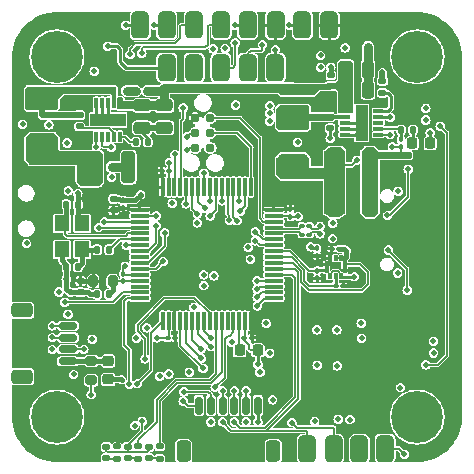
<source format=gbr>
%TF.GenerationSoftware,KiCad,Pcbnew,(6.0.4)*%
%TF.CreationDate,2023-01-18T22:00:33-06:00*%
%TF.ProjectId,Flight_Controller,466c6967-6874-45f4-936f-6e74726f6c6c,rev?*%
%TF.SameCoordinates,Original*%
%TF.FileFunction,Copper,L1,Top*%
%TF.FilePolarity,Positive*%
%FSLAX46Y46*%
G04 Gerber Fmt 4.6, Leading zero omitted, Abs format (unit mm)*
G04 Created by KiCad (PCBNEW (6.0.4)) date 2023-01-18 22:00:33*
%MOMM*%
%LPD*%
G01*
G04 APERTURE LIST*
G04 Aperture macros list*
%AMRoundRect*
0 Rectangle with rounded corners*
0 $1 Rounding radius*
0 $2 $3 $4 $5 $6 $7 $8 $9 X,Y pos of 4 corners*
0 Add a 4 corners polygon primitive as box body*
4,1,4,$2,$3,$4,$5,$6,$7,$8,$9,$2,$3,0*
0 Add four circle primitives for the rounded corners*
1,1,$1+$1,$2,$3*
1,1,$1+$1,$4,$5*
1,1,$1+$1,$6,$7*
1,1,$1+$1,$8,$9*
0 Add four rect primitives between the rounded corners*
20,1,$1+$1,$2,$3,$4,$5,0*
20,1,$1+$1,$4,$5,$6,$7,0*
20,1,$1+$1,$6,$7,$8,$9,0*
20,1,$1+$1,$8,$9,$2,$3,0*%
G04 Aperture macros list end*
%TA.AperFunction,SMDPad,CuDef*%
%ADD10RoundRect,0.381000X0.381000X-0.762000X0.381000X0.762000X-0.381000X0.762000X-0.381000X-0.762000X0*%
%TD*%
%TA.AperFunction,SMDPad,CuDef*%
%ADD11RoundRect,0.147500X-0.172500X0.147500X-0.172500X-0.147500X0.172500X-0.147500X0.172500X0.147500X0*%
%TD*%
%TA.AperFunction,SMDPad,CuDef*%
%ADD12RoundRect,0.100000X0.100000X-0.130000X0.100000X0.130000X-0.100000X0.130000X-0.100000X-0.130000X0*%
%TD*%
%TA.AperFunction,SMDPad,CuDef*%
%ADD13RoundRect,0.100000X-0.130000X-0.100000X0.130000X-0.100000X0.130000X0.100000X-0.130000X0.100000X0*%
%TD*%
%TA.AperFunction,SMDPad,CuDef*%
%ADD14RoundRect,0.200000X0.200000X0.275000X-0.200000X0.275000X-0.200000X-0.275000X0.200000X-0.275000X0*%
%TD*%
%TA.AperFunction,SMDPad,CuDef*%
%ADD15RoundRect,0.135000X-0.185000X0.135000X-0.185000X-0.135000X0.185000X-0.135000X0.185000X0.135000X0*%
%TD*%
%TA.AperFunction,ComponentPad*%
%ADD16C,0.700000*%
%TD*%
%TA.AperFunction,ComponentPad*%
%ADD17C,4.400000*%
%TD*%
%TA.AperFunction,SMDPad,CuDef*%
%ADD18RoundRect,0.075000X-0.700000X-0.075000X0.700000X-0.075000X0.700000X0.075000X-0.700000X0.075000X0*%
%TD*%
%TA.AperFunction,SMDPad,CuDef*%
%ADD19RoundRect,0.075000X-0.075000X-0.700000X0.075000X-0.700000X0.075000X0.700000X-0.075000X0.700000X0*%
%TD*%
%TA.AperFunction,SMDPad,CuDef*%
%ADD20RoundRect,0.140000X-0.170000X0.140000X-0.170000X-0.140000X0.170000X-0.140000X0.170000X0.140000X0*%
%TD*%
%TA.AperFunction,SMDPad,CuDef*%
%ADD21RoundRect,0.100000X0.130000X0.100000X-0.130000X0.100000X-0.130000X-0.100000X0.130000X-0.100000X0*%
%TD*%
%TA.AperFunction,SMDPad,CuDef*%
%ADD22RoundRect,0.250000X0.250000X0.475000X-0.250000X0.475000X-0.250000X-0.475000X0.250000X-0.475000X0*%
%TD*%
%TA.AperFunction,SMDPad,CuDef*%
%ADD23RoundRect,0.135000X-0.135000X-0.185000X0.135000X-0.185000X0.135000X0.185000X-0.135000X0.185000X0*%
%TD*%
%TA.AperFunction,SMDPad,CuDef*%
%ADD24RoundRect,0.140000X0.140000X0.170000X-0.140000X0.170000X-0.140000X-0.170000X0.140000X-0.170000X0*%
%TD*%
%TA.AperFunction,SMDPad,CuDef*%
%ADD25RoundRect,0.200000X-1.050000X0.750000X-1.050000X-0.750000X1.050000X-0.750000X1.050000X0.750000X0*%
%TD*%
%TA.AperFunction,SMDPad,CuDef*%
%ADD26RoundRect,0.249344X-1.000656X0.700656X-1.000656X-0.700656X1.000656X-0.700656X1.000656X0.700656X0*%
%TD*%
%TA.AperFunction,SMDPad,CuDef*%
%ADD27RoundRect,0.250000X0.475000X-0.250000X0.475000X0.250000X-0.475000X0.250000X-0.475000X-0.250000X0*%
%TD*%
%TA.AperFunction,SMDPad,CuDef*%
%ADD28RoundRect,0.225000X-0.225000X-0.250000X0.225000X-0.250000X0.225000X0.250000X-0.225000X0.250000X0*%
%TD*%
%TA.AperFunction,SMDPad,CuDef*%
%ADD29RoundRect,0.250000X-0.325000X-1.100000X0.325000X-1.100000X0.325000X1.100000X-0.325000X1.100000X0*%
%TD*%
%TA.AperFunction,SMDPad,CuDef*%
%ADD30RoundRect,0.200000X0.275000X-0.200000X0.275000X0.200000X-0.275000X0.200000X-0.275000X-0.200000X0*%
%TD*%
%TA.AperFunction,SMDPad,CuDef*%
%ADD31RoundRect,0.100000X-0.100000X0.130000X-0.100000X-0.130000X0.100000X-0.130000X0.100000X0.130000X0*%
%TD*%
%TA.AperFunction,SMDPad,CuDef*%
%ADD32RoundRect,0.135000X0.185000X-0.135000X0.185000X0.135000X-0.185000X0.135000X-0.185000X-0.135000X0*%
%TD*%
%TA.AperFunction,SMDPad,CuDef*%
%ADD33RoundRect,0.140000X-0.140000X-0.170000X0.140000X-0.170000X0.140000X0.170000X-0.140000X0.170000X0*%
%TD*%
%TA.AperFunction,SMDPad,CuDef*%
%ADD34RoundRect,0.150000X-0.625000X0.150000X-0.625000X-0.150000X0.625000X-0.150000X0.625000X0.150000X0*%
%TD*%
%TA.AperFunction,SMDPad,CuDef*%
%ADD35RoundRect,0.250000X-0.650000X0.350000X-0.650000X-0.350000X0.650000X-0.350000X0.650000X0.350000X0*%
%TD*%
%TA.AperFunction,ConnectorPad*%
%ADD36C,0.787400*%
%TD*%
%TA.AperFunction,SMDPad,CuDef*%
%ADD37RoundRect,0.140000X0.170000X-0.140000X0.170000X0.140000X-0.170000X0.140000X-0.170000X-0.140000X0*%
%TD*%
%TA.AperFunction,SMDPad,CuDef*%
%ADD38RoundRect,0.225000X-0.250000X0.225000X-0.250000X-0.225000X0.250000X-0.225000X0.250000X0.225000X0*%
%TD*%
%TA.AperFunction,SMDPad,CuDef*%
%ADD39RoundRect,0.007800X-0.412200X-0.122200X0.412200X-0.122200X0.412200X0.122200X-0.412200X0.122200X0*%
%TD*%
%TA.AperFunction,SMDPad,CuDef*%
%ADD40R,1.050000X3.009999*%
%TD*%
%TA.AperFunction,SMDPad,CuDef*%
%ADD41RoundRect,0.135000X0.135000X0.185000X-0.135000X0.185000X-0.135000X-0.185000X0.135000X-0.185000X0*%
%TD*%
%TA.AperFunction,SMDPad,CuDef*%
%ADD42R,1.200000X1.400000*%
%TD*%
%TA.AperFunction,SMDPad,CuDef*%
%ADD43RoundRect,0.007800X-0.122200X0.412200X-0.122200X-0.412200X0.122200X-0.412200X0.122200X0.412200X0*%
%TD*%
%TA.AperFunction,SMDPad,CuDef*%
%ADD44R,3.010000X1.050000*%
%TD*%
%TA.AperFunction,SMDPad,CuDef*%
%ADD45RoundRect,0.007000X0.168000X-0.183000X0.168000X0.183000X-0.168000X0.183000X-0.168000X-0.183000X0*%
%TD*%
%TA.AperFunction,SMDPad,CuDef*%
%ADD46RoundRect,0.150000X-0.150000X-0.625000X0.150000X-0.625000X0.150000X0.625000X-0.150000X0.625000X0*%
%TD*%
%TA.AperFunction,SMDPad,CuDef*%
%ADD47RoundRect,0.250000X-0.350000X-0.650000X0.350000X-0.650000X0.350000X0.650000X-0.350000X0.650000X0*%
%TD*%
%TA.AperFunction,ViaPad*%
%ADD48C,0.508000*%
%TD*%
%TA.AperFunction,Conductor*%
%ADD49C,0.508000*%
%TD*%
%TA.AperFunction,Conductor*%
%ADD50C,0.203200*%
%TD*%
%TA.AperFunction,Conductor*%
%ADD51C,0.381000*%
%TD*%
%TA.AperFunction,Conductor*%
%ADD52C,0.250000*%
%TD*%
%TA.AperFunction,Conductor*%
%ADD53C,0.254000*%
%TD*%
%TA.AperFunction,Conductor*%
%ADD54C,0.127000*%
%TD*%
%TA.AperFunction,Conductor*%
%ADD55C,0.762000*%
%TD*%
%TA.AperFunction,Conductor*%
%ADD56C,0.131318*%
%TD*%
G04 APERTURE END LIST*
D10*
%TO.P,TP19,1,1*%
%TO.N,GPS_I2C_SCL*%
X136400000Y-62870000D03*
%TD*%
%TO.P,TP6,1,1*%
%TO.N,GND*%
X143300000Y-59280000D03*
%TD*%
%TO.P,TP5,1,1*%
%TO.N,GND*%
X129560000Y-59280000D03*
%TD*%
D11*
%TO.P,D3,1,K*%
%TO.N,GND*%
X128500000Y-94975000D03*
%TO.P,D3,2,A*%
%TO.N,Net-(D3-Pad2)*%
X128500000Y-95945000D03*
%TD*%
D12*
%TO.P,C39,1*%
%TO.N,+3V3*%
X128135000Y-74760000D03*
%TO.P,C39,2*%
%TO.N,GND*%
X128135000Y-74120000D03*
%TD*%
D10*
%TO.P,TP4,1,1*%
%TO.N,DJI_RX*%
X143710000Y-95140000D03*
%TD*%
%TO.P,TP8,1,1*%
%TO.N,GND*%
X138660000Y-59280000D03*
%TD*%
%TO.P,TP12,1,1*%
%TO.N,+3V3*%
X141020000Y-59280000D03*
%TD*%
%TO.P,TP11,1,1*%
%TO.N,+3V3*%
X145560000Y-59270000D03*
%TD*%
%TO.P,TP10,1,1*%
%TO.N,GND*%
X150290000Y-95130000D03*
%TD*%
D13*
%TO.P,C46,1*%
%TO.N,+3V3*%
X131390000Y-71585000D03*
%TO.P,C46,2*%
%TO.N,GND*%
X132030000Y-71585000D03*
%TD*%
D14*
%TO.P,FB1,1*%
%TO.N,VREF*%
X127235000Y-80960000D03*
%TO.P,FB1,2*%
%TO.N,+3V3*%
X125585000Y-80960000D03*
%TD*%
D15*
%TO.P,R14,1*%
%TO.N,STATUS_LED2*%
X131200000Y-94950000D03*
%TO.P,R14,2*%
%TO.N,Net-(D4-Pad2)*%
X131200000Y-95970000D03*
%TD*%
D16*
%TO.P,H3,1*%
%TO.N,N/C*%
X122510000Y-94110000D03*
D17*
X122510000Y-92460000D03*
D16*
X123676726Y-91293274D03*
X121343274Y-93626726D03*
X123676726Y-93626726D03*
X124160000Y-92460000D03*
X121343274Y-91293274D03*
X122510000Y-90810000D03*
X120860000Y-92460000D03*
%TD*%
D12*
%TO.P,R6,1*%
%TO.N,+3V3*%
X144535000Y-80705000D03*
%TO.P,R6,2*%
%TO.N,Baro_I2C_SCL*%
X144535000Y-80065000D03*
%TD*%
D18*
%TO.P,U8,1,VBAT*%
%TO.N,+3V3*%
X129535000Y-74910000D03*
%TO.P,U8,2,PC13*%
%TO.N,GYRO_INT1*%
X129535000Y-75410000D03*
%TO.P,U8,3,PC14*%
%TO.N,GPIO_3*%
X129535000Y-75910000D03*
%TO.P,U8,4,PC15*%
%TO.N,GPIO_4*%
X129535000Y-76410000D03*
%TO.P,U8,5,PH0*%
%TO.N,HSE_IN*%
X129535000Y-76910000D03*
%TO.P,U8,6,PH1*%
%TO.N,HSE_OUT*%
X129535000Y-77410000D03*
%TO.P,U8,7,NRST*%
%TO.N,NRST*%
X129535000Y-77910000D03*
%TO.P,U8,8,PC0*%
%TO.N,ADC_Current*%
X129535000Y-78410000D03*
%TO.P,U8,9,PC1*%
%TO.N,ADC_RSSI*%
X129535000Y-78910000D03*
%TO.P,U8,10,PC2*%
%TO.N,ADC_BATT*%
X129535000Y-79410000D03*
%TO.P,U8,11,PC3*%
%TO.N,GPIO_1*%
X129535000Y-79910000D03*
%TO.P,U8,12,VSSA*%
%TO.N,GND*%
X129535000Y-80410000D03*
%TO.P,U8,13,VREF+*%
%TO.N,VREF*%
X129535000Y-80910000D03*
%TO.P,U8,14,PA0*%
%TO.N,unconnected-(U8-Pad14)*%
X129535000Y-81410000D03*
%TO.P,U8,15,PA1*%
%TO.N,ESC_TEL_RX*%
X129535000Y-81910000D03*
%TO.P,U8,16,PA2*%
%TO.N,RADIO_TX*%
X129535000Y-82410000D03*
D19*
%TO.P,U8,17,PA3*%
%TO.N,RADIO_RX*%
X131460000Y-84335000D03*
%TO.P,U8,18,VSS*%
%TO.N,GND*%
X131960000Y-84335000D03*
%TO.P,U8,19,VDD*%
%TO.N,+3V3*%
X132460000Y-84335000D03*
%TO.P,U8,20,PA4*%
%TO.N,Flash_CS*%
X132960000Y-84335000D03*
%TO.P,U8,21,PA5*%
%TO.N,Flash_CLK*%
X133460000Y-84335000D03*
%TO.P,U8,22,PA6*%
%TO.N,Flash_MISO*%
X133960000Y-84335000D03*
%TO.P,U8,23,PA7*%
%TO.N,Flash_MOSI*%
X134460000Y-84335000D03*
%TO.P,U8,24,PC4*%
%TO.N,GPIO_2*%
X134960000Y-84335000D03*
%TO.P,U8,25,PB0*%
%TO.N,LED_STRIP*%
X135460000Y-84335000D03*
%TO.P,U8,26,PB1*%
%TO.N,STATUS_LED1*%
X135960000Y-84335000D03*
%TO.P,U8,27,PB2*%
%TO.N,STATUS_LED2*%
X136460000Y-84335000D03*
%TO.P,U8,28,PB10*%
%TO.N,unconnected-(U8-Pad28)*%
X136960000Y-84335000D03*
%TO.P,U8,29,PB11*%
%TO.N,DJI_SBUS*%
X137460000Y-84335000D03*
%TO.P,U8,30,VCAP_1*%
%TO.N,/MCU/VCAP*%
X137960000Y-84335000D03*
%TO.P,U8,31,VSS*%
%TO.N,GND*%
X138460000Y-84335000D03*
%TO.P,U8,32,VDD*%
%TO.N,+3V3*%
X138960000Y-84335000D03*
D18*
%TO.P,U8,33,PB12*%
%TO.N,OSD_CS*%
X140885000Y-82410000D03*
%TO.P,U8,34,PB13*%
%TO.N,OSD_CLK*%
X140885000Y-81910000D03*
%TO.P,U8,35,PB14*%
%TO.N,OSD_MISO*%
X140885000Y-81410000D03*
%TO.P,U8,36,PB15*%
%TO.N,OSD_MOSI*%
X140885000Y-80910000D03*
%TO.P,U8,37,PC6*%
%TO.N,DJI_TX*%
X140885000Y-80410000D03*
%TO.P,U8,38,PC7*%
%TO.N,DJI_RX*%
X140885000Y-79910000D03*
%TO.P,U8,39,PC8*%
%TO.N,BARO_INT*%
X140885000Y-79410000D03*
%TO.P,U8,40,PC9*%
%TO.N,Baro_I2C_SDA*%
X140885000Y-78910000D03*
%TO.P,U8,41,PA8*%
%TO.N,Baro_I2C_SCL*%
X140885000Y-78410000D03*
%TO.P,U8,42,PA9*%
%TO.N,GPS_TX*%
X140885000Y-77910000D03*
%TO.P,U8,43,PA10*%
%TO.N,GPS_RX*%
X140885000Y-77410000D03*
%TO.P,U8,44,PA11*%
%TO.N,USB_D-*%
X140885000Y-76910000D03*
%TO.P,U8,45,PA12*%
%TO.N,USB_D+*%
X140885000Y-76410000D03*
%TO.P,U8,46,PA13*%
%TO.N,SWDIO*%
X140885000Y-75910000D03*
%TO.P,U8,47,VSS*%
%TO.N,GND*%
X140885000Y-75410000D03*
%TO.P,U8,48,VDD*%
%TO.N,+3V3*%
X140885000Y-74910000D03*
D19*
%TO.P,U8,49,PA14*%
%TO.N,SWCLK*%
X138960000Y-72985000D03*
%TO.P,U8,50,PA15*%
%TO.N,Motor 1*%
X138460000Y-72985000D03*
%TO.P,U8,51,PC10*%
%TO.N,GYRO_SCK*%
X137960000Y-72985000D03*
%TO.P,U8,52,PC11*%
%TO.N,GYRO_MISO*%
X137460000Y-72985000D03*
%TO.P,U8,53,PC12*%
%TO.N,GYRO_MOSI*%
X136960000Y-72985000D03*
%TO.P,U8,54,PD2*%
%TO.N,GYRO_CS*%
X136460000Y-72985000D03*
%TO.P,U8,55,PB3*%
%TO.N,Motor 2*%
X135960000Y-72985000D03*
%TO.P,U8,56,PB4*%
%TO.N,Motor 3*%
X135460000Y-72985000D03*
%TO.P,U8,57,PB5*%
%TO.N,Motor 4*%
X134960000Y-72985000D03*
%TO.P,U8,58,PB6*%
%TO.N,Motor 5*%
X134460000Y-72985000D03*
%TO.P,U8,59,PB7*%
%TO.N,Net-(R27-Pad1)*%
X133960000Y-72985000D03*
%TO.P,U8,60,BOOT0*%
%TO.N,BOOT0*%
X133460000Y-72985000D03*
%TO.P,U8,61,PB8*%
%TO.N,GPS_I2C_SCL*%
X132960000Y-72985000D03*
%TO.P,U8,62,PB9*%
%TO.N,GPS_I2C_SDA*%
X132460000Y-72985000D03*
%TO.P,U8,63,VSS*%
%TO.N,GND*%
X131960000Y-72985000D03*
%TO.P,U8,64,VDD*%
%TO.N,+3V3*%
X131460000Y-72985000D03*
%TD*%
D10*
%TO.P,TP20,1,1*%
%TO.N,GPS_I2C_SDA*%
X138670000Y-62870000D03*
%TD*%
D20*
%TO.P,C44,1*%
%TO.N,+3V3*%
X124510000Y-80930000D03*
%TO.P,C44,2*%
%TO.N,GND*%
X124510000Y-81890000D03*
%TD*%
D10*
%TO.P,TP21,1,1*%
%TO.N,Motor 5*%
X134130000Y-62880000D03*
%TD*%
D21*
%TO.P,C41,1*%
%TO.N,+3V3*%
X132530000Y-85760000D03*
%TO.P,C41,2*%
%TO.N,GND*%
X131890000Y-85760000D03*
%TD*%
D22*
%TO.P,C17,1*%
%TO.N,GND*%
X148850000Y-63050000D03*
%TO.P,C17,2*%
%TO.N,+BATT*%
X146950000Y-63050000D03*
%TD*%
D23*
%TO.P,R18,1*%
%TO.N,Net-(C26-Pad1)*%
X151640000Y-68150000D03*
%TO.P,R18,2*%
%TO.N,Net-(C28-Pad1)*%
X152660000Y-68150000D03*
%TD*%
D16*
%TO.P,H4,1*%
%TO.N,N/C*%
X121343274Y-63126726D03*
X123676726Y-60793274D03*
X121343274Y-60793274D03*
X122510000Y-60310000D03*
X122510000Y-63610000D03*
D17*
X122510000Y-61960000D03*
D16*
X124160000Y-61960000D03*
X120860000Y-61960000D03*
X123676726Y-63126726D03*
%TD*%
D24*
%TO.P,C38,1*%
%TO.N,VREF*%
X126890000Y-82060000D03*
%TO.P,C38,2*%
%TO.N,GND*%
X125930000Y-82060000D03*
%TD*%
D15*
%TO.P,R29,1*%
%TO.N,+3V3*%
X127600000Y-94950000D03*
%TO.P,R29,2*%
%TO.N,Net-(D5-Pad2)*%
X127600000Y-95970000D03*
%TD*%
D25*
%TO.P,L1,1*%
%TO.N,Net-(C23-Pad2)*%
X121250000Y-65425000D03*
D26*
%TO.P,L1,2*%
%TO.N,+9V*%
X121250000Y-69525000D03*
%TD*%
D27*
%TO.P,C16,1*%
%TO.N,GND*%
X131600000Y-67975000D03*
%TO.P,C16,2*%
%TO.N,+BATT*%
X131600000Y-66075000D03*
%TD*%
D28*
%TO.P,C28,1*%
%TO.N,Net-(C28-Pad1)*%
X152575000Y-69275000D03*
%TO.P,C28,2*%
%TO.N,GND*%
X154125000Y-69275000D03*
%TD*%
D22*
%TO.P,C19,1*%
%TO.N,GND*%
X148850000Y-64750000D03*
%TO.P,C19,2*%
%TO.N,+BATT*%
X146950000Y-64750000D03*
%TD*%
D16*
%TO.P,H1,1*%
%TO.N,N/C*%
X154176732Y-60793272D03*
X151843280Y-60793272D03*
X151843280Y-63126724D03*
X153010006Y-63609998D03*
X154660006Y-61959998D03*
X154176732Y-63126724D03*
D17*
X153010006Y-61959998D03*
D16*
X151360006Y-61959998D03*
X153010006Y-60309998D03*
%TD*%
D29*
%TO.P,C32,1*%
%TO.N,+5V*%
X146050000Y-74050000D03*
%TO.P,C32,2*%
%TO.N,GND*%
X149000000Y-74050000D03*
%TD*%
D30*
%TO.P,R27,1*%
%TO.N,Net-(R27-Pad1)*%
X125420000Y-89345000D03*
%TO.P,R27,2*%
%TO.N,CC*%
X125420000Y-87695000D03*
%TD*%
D31*
%TO.P,C45,1*%
%TO.N,+3V3*%
X142285000Y-74840000D03*
%TO.P,C45,2*%
%TO.N,GND*%
X142285000Y-75480000D03*
%TD*%
D10*
%TO.P,TP18,1,1*%
%TO.N,GND*%
X141010000Y-62870000D03*
%TD*%
%TO.P,TP13,1,1*%
%TO.N,+5V*%
X131810000Y-59280000D03*
%TD*%
D32*
%TO.P,R16,1*%
%TO.N,Net-(R16-Pad1)*%
X150075000Y-65010000D03*
%TO.P,R16,2*%
%TO.N,GND*%
X150075000Y-63990000D03*
%TD*%
D23*
%TO.P,R15,1*%
%TO.N,Net-(R15-Pad1)*%
X129190000Y-69175000D03*
%TO.P,R15,2*%
%TO.N,GND*%
X130210000Y-69175000D03*
%TD*%
D33*
%TO.P,C34,1*%
%TO.N,HSE_IN*%
X123310000Y-74470000D03*
%TO.P,C34,2*%
%TO.N,GND*%
X124270000Y-74470000D03*
%TD*%
D11*
%TO.P,D4,1,K*%
%TO.N,GND*%
X130300000Y-94975000D03*
%TO.P,D4,2,A*%
%TO.N,Net-(D4-Pad2)*%
X130300000Y-95945000D03*
%TD*%
D21*
%TO.P,R11,1*%
%TO.N,/Connectors/D-*%
X143880000Y-77010000D03*
%TO.P,R11,2*%
%TO.N,USB_D-*%
X143240000Y-77010000D03*
%TD*%
%TO.P,C12,1*%
%TO.N,GND*%
X146405000Y-78210000D03*
%TO.P,C12,2*%
%TO.N,+3V3*%
X145765000Y-78210000D03*
%TD*%
%TO.P,R7,1*%
%TO.N,+3V3*%
X146755000Y-81335000D03*
%TO.P,R7,2*%
%TO.N,Baro_I2C_SDA*%
X146115000Y-81335000D03*
%TD*%
D24*
%TO.P,C35,1*%
%TO.N,Net-(C35-Pad1)*%
X124270000Y-79770000D03*
%TO.P,C35,2*%
%TO.N,GND*%
X123310000Y-79770000D03*
%TD*%
D10*
%TO.P,TP16,1,1*%
%TO.N,+9V*%
X148120000Y-95150000D03*
%TD*%
D12*
%TO.P,C13,1*%
%TO.N,+3V3*%
X144535000Y-78820000D03*
%TO.P,C13,2*%
%TO.N,GND*%
X144535000Y-78180000D03*
%TD*%
D21*
%TO.P,C42,1*%
%TO.N,+3V3*%
X139030000Y-85735000D03*
%TO.P,C42,2*%
%TO.N,GND*%
X138390000Y-85735000D03*
%TD*%
D34*
%TO.P,J10,1,Pin_1*%
%TO.N,+5V*%
X123450000Y-84725000D03*
%TO.P,J10,2,Pin_2*%
%TO.N,GND*%
X123450000Y-85725000D03*
%TO.P,J10,3,Pin_3*%
%TO.N,VIDEO_IN*%
X123450000Y-86725000D03*
%TO.P,J10,4,Pin_4*%
%TO.N,CC*%
X123450000Y-87725000D03*
D35*
%TO.P,J10,MP*%
%TO.N,N/C*%
X119575000Y-89025000D03*
X119575000Y-83425000D03*
%TD*%
D10*
%TO.P,TP2,1,1*%
%TO.N,DJI_TX*%
X145940000Y-95140000D03*
%TD*%
D21*
%TO.P,R12,1*%
%TO.N,/Connectors/D+*%
X143880000Y-76260000D03*
%TO.P,R12,2*%
%TO.N,USB_D+*%
X143240000Y-76260000D03*
%TD*%
D36*
%TO.P,J9,1,VCC*%
%TO.N,+3V3*%
X134230000Y-67130000D03*
%TO.P,J9,2,SWDIO*%
%TO.N,SWDIO*%
X135500000Y-67130000D03*
%TO.P,J9,3,nRESET*%
%TO.N,NRST*%
X134230000Y-68400000D03*
%TO.P,J9,4,SWCLK*%
%TO.N,SWCLK*%
X135500000Y-68400000D03*
%TO.P,J9,5,GND*%
%TO.N,GND*%
X134230000Y-69670000D03*
%TO.P,J9,6,SWO*%
%TO.N,unconnected-(J9-Pad6)*%
X135500000Y-69670000D03*
%TD*%
D10*
%TO.P,TP3,1,1*%
%TO.N,GPS_RX*%
X136410000Y-59270000D03*
%TD*%
D29*
%TO.P,C30,1*%
%TO.N,+5V*%
X146050000Y-71100000D03*
%TO.P,C30,2*%
%TO.N,GND*%
X149000000Y-71100000D03*
%TD*%
D11*
%TO.P,D5,1,K*%
%TO.N,GND*%
X126700000Y-94975000D03*
%TO.P,D5,2,A*%
%TO.N,Net-(D5-Pad2)*%
X126700000Y-95945000D03*
%TD*%
D25*
%TO.P,L2,1*%
%TO.N,Net-(C24-Pad2)*%
X142480000Y-67130000D03*
D26*
%TO.P,L2,2*%
%TO.N,+5V*%
X142480000Y-71230000D03*
%TD*%
D16*
%TO.P,H2,1*%
%TO.N,N/C*%
X154176726Y-93626726D03*
X153010000Y-90810000D03*
X154176726Y-91293274D03*
X154660000Y-92460000D03*
X151843274Y-91293274D03*
X153010000Y-94110000D03*
X151360000Y-92460000D03*
D17*
X153010000Y-92460000D03*
D16*
X151843274Y-93626726D03*
%TD*%
D37*
%TO.P,C23,1*%
%TO.N,Net-(C23-Pad1)*%
X124425000Y-67855000D03*
%TO.P,C23,2*%
%TO.N,Net-(C23-Pad2)*%
X124425000Y-66895000D03*
%TD*%
D10*
%TO.P,TP1,1,1*%
%TO.N,GPS_TX*%
X134130000Y-59270000D03*
%TD*%
D37*
%TO.P,C24,1*%
%TO.N,Net-(C24-Pad1)*%
X145650000Y-68010000D03*
%TO.P,C24,2*%
%TO.N,Net-(C24-Pad2)*%
X145650000Y-67050000D03*
%TD*%
D15*
%TO.P,R13,1*%
%TO.N,STATUS_LED1*%
X129400000Y-94950000D03*
%TO.P,R13,2*%
%TO.N,Net-(D3-Pad2)*%
X129400000Y-95970000D03*
%TD*%
D38*
%TO.P,C47,1*%
%TO.N,CC*%
X126860000Y-87725000D03*
%TO.P,C47,2*%
%TO.N,GND*%
X126860000Y-89275000D03*
%TD*%
D28*
%TO.P,C36,1*%
%TO.N,/MCU/VCAP*%
X137975000Y-86810000D03*
%TO.P,C36,2*%
%TO.N,GND*%
X139525000Y-86810000D03*
%TD*%
D29*
%TO.P,C33,1*%
%TO.N,+9V*%
X125600000Y-71300000D03*
%TO.P,C33,2*%
%TO.N,GND*%
X128550000Y-71300000D03*
%TD*%
D12*
%TO.P,C40,1*%
%TO.N,VREF*%
X128135000Y-80980000D03*
%TO.P,C40,2*%
%TO.N,GND*%
X128135000Y-80340000D03*
%TD*%
D39*
%TO.P,U7,1,VIN*%
%TO.N,+BATT*%
X146865000Y-66550000D03*
%TO.P,U7,2,PH*%
%TO.N,Net-(C24-Pad2)*%
X146865000Y-67050000D03*
%TO.P,U7,3,GND*%
%TO.N,GND*%
X146865000Y-67550000D03*
%TO.P,U7,4,GND*%
X146865000Y-68050000D03*
%TO.P,U7,5,GND*%
X146865000Y-68550000D03*
%TO.P,U7,6,VSENSE*%
%TO.N,V_SENSE2*%
X149735000Y-68550000D03*
%TO.P,U7,7,COMP*%
%TO.N,Net-(C26-Pad1)*%
X149735000Y-68050000D03*
%TO.P,U7,8,EN*%
%TO.N,unconnected-(U7-Pad8)*%
X149735000Y-67550000D03*
%TO.P,U7,9,BOOT*%
%TO.N,Net-(C24-Pad1)*%
X149735000Y-67050000D03*
%TO.P,U7,10,RT*%
%TO.N,Net-(R16-Pad1)*%
X149735000Y-66550000D03*
D40*
%TO.P,U7,11,PAD*%
%TO.N,GND*%
X148300000Y-67550000D03*
%TD*%
D37*
%TO.P,C37,1*%
%TO.N,+3V3*%
X127310000Y-74940000D03*
%TO.P,C37,2*%
%TO.N,GND*%
X127310000Y-73980000D03*
%TD*%
D41*
%TO.P,R23,1*%
%TO.N,HSE_OUT*%
X126930000Y-78290000D03*
%TO.P,R23,2*%
%TO.N,Net-(C35-Pad1)*%
X125910000Y-78290000D03*
%TD*%
D42*
%TO.P,Y2,1,1*%
%TO.N,HSE_IN*%
X122940000Y-76070000D03*
%TO.P,Y2,2,2*%
%TO.N,GND*%
X122940000Y-78270000D03*
%TO.P,Y2,3,3*%
%TO.N,Net-(C35-Pad1)*%
X124640000Y-78270000D03*
%TO.P,Y2,4,4*%
%TO.N,GND*%
X124640000Y-76070000D03*
%TD*%
D43*
%TO.P,U6,1,VIN*%
%TO.N,+BATT*%
X127850000Y-65862500D03*
%TO.P,U6,2,PH*%
%TO.N,Net-(C23-Pad2)*%
X127350000Y-65862500D03*
%TO.P,U6,3,GND*%
%TO.N,GND*%
X126850000Y-65862500D03*
%TO.P,U6,4,GND*%
X126350000Y-65862500D03*
%TO.P,U6,5,GND*%
X125850000Y-65862500D03*
%TO.P,U6,6,VSENSE*%
%TO.N,V_SENSE1*%
X125850000Y-68732500D03*
%TO.P,U6,7,COMP*%
%TO.N,Net-(C25-Pad1)*%
X126350000Y-68732500D03*
%TO.P,U6,8,EN*%
%TO.N,unconnected-(U6-Pad8)*%
X126850000Y-68732500D03*
%TO.P,U6,9,BOOT*%
%TO.N,Net-(C23-Pad1)*%
X127350000Y-68732500D03*
%TO.P,U6,10,RT*%
%TO.N,Net-(R15-Pad1)*%
X127850000Y-68732500D03*
D44*
%TO.P,U6,11,PAD*%
%TO.N,GND*%
X126850000Y-67297500D03*
%TD*%
D10*
%TO.P,TP15,1,1*%
%TO.N,+9V*%
X131810000Y-62880000D03*
%TD*%
D20*
%TO.P,C21,1*%
%TO.N,GND*%
X145690000Y-63490000D03*
%TO.P,C21,2*%
%TO.N,+BATT*%
X145690000Y-64450000D03*
%TD*%
D33*
%TO.P,C20,1*%
%TO.N,GND*%
X129195000Y-64850000D03*
%TO.P,C20,2*%
%TO.N,+BATT*%
X130155000Y-64850000D03*
%TD*%
D31*
%TO.P,C26,1*%
%TO.N,Net-(C26-Pad1)*%
X151625000Y-68955000D03*
%TO.P,C26,2*%
%TO.N,GND*%
X151625000Y-69595000D03*
%TD*%
D27*
%TO.P,C18,1*%
%TO.N,GND*%
X129750000Y-67975000D03*
%TO.P,C18,2*%
%TO.N,+BATT*%
X129750000Y-66075000D03*
%TD*%
D45*
%TO.P,U3,1,VDDIO*%
%TO.N,+3V3*%
X145335000Y-79520000D03*
%TO.P,U3,2,SCK*%
%TO.N,Baro_I2C_SCL*%
X145335000Y-80020000D03*
%TO.P,U3,3,VSS*%
%TO.N,GND*%
X145600000Y-80535000D03*
%TO.P,U3,4,SDI*%
%TO.N,Baro_I2C_SDA*%
X146100000Y-80535000D03*
%TO.P,U3,5,SDO*%
%TO.N,GND*%
X146600000Y-80535000D03*
%TO.P,U3,6,CSB*%
%TO.N,+3V3*%
X146865000Y-80020000D03*
%TO.P,U3,7,INT*%
%TO.N,BARO_INT*%
X146865000Y-79520000D03*
%TO.P,U3,8,VSS*%
%TO.N,GND*%
X146600000Y-79005000D03*
%TO.P,U3,9,VSS*%
X146100000Y-79005000D03*
%TO.P,U3,10,VDD*%
%TO.N,+3V3*%
X145600000Y-79005000D03*
%TD*%
D46*
%TO.P,J12,1,Pin_1*%
%TO.N,+5V*%
X134530000Y-91490000D03*
%TO.P,J12,2,Pin_2*%
%TO.N,GPIO_1*%
X135530000Y-91490000D03*
%TO.P,J12,3,Pin_3*%
%TO.N,GPIO_2*%
X136530000Y-91490000D03*
%TO.P,J12,4,Pin_4*%
%TO.N,GPIO_3*%
X137530000Y-91490000D03*
%TO.P,J12,5,Pin_5*%
%TO.N,GPIO_4*%
X138530000Y-91490000D03*
%TO.P,J12,6,Pin_6*%
%TO.N,GND*%
X139530000Y-91490000D03*
D47*
%TO.P,J12,MP*%
%TO.N,N/C*%
X133230000Y-95365000D03*
X140830000Y-95365000D03*
%TD*%
D48*
%TO.N,GND*%
X129600000Y-73625000D03*
X137300000Y-86100000D03*
X123300000Y-80775000D03*
X129750000Y-67980000D03*
X153750000Y-66330000D03*
X145690000Y-62840000D03*
X151360000Y-80260000D03*
X130120000Y-84900000D03*
X125970000Y-67290000D03*
X123690000Y-81890000D03*
X142925000Y-75475000D03*
X131600000Y-67975000D03*
X124275000Y-73525000D03*
X123380000Y-69250000D03*
X144520000Y-85070000D03*
X128440000Y-64850000D03*
X127980000Y-89280000D03*
X133550000Y-69860000D03*
X134940000Y-81320000D03*
X127150000Y-71300000D03*
X151930000Y-95610000D03*
X146250000Y-88120000D03*
X129240000Y-85770000D03*
X146330000Y-92640000D03*
X139530000Y-92880000D03*
X145874994Y-76049988D03*
X128340000Y-59280000D03*
X147000000Y-78375000D03*
X142170000Y-59270000D03*
X144540000Y-88070000D03*
X123930000Y-88850000D03*
X144840000Y-62850000D03*
X138710000Y-78100000D03*
X134400000Y-76020000D03*
X128300000Y-79690000D03*
X122120000Y-85720000D03*
X150910000Y-69590000D03*
X126860000Y-67290000D03*
X137570000Y-59270000D03*
X140225000Y-84525000D03*
X139530000Y-87980000D03*
X151390000Y-73350000D03*
X150070000Y-63280000D03*
X135530000Y-92880000D03*
X135800000Y-80500000D03*
X140520000Y-66730000D03*
X151610000Y-70260000D03*
X146200000Y-85080000D03*
X119940000Y-77750000D03*
X143980000Y-78040000D03*
X154390000Y-86040000D03*
X132030000Y-70910000D03*
X140530000Y-66110000D03*
X146920000Y-61200000D03*
X147690000Y-80570000D03*
X154120000Y-68400000D03*
X148270000Y-67360000D03*
X145850000Y-77350010D03*
X151590000Y-89960000D03*
X130950000Y-85750000D03*
X148860000Y-61860000D03*
X129730000Y-92820000D03*
X138530000Y-92880000D03*
X127140000Y-72150000D03*
X141010000Y-61340000D03*
X148860000Y-61120000D03*
X148850000Y-64750000D03*
X127820000Y-67290000D03*
X140520000Y-67410000D03*
%TO.N,+3V3*%
X142820000Y-73030000D03*
X141690000Y-68790000D03*
X142925000Y-74650000D03*
X148380000Y-80570000D03*
X135450000Y-79620000D03*
X119900000Y-72330000D03*
X133610000Y-67600000D03*
X140580000Y-73040000D03*
X141250000Y-89880000D03*
X132120000Y-77570000D03*
X139880000Y-59270000D03*
X143990000Y-78920000D03*
X141690000Y-69600000D03*
X143990000Y-80700000D03*
X140450000Y-70580000D03*
X137940000Y-79750000D03*
X146710000Y-59300000D03*
X151580000Y-88990000D03*
X137500000Y-70430000D03*
X139675000Y-85750000D03*
X141690000Y-73030000D03*
X131220000Y-70900000D03*
%TO.N,+5V*%
X134930000Y-80420000D03*
X122120000Y-86730000D03*
X121830000Y-67710000D03*
X125490000Y-85870000D03*
X147890000Y-70720000D03*
X154400000Y-87030000D03*
X153740000Y-67310000D03*
X125670000Y-63170000D03*
X144950000Y-71940000D03*
X146200000Y-74220000D03*
X129090000Y-93180000D03*
X122130000Y-84730000D03*
X147320000Y-92670000D03*
X133210000Y-91110000D03*
X130730000Y-59260000D03*
%TO.N,+BATT*%
X142380000Y-64610000D03*
X143220000Y-64600000D03*
X144060000Y-64590000D03*
%TO.N,Net-(C24-Pad1)*%
X150730000Y-67070000D03*
X145650000Y-68870000D03*
%TO.N,Net-(C25-Pad1)*%
X127100000Y-69610000D03*
%TO.N,+9V*%
X123180000Y-70550000D03*
X126810000Y-61060000D03*
X124630000Y-72100000D03*
X140770000Y-91000000D03*
X124030000Y-70560000D03*
X147644500Y-95150000D03*
X124610000Y-71290000D03*
%TO.N,NRST*%
X128370000Y-77910000D03*
X133530000Y-68740000D03*
%TO.N,ESC_TEL_RX*%
X135750000Y-61280000D03*
X123170000Y-82730000D03*
%TO.N,ADC_Current*%
X136750000Y-61250000D03*
X130900000Y-76240000D03*
%TO.N,RADIO_RX*%
X129330000Y-89630000D03*
%TO.N,RADIO_TX*%
X128640000Y-89656000D03*
%TO.N,Net-(P1-PadA5)*%
X150490000Y-75390000D03*
X152250000Y-71480000D03*
%TO.N,Net-(P1-PadB5)*%
X152160000Y-81710000D03*
X150580000Y-78316979D03*
%TO.N,VIDEO_IN*%
X124780000Y-86730000D03*
%TO.N,V_SENSE1*%
X125850000Y-69569500D03*
X132260000Y-74350000D03*
%TO.N,V_SENSE2*%
X150690000Y-68550000D03*
%TO.N,BOOT0*%
X133460000Y-74410000D03*
X123480000Y-73310000D03*
%TO.N,GPS_TX*%
X128700000Y-61760000D03*
X139310000Y-77530000D03*
%TO.N,GYRO_CS*%
X136460000Y-74140000D03*
%TO.N,GYRO_SCK*%
X137960000Y-74150000D03*
%TO.N,GYRO_MOSI*%
X137112500Y-75810000D03*
%TO.N,GYRO_MISO*%
X137780000Y-75830000D03*
%TO.N,GYRO_INT1*%
X138889994Y-79090012D03*
X130910000Y-75430000D03*
%TO.N,OSD_CS*%
X139480000Y-83050000D03*
X134076044Y-83173956D03*
%TO.N,OSD_MOSI*%
X139470000Y-80910000D03*
X133720000Y-88650000D03*
%TO.N,OSD_CLK*%
X139470000Y-82310000D03*
X131220000Y-89000000D03*
%TO.N,OSD_MISO*%
X139470000Y-81610000D03*
X131980000Y-88810000D03*
%TO.N,Flash_CS*%
X139700000Y-88650000D03*
X134880000Y-88330000D03*
%TO.N,Flash_MISO*%
X134740000Y-86690000D03*
X140520000Y-87060000D03*
%TO.N,Flash_MOSI*%
X135516000Y-86484948D03*
X148280000Y-84520000D03*
%TO.N,Flash_CLK*%
X134730000Y-87490000D03*
X148300000Y-85790000D03*
%TO.N,ADC_BATT*%
X131630000Y-76880000D03*
X144830000Y-61840000D03*
%TO.N,/Connectors/D-*%
X144778656Y-76952500D03*
%TO.N,LED_STRIP*%
X119600000Y-67660000D03*
X153740000Y-88030000D03*
X123450000Y-83760000D03*
X129980000Y-87520000D03*
X154960000Y-67830000D03*
%TO.N,DJI_TX*%
X142390000Y-92930000D03*
X137530000Y-92880000D03*
%TO.N,DJI_RX*%
X136530000Y-92870000D03*
%TO.N,DJI_SBUS*%
X135900000Y-89940000D03*
%TO.N,GPS_RX*%
X129700000Y-61650000D03*
X139310000Y-76780000D03*
%TO.N,GPS_I2C_SDA*%
X139910000Y-60920000D03*
X132500000Y-70220000D03*
%TO.N,GPS_I2C_SCL*%
X137610000Y-60780000D03*
X133210000Y-66280000D03*
%TO.N,/Connectors/D+*%
X144778656Y-76317500D03*
%TO.N,VIDEO_OUT*%
X122690000Y-81870000D03*
X144330000Y-92830000D03*
%TO.N,Motor 1*%
X138040000Y-75030000D03*
X142880000Y-69180000D03*
%TO.N,Motor 2*%
X135480000Y-75430000D03*
X137640000Y-66040000D03*
%TO.N,Motor 3*%
X135460000Y-74190000D03*
%TO.N,Motor 4*%
X134960000Y-71810000D03*
%TO.N,Motor 5*%
X133751044Y-62651044D03*
X135020000Y-74800000D03*
%TO.N,GPIO_3*%
X137540000Y-90210000D03*
X126530000Y-75910000D03*
%TO.N,GPIO_4*%
X126044000Y-76410000D03*
X138530000Y-90210000D03*
%TO.N,GPIO_1*%
X133250000Y-90330000D03*
X131500000Y-79280000D03*
%TO.N,GPIO_2*%
X136530000Y-90210000D03*
X135516000Y-85740000D03*
%TO.N,Net-(R27-Pad1)*%
X125420000Y-90550000D03*
X134400000Y-75260000D03*
%TD*%
D49*
%TO.N,GND*%
X150075000Y-63285000D02*
X150070000Y-63280000D01*
D50*
X138390000Y-85735000D02*
X138390000Y-85930000D01*
D51*
X126860000Y-89275000D02*
X127975000Y-89275000D01*
D52*
X147800000Y-68050000D02*
X148300000Y-67550000D01*
D51*
X147000000Y-78870000D02*
X146865000Y-79005000D01*
D50*
X131960000Y-84335000D02*
X131960000Y-85690000D01*
D53*
X130210000Y-68830000D02*
X129750000Y-68370000D01*
D51*
X123310000Y-80765000D02*
X123300000Y-80775000D01*
X123310000Y-79770000D02*
X123310000Y-79560000D01*
X124270000Y-74470000D02*
X124270000Y-75700000D01*
D52*
X146865000Y-68550000D02*
X147770000Y-68550000D01*
D50*
X151625000Y-69595000D02*
X151625000Y-70245000D01*
D54*
X133550000Y-69860000D02*
X133740000Y-69670000D01*
D53*
X130210000Y-69175000D02*
X130210000Y-68830000D01*
D50*
X151625000Y-70245000D02*
X151610000Y-70260000D01*
D51*
X128135000Y-74120000D02*
X127895000Y-74120000D01*
D54*
X128500000Y-94860000D02*
X129730000Y-93630000D01*
D52*
X148300000Y-68020000D02*
X148300000Y-67550000D01*
D51*
X123310000Y-79560000D02*
X122940000Y-79190000D01*
D54*
X130300000Y-94975000D02*
X130300000Y-95280000D01*
D51*
X123300000Y-81425000D02*
X123300000Y-81575000D01*
D54*
X128135000Y-80340000D02*
X128135000Y-79855000D01*
X146294628Y-80100000D02*
X146600000Y-80405372D01*
D50*
X138780000Y-86320000D02*
X138780000Y-86670000D01*
D54*
X145905372Y-80100000D02*
X146294628Y-80100000D01*
D50*
X129535000Y-80410000D02*
X128205000Y-80410000D01*
D54*
X128500000Y-95450000D02*
X126830000Y-95450000D01*
D51*
X124510000Y-81890000D02*
X123690000Y-81890000D01*
D53*
X154125000Y-68405000D02*
X154125000Y-69275000D01*
D54*
X130300000Y-95280000D02*
X130130000Y-95450000D01*
D50*
X131671324Y-85750000D02*
X131681324Y-85760000D01*
D51*
X146835000Y-78210000D02*
X147000000Y-78375000D01*
X125165000Y-81890000D02*
X124510000Y-81890000D01*
D54*
X129730000Y-93630000D02*
X129730000Y-92820000D01*
D53*
X154120000Y-68400000D02*
X154125000Y-68405000D01*
D54*
X130130000Y-95450000D02*
X128600000Y-95450000D01*
D52*
X148080000Y-67550000D02*
X148270000Y-67360000D01*
D53*
X126850000Y-67280000D02*
X126860000Y-67290000D01*
D54*
X148300000Y-67390000D02*
X148270000Y-67360000D01*
D51*
X123300000Y-81575000D02*
X123615000Y-81890000D01*
D54*
X145600000Y-80405372D02*
X145905372Y-80100000D01*
D52*
X146865000Y-67550000D02*
X148080000Y-67550000D01*
D53*
X126850000Y-65862500D02*
X126850000Y-67280000D01*
D50*
X138920000Y-86810000D02*
X139525000Y-86810000D01*
X138390000Y-85930000D02*
X138780000Y-86320000D01*
D53*
X143300000Y-59280000D02*
X142180000Y-59280000D01*
X142180000Y-59280000D02*
X142170000Y-59270000D01*
D54*
X145600000Y-80535000D02*
X145600000Y-80405372D01*
D50*
X138460000Y-84335000D02*
X138460000Y-85665000D01*
X146100000Y-79005000D02*
X146600000Y-79005000D01*
D51*
X127975000Y-89275000D02*
X127980000Y-89280000D01*
D50*
X131960000Y-72985000D02*
X131960000Y-71655000D01*
D55*
X129195000Y-64850000D02*
X128440000Y-64850000D01*
D54*
X126830000Y-95450000D02*
X126700000Y-95320000D01*
D53*
X146635000Y-80570000D02*
X146600000Y-80535000D01*
X125850000Y-65862500D02*
X125850000Y-67170000D01*
D51*
X123310000Y-79770000D02*
X123310000Y-80765000D01*
D53*
X126350000Y-65862500D02*
X126350000Y-66910000D01*
D50*
X140885000Y-75410000D02*
X142215000Y-75410000D01*
D51*
X123300000Y-81425000D02*
X123300000Y-80775000D01*
X124270000Y-73530000D02*
X124275000Y-73525000D01*
X127315000Y-73975000D02*
X127310000Y-73980000D01*
D53*
X126350000Y-66910000D02*
X125970000Y-67290000D01*
D55*
X148850000Y-63050000D02*
X148850000Y-61870000D01*
D54*
X128600000Y-95450000D02*
X128500000Y-95450000D01*
D50*
X131681324Y-85760000D02*
X131890000Y-85760000D01*
D55*
X148860000Y-61860000D02*
X148860000Y-61120000D01*
X148850000Y-61870000D02*
X148860000Y-61860000D01*
D50*
X128205000Y-80410000D02*
X128135000Y-80340000D01*
D53*
X129750000Y-68370000D02*
X129750000Y-67980000D01*
D50*
X142215000Y-75410000D02*
X142285000Y-75480000D01*
X138460000Y-85665000D02*
X138390000Y-85735000D01*
D55*
X148850000Y-64750000D02*
X148850000Y-63050000D01*
D54*
X126700000Y-95320000D02*
X126700000Y-94975000D01*
D55*
X127150000Y-71300000D02*
X128550000Y-71300000D01*
D53*
X141010000Y-62870000D02*
X141010000Y-61340000D01*
X144120000Y-78180000D02*
X143980000Y-78040000D01*
D54*
X128135000Y-79855000D02*
X128300000Y-79690000D01*
D50*
X138780000Y-86670000D02*
X138920000Y-86810000D01*
D51*
X129105000Y-74120000D02*
X129600000Y-73625000D01*
X145690000Y-63490000D02*
X145690000Y-62840000D01*
D53*
X139530000Y-91490000D02*
X139530000Y-92880000D01*
D51*
X125930000Y-82060000D02*
X125335000Y-82060000D01*
D53*
X139525000Y-86810000D02*
X139525000Y-87975000D01*
D50*
X130950000Y-85750000D02*
X131671324Y-85750000D01*
D51*
X127750000Y-73975000D02*
X127315000Y-73975000D01*
D54*
X128500000Y-94975000D02*
X128500000Y-94860000D01*
D50*
X151625000Y-69595000D02*
X150915000Y-69595000D01*
D52*
X146865000Y-68050000D02*
X147800000Y-68050000D01*
D54*
X146600000Y-80405372D02*
X146600000Y-80535000D01*
D50*
X142920000Y-75480000D02*
X142925000Y-75475000D01*
D53*
X129560000Y-59280000D02*
X128340000Y-59280000D01*
D51*
X146405000Y-78210000D02*
X146835000Y-78210000D01*
D49*
X150075000Y-63990000D02*
X150075000Y-63285000D01*
D53*
X129750000Y-67980000D02*
X129750000Y-67975000D01*
X138660000Y-59280000D02*
X137580000Y-59280000D01*
D51*
X122940000Y-79190000D02*
X122940000Y-78270000D01*
D53*
X125850000Y-67170000D02*
X125970000Y-67290000D01*
D51*
X123615000Y-81890000D02*
X123690000Y-81890000D01*
D54*
X150290000Y-95130000D02*
X151450000Y-95130000D01*
D53*
X139525000Y-87975000D02*
X139530000Y-87980000D01*
D52*
X147770000Y-68550000D02*
X148300000Y-68020000D01*
D51*
X124270000Y-74470000D02*
X124270000Y-73530000D01*
X128135000Y-74120000D02*
X129105000Y-74120000D01*
D53*
X137580000Y-59280000D02*
X137570000Y-59270000D01*
D51*
X127895000Y-74120000D02*
X127750000Y-73975000D01*
D53*
X147690000Y-80570000D02*
X146635000Y-80570000D01*
D50*
X132030000Y-70910000D02*
X132030000Y-71585000D01*
D54*
X128500000Y-94975000D02*
X128500000Y-95450000D01*
D51*
X125335000Y-82060000D02*
X125165000Y-81890000D01*
D54*
X151450000Y-95130000D02*
X151930000Y-95610000D01*
D51*
X124270000Y-75700000D02*
X124640000Y-76070000D01*
D50*
X131960000Y-85690000D02*
X131890000Y-85760000D01*
D54*
X133740000Y-69670000D02*
X134230000Y-69670000D01*
D51*
X146865000Y-79005000D02*
X146600000Y-79005000D01*
X147000000Y-78375000D02*
X147000000Y-78870000D01*
D50*
X150915000Y-69595000D02*
X150910000Y-69590000D01*
X131960000Y-71655000D02*
X132030000Y-71585000D01*
D54*
X122125000Y-85725000D02*
X122120000Y-85720000D01*
D53*
X144535000Y-78180000D02*
X144120000Y-78180000D01*
D54*
X123450000Y-85725000D02*
X122125000Y-85725000D01*
D50*
X142285000Y-75480000D02*
X142920000Y-75480000D01*
D49*
X129750000Y-67975000D02*
X131600000Y-67975000D01*
D50*
%TO.N,+3V3*%
X129520000Y-74925000D02*
X129535000Y-74910000D01*
X143995000Y-80705000D02*
X143990000Y-80700000D01*
D51*
X127535000Y-74940000D02*
X127725000Y-74750000D01*
D53*
X146865000Y-80020000D02*
X148220000Y-80020000D01*
D51*
X127310000Y-74940000D02*
X127535000Y-74940000D01*
D50*
X140885000Y-74910000D02*
X142215000Y-74910000D01*
D53*
X144860000Y-78820000D02*
X145045000Y-79005000D01*
X148245000Y-81335000D02*
X146755000Y-81335000D01*
X144535000Y-78820000D02*
X144860000Y-78820000D01*
D50*
X128460000Y-74760000D02*
X128625000Y-74925000D01*
D54*
X134230000Y-67130000D02*
X134080000Y-67130000D01*
D51*
X127725000Y-74750000D02*
X128125000Y-74750000D01*
D50*
X142215000Y-74910000D02*
X142285000Y-74840000D01*
D53*
X144535000Y-78820000D02*
X144090000Y-78820000D01*
X146680000Y-59270000D02*
X146710000Y-59300000D01*
D50*
X144535000Y-80705000D02*
X143995000Y-80705000D01*
D53*
X145335000Y-79520000D02*
X145470000Y-79520000D01*
D50*
X131220000Y-70900000D02*
X131390000Y-71070000D01*
X138960000Y-85665000D02*
X139030000Y-85735000D01*
D53*
X141020000Y-59280000D02*
X139890000Y-59280000D01*
X144090000Y-78820000D02*
X143990000Y-78920000D01*
D50*
X145600000Y-78600000D02*
X145600000Y-79005000D01*
D53*
X148220000Y-80020000D02*
X148380000Y-80180000D01*
D50*
X139660000Y-85735000D02*
X139675000Y-85750000D01*
D53*
X148380000Y-80180000D02*
X148380000Y-80570000D01*
D54*
X134080000Y-67130000D02*
X133610000Y-67600000D01*
D50*
X145765000Y-78435000D02*
X145600000Y-78600000D01*
D53*
X148380000Y-81200000D02*
X148245000Y-81335000D01*
X145045000Y-79005000D02*
X145600000Y-79005000D01*
D51*
X124510000Y-80930000D02*
X125555000Y-80930000D01*
D50*
X132460000Y-84335000D02*
X132460000Y-85690000D01*
X142735000Y-74840000D02*
X142925000Y-74650000D01*
D53*
X148380000Y-80570000D02*
X148380000Y-81200000D01*
D50*
X139030000Y-85735000D02*
X139660000Y-85735000D01*
D53*
X139890000Y-59280000D02*
X139880000Y-59270000D01*
X145560000Y-59270000D02*
X146680000Y-59270000D01*
D50*
X132460000Y-85690000D02*
X132530000Y-85760000D01*
X142285000Y-74840000D02*
X142735000Y-74840000D01*
X131460000Y-72985000D02*
X131460000Y-71655000D01*
X138960000Y-84335000D02*
X138960000Y-85665000D01*
D51*
X128125000Y-74750000D02*
X128135000Y-74760000D01*
D50*
X131390000Y-71070000D02*
X131390000Y-71585000D01*
X145765000Y-78210000D02*
X145765000Y-78435000D01*
D51*
X125555000Y-80930000D02*
X125585000Y-80960000D01*
D53*
X145600000Y-79390000D02*
X145600000Y-79005000D01*
D50*
X128135000Y-74760000D02*
X128460000Y-74760000D01*
X128625000Y-74925000D02*
X129520000Y-74925000D01*
D53*
X145470000Y-79520000D02*
X145600000Y-79390000D01*
D54*
%TO.N,+5V*%
X122135000Y-84725000D02*
X122130000Y-84730000D01*
D50*
X147890000Y-70720000D02*
X147510000Y-71100000D01*
D53*
X130750000Y-59280000D02*
X130730000Y-59260000D01*
X131810000Y-59280000D02*
X130750000Y-59280000D01*
D54*
X133590000Y-91490000D02*
X133210000Y-91110000D01*
X134530000Y-91490000D02*
X133590000Y-91490000D01*
D50*
X147510000Y-71100000D02*
X146050000Y-71100000D01*
D54*
X123450000Y-84725000D02*
X122135000Y-84725000D01*
D55*
%TO.N,+BATT*%
X129750000Y-66075000D02*
X131600000Y-66075000D01*
X131610000Y-64610000D02*
X131600000Y-64620000D01*
X130155000Y-64850000D02*
X131370000Y-64850000D01*
X131370000Y-64850000D02*
X131600000Y-64620000D01*
X131600000Y-64620000D02*
X131600000Y-66075000D01*
X142380000Y-64610000D02*
X131610000Y-64610000D01*
D53*
%TO.N,Net-(C24-Pad1)*%
X150710000Y-67050000D02*
X150730000Y-67070000D01*
X149735000Y-67050000D02*
X150710000Y-67050000D01*
X145650000Y-68010000D02*
X145650000Y-68870000D01*
D54*
%TO.N,Net-(C25-Pad1)*%
X126350000Y-69470000D02*
X126350000Y-68732500D01*
X127100000Y-69610000D02*
X126490000Y-69610000D01*
X126490000Y-69610000D02*
X126350000Y-69470000D01*
D53*
%TO.N,Net-(C26-Pad1)*%
X151640000Y-68150000D02*
X151640000Y-68940000D01*
X151640000Y-68940000D02*
X151625000Y-68955000D01*
D50*
X151540000Y-68050000D02*
X151640000Y-68150000D01*
X149735000Y-68050000D02*
X151540000Y-68050000D01*
D53*
%TO.N,Net-(C28-Pad1)*%
X152660000Y-68150000D02*
X152660000Y-69190000D01*
X152660000Y-69190000D02*
X152575000Y-69275000D01*
D54*
%TO.N,+9V*%
X148120000Y-95150000D02*
X147644500Y-95150000D01*
D53*
X127590000Y-61060000D02*
X126810000Y-61060000D01*
X131810000Y-62880000D02*
X128370000Y-62880000D01*
X127850000Y-61320000D02*
X127590000Y-61060000D01*
X128370000Y-62880000D02*
X127850000Y-62360000D01*
X127850000Y-62360000D02*
X127850000Y-61320000D01*
D51*
%TO.N,HSE_IN*%
X123310000Y-74470000D02*
X123310000Y-75700000D01*
D54*
X123220000Y-76350000D02*
X122940000Y-76070000D01*
X128320000Y-77150000D02*
X123380000Y-77150000D01*
X123380000Y-77150000D02*
X123220000Y-76990000D01*
D51*
X123310000Y-75700000D02*
X122940000Y-76070000D01*
D54*
X128560000Y-76910000D02*
X128320000Y-77150000D01*
X123220000Y-76990000D02*
X123220000Y-76350000D01*
X129535000Y-76910000D02*
X128560000Y-76910000D01*
D50*
%TO.N,/MCU/VCAP*%
X137960000Y-84335000D02*
X137931880Y-84363120D01*
X137931880Y-84363120D02*
X137931880Y-86766880D01*
X137931880Y-86766880D02*
X137975000Y-86810000D01*
%TO.N,VREF*%
X129535000Y-80910000D02*
X128205000Y-80910000D01*
D51*
X126890000Y-82060000D02*
X127275000Y-81675000D01*
D50*
X128205000Y-80910000D02*
X128135000Y-80980000D01*
X128135000Y-80980000D02*
X127255000Y-80980000D01*
X127255000Y-80980000D02*
X127235000Y-80960000D01*
D51*
X127275000Y-81675000D02*
X127275000Y-81000000D01*
X127275000Y-81000000D02*
X127235000Y-80960000D01*
D54*
%TO.N,NRST*%
X129535000Y-77910000D02*
X128370000Y-77910000D01*
X134230000Y-68400000D02*
X133870000Y-68400000D01*
X133870000Y-68400000D02*
X133530000Y-68740000D01*
D56*
%TO.N,USB_D-*%
X141005841Y-76789159D02*
X143019159Y-76789159D01*
X140885000Y-76910000D02*
X141005841Y-76789159D01*
X143019159Y-76789159D02*
X143240000Y-77010000D01*
%TO.N,USB_D+*%
X140885000Y-76410000D02*
X141005841Y-76530841D01*
X142969159Y-76530841D02*
X143240000Y-76260000D01*
X141005841Y-76530841D02*
X142969159Y-76530841D01*
D54*
%TO.N,Net-(D3-Pad2)*%
X129375000Y-95945000D02*
X129400000Y-95970000D01*
X128500000Y-95945000D02*
X129375000Y-95945000D01*
D51*
%TO.N,CC*%
X125390000Y-87725000D02*
X125420000Y-87695000D01*
X125420000Y-87695000D02*
X126830000Y-87695000D01*
X123450000Y-87725000D02*
X125390000Y-87725000D01*
D54*
%TO.N,ESC_TEL_RX*%
X127290000Y-82730000D02*
X123170000Y-82730000D01*
X127290000Y-82730000D02*
X128110000Y-81910000D01*
X129535000Y-81910000D02*
X128110000Y-81910000D01*
%TO.N,ADC_Current*%
X130900000Y-77694794D02*
X130184794Y-78410000D01*
X130900000Y-76240000D02*
X130900000Y-77694794D01*
X130184794Y-78410000D02*
X129535000Y-78410000D01*
%TO.N,RADIO_RX*%
X130480000Y-85315000D02*
X131460000Y-84335000D01*
X129330000Y-89630000D02*
X130480000Y-88480000D01*
X130480000Y-88480000D02*
X130480000Y-85315000D01*
%TO.N,RADIO_TX*%
X128460000Y-82410000D02*
X129535000Y-82410000D01*
X128230000Y-82640000D02*
X128460000Y-82410000D01*
X128640000Y-86790000D02*
X128230000Y-86380000D01*
X128640000Y-89656000D02*
X128640000Y-86790000D01*
X128230000Y-86380000D02*
X128230000Y-82640000D01*
%TO.N,Net-(P1-PadA5)*%
X150670000Y-75390000D02*
X152250000Y-73810000D01*
X152250000Y-73810000D02*
X152250000Y-71480000D01*
X150490000Y-75390000D02*
X150670000Y-75390000D01*
%TO.N,Net-(P1-PadB5)*%
X152160000Y-79896979D02*
X152160000Y-81710000D01*
X150580000Y-78316979D02*
X152160000Y-79896979D01*
%TO.N,STATUS_LED1*%
X129400000Y-94950000D02*
X129400000Y-94420000D01*
X130946480Y-92873520D02*
X130946480Y-90974988D01*
X135960000Y-88810000D02*
X135960000Y-84335000D01*
X130946480Y-90974988D02*
X132601469Y-89320000D01*
X135450000Y-89320000D02*
X135960000Y-88810000D01*
X129400000Y-94420000D02*
X130946480Y-92873520D01*
X132601469Y-89320000D02*
X135450000Y-89320000D01*
%TO.N,STATUS_LED2*%
X135555011Y-89573520D02*
X136460000Y-88668532D01*
X136460000Y-88668532D02*
X136460000Y-84335000D01*
X131200000Y-91080000D02*
X132706480Y-89573520D01*
X132706480Y-89573520D02*
X135555011Y-89573520D01*
X131200000Y-94950000D02*
X131200000Y-91080000D01*
%TO.N,VIDEO_IN*%
X124775000Y-86725000D02*
X124780000Y-86730000D01*
X123450000Y-86725000D02*
X124775000Y-86725000D01*
%TO.N,Net-(R15-Pad1)*%
X129190000Y-69175000D02*
X128705000Y-69175000D01*
X128705000Y-69175000D02*
X128262500Y-68732500D01*
X128262500Y-68732500D02*
X127850000Y-68732500D01*
D53*
%TO.N,Net-(R16-Pad1)*%
X150510000Y-66550000D02*
X150780000Y-66280000D01*
X150780000Y-65290000D02*
X150500000Y-65010000D01*
X150500000Y-65010000D02*
X150075000Y-65010000D01*
X149735000Y-66550000D02*
X150510000Y-66550000D01*
X150780000Y-66280000D02*
X150780000Y-65290000D01*
D54*
%TO.N,V_SENSE1*%
X125850000Y-68732500D02*
X125850000Y-69569500D01*
D50*
%TO.N,V_SENSE2*%
X150690000Y-68550000D02*
X149735000Y-68550000D01*
D54*
%TO.N,HSE_OUT*%
X126930000Y-78290000D02*
X127810000Y-77410000D01*
X127810000Y-77410000D02*
X129535000Y-77410000D01*
%TO.N,BOOT0*%
X133460000Y-74410000D02*
X133460000Y-72985000D01*
%TO.N,GPS_TX*%
X139310000Y-77530000D02*
X139690000Y-77910000D01*
X132510000Y-60820000D02*
X132950000Y-60380000D01*
X133050000Y-59270000D02*
X134130000Y-59270000D01*
X129160000Y-60820000D02*
X132510000Y-60820000D01*
X128700000Y-61760000D02*
X128700000Y-61280000D01*
X132950000Y-60380000D02*
X132950000Y-59370000D01*
X139690000Y-77910000D02*
X140885000Y-77910000D01*
X132950000Y-59370000D02*
X133050000Y-59270000D01*
X128700000Y-61280000D02*
X129160000Y-60820000D01*
%TO.N,GYRO_CS*%
X136460000Y-74140000D02*
X136460000Y-72985000D01*
%TO.N,GYRO_SCK*%
X137960000Y-74150000D02*
X137960000Y-72985000D01*
%TO.N,GYRO_MOSI*%
X137112500Y-75810000D02*
X137112500Y-75412500D01*
X136960000Y-75260000D02*
X136960000Y-72985000D01*
X137112500Y-75412500D02*
X136960000Y-75260000D01*
%TO.N,GYRO_MISO*%
X137780000Y-75830000D02*
X137460000Y-75510000D01*
X137460000Y-75510000D02*
X137460000Y-72985000D01*
%TO.N,GYRO_INT1*%
X130910000Y-75430000D02*
X129555000Y-75430000D01*
X129555000Y-75430000D02*
X129535000Y-75410000D01*
%TO.N,OSD_CS*%
X140120000Y-82410000D02*
X139480000Y-83050000D01*
X140885000Y-82410000D02*
X140120000Y-82410000D01*
%TO.N,OSD_MOSI*%
X140885000Y-80910000D02*
X139470000Y-80910000D01*
%TO.N,OSD_CLK*%
X140885000Y-81910000D02*
X139870000Y-81910000D01*
X139870000Y-81910000D02*
X139470000Y-82310000D01*
%TO.N,OSD_MISO*%
X140885000Y-81410000D02*
X139670000Y-81410000D01*
X139670000Y-81410000D02*
X139470000Y-81610000D01*
%TO.N,BARO_INT*%
X143206468Y-81044999D02*
X143891468Y-81730000D01*
X148850000Y-80201666D02*
X148850000Y-81220000D01*
X140885000Y-79410000D02*
X142522936Y-79410000D01*
X146865000Y-79520000D02*
X148168334Y-79520000D01*
X148340000Y-81730000D02*
X148850000Y-81220000D01*
X142522936Y-79410000D02*
X143206468Y-80093532D01*
X143206468Y-80093532D02*
X143206468Y-81044999D01*
X148168334Y-79520000D02*
X148850000Y-80201666D01*
X143891468Y-81730000D02*
X148340000Y-81730000D01*
%TO.N,Flash_CS*%
X134880000Y-88320000D02*
X132960000Y-86400000D01*
X134880000Y-88330000D02*
X134880000Y-88320000D01*
X132960000Y-86400000D02*
X132960000Y-84335000D01*
%TO.N,Flash_MISO*%
X133960000Y-85910000D02*
X133960000Y-84335000D01*
X134740000Y-86690000D02*
X133960000Y-85910000D01*
%TO.N,Flash_MOSI*%
X135516000Y-86484948D02*
X134460000Y-85428948D01*
X134460000Y-85428948D02*
X134460000Y-84335000D01*
%TO.N,Flash_CLK*%
X133460000Y-86220000D02*
X134730000Y-87490000D01*
X133460000Y-86220000D02*
X133460000Y-84335000D01*
%TO.N,Net-(C23-Pad1)*%
X127350000Y-68732500D02*
X127350000Y-68418341D01*
X127350000Y-68418341D02*
X126944170Y-68012511D01*
X126944170Y-68012511D02*
X124582511Y-68012511D01*
X124582511Y-68012511D02*
X124425000Y-67855000D01*
D49*
%TO.N,Net-(C23-Pad2)*%
X121250000Y-66900000D02*
X121250000Y-65425000D01*
D54*
X121250000Y-65425000D02*
X122175000Y-65425000D01*
D49*
X124420000Y-66900000D02*
X121250000Y-66900000D01*
X124425000Y-66895000D02*
X124420000Y-66900000D01*
D54*
%TO.N,ADC_BATT*%
X130184794Y-79410000D02*
X129535000Y-79410000D01*
X131630000Y-77964794D02*
X130184794Y-79410000D01*
X131630000Y-76880000D02*
X131630000Y-77964794D01*
D51*
%TO.N,Net-(C35-Pad1)*%
X124640000Y-79400000D02*
X124270000Y-79770000D01*
X124640000Y-78270000D02*
X124640000Y-79400000D01*
X125910000Y-78290000D02*
X124660000Y-78290000D01*
X124660000Y-78290000D02*
X124640000Y-78270000D01*
D56*
%TO.N,/Connectors/D-*%
X144125841Y-76764159D02*
X144590315Y-76764159D01*
X144590315Y-76764159D02*
X144778656Y-76952500D01*
X143880000Y-77010000D02*
X144125841Y-76764159D01*
D54*
%TO.N,LED_STRIP*%
X154770000Y-88030000D02*
X153740000Y-88030000D01*
X129950000Y-85810000D02*
X129980000Y-85840000D01*
X131590000Y-82380000D02*
X134154794Y-82380000D01*
X155550000Y-68420000D02*
X155550000Y-87250000D01*
X129340000Y-85200000D02*
X129950000Y-85810000D01*
X155550000Y-87250000D02*
X154770000Y-88030000D01*
X129340000Y-84630000D02*
X131590000Y-82380000D01*
X129340000Y-84630000D02*
X129340000Y-85200000D01*
X135460000Y-84335000D02*
X135460000Y-83685206D01*
X154960000Y-67830000D02*
X155550000Y-68420000D01*
X135460000Y-83685206D02*
X134154794Y-82380000D01*
X129980000Y-85840000D02*
X129980000Y-87520000D01*
%TO.N,DJI_TX*%
X138000000Y-93350000D02*
X140140000Y-93350000D01*
X142699428Y-90790572D02*
X142699428Y-80700000D01*
X142409428Y-80410000D02*
X140885000Y-80410000D01*
X140140000Y-93350000D02*
X142699428Y-90790572D01*
X137530000Y-92880000D02*
X138000000Y-93350000D01*
X142699428Y-80700000D02*
X142409428Y-80410000D01*
X142810000Y-93350000D02*
X142390000Y-92930000D01*
X145940000Y-93350000D02*
X142810000Y-93350000D01*
X145940000Y-95140000D02*
X145940000Y-93350000D01*
%TO.N,DJI_RX*%
X142664404Y-79910000D02*
X142952948Y-80198544D01*
X143710000Y-95140000D02*
X143710000Y-93750000D01*
X142952948Y-80198544D02*
X142952948Y-90895584D01*
X143710000Y-93750000D02*
X143563520Y-93603520D01*
X140885000Y-79910000D02*
X142664404Y-79910000D01*
X137263520Y-93603520D02*
X140245011Y-93603520D01*
X140245011Y-93603520D02*
X142952948Y-90895584D01*
X143563520Y-93603520D02*
X140245011Y-93603520D01*
X137263520Y-93603520D02*
X136530000Y-92870000D01*
%TO.N,DJI_SBUS*%
X136730000Y-85810000D02*
X136730000Y-89110000D01*
X137170000Y-85560000D02*
X136980000Y-85560000D01*
X136980000Y-85560000D02*
X136730000Y-85810000D01*
X136730000Y-89110000D02*
X135900000Y-89940000D01*
X137460000Y-84335000D02*
X137460000Y-85270000D01*
X137170000Y-85560000D02*
X137460000Y-85270000D01*
%TO.N,GPS_RX*%
X140885000Y-77410000D02*
X139940000Y-77410000D01*
X129700000Y-61650000D02*
X129700000Y-61290000D01*
X135370000Y-59270000D02*
X136410000Y-59270000D01*
X135280000Y-59360000D02*
X135370000Y-59270000D01*
X129700000Y-61290000D02*
X129840000Y-61150000D01*
X129840000Y-61150000D02*
X135080000Y-61150000D01*
X135280000Y-60950000D02*
X135280000Y-59360000D01*
X139940000Y-77410000D02*
X139310000Y-76780000D01*
X135080000Y-61150000D02*
X135280000Y-60950000D01*
%TO.N,GPS_I2C_SDA*%
X139810000Y-61440000D02*
X139910000Y-61340000D01*
X138670000Y-62870000D02*
X138670000Y-61670000D01*
X138900000Y-61440000D02*
X139810000Y-61440000D01*
X139910000Y-61340000D02*
X139910000Y-60920000D01*
X132460000Y-72985000D02*
X132500000Y-72945000D01*
X132500000Y-72945000D02*
X132500000Y-70220000D01*
X138670000Y-61670000D02*
X138900000Y-61440000D01*
%TO.N,GPS_I2C_SCL*%
X133210000Y-67190000D02*
X133210000Y-66280000D01*
X137610000Y-62670000D02*
X137410000Y-62870000D01*
X137610000Y-60780000D02*
X137610000Y-62670000D01*
X137410000Y-62870000D02*
X136400000Y-62870000D01*
X133020000Y-72925000D02*
X133020000Y-67380000D01*
X132960000Y-72985000D02*
X133020000Y-72925000D01*
X133020000Y-67380000D02*
X133210000Y-67190000D01*
D56*
%TO.N,/Connectors/D+*%
X144590315Y-76505841D02*
X144778656Y-76317500D01*
X143880000Y-76260000D02*
X144125841Y-76505841D01*
X144125841Y-76505841D02*
X144590315Y-76505841D01*
D54*
%TO.N,SWDIO*%
X138010000Y-67130000D02*
X139700000Y-68820000D01*
X139700000Y-68820000D02*
X139700000Y-75640000D01*
X135500000Y-67130000D02*
X138010000Y-67130000D01*
X139970000Y-75910000D02*
X140885000Y-75910000D01*
X139700000Y-75640000D02*
X139970000Y-75910000D01*
%TO.N,SWCLK*%
X137750000Y-68400000D02*
X138960000Y-69610000D01*
X138960000Y-69610000D02*
X138960000Y-72985000D01*
X135500000Y-68400000D02*
X137750000Y-68400000D01*
%TO.N,Motor 1*%
X138460000Y-74610000D02*
X138040000Y-75030000D01*
X138460000Y-72985000D02*
X138460000Y-74610000D01*
%TO.N,Motor 2*%
X135960000Y-72985000D02*
X135960000Y-74950000D01*
X135960000Y-74950000D02*
X135480000Y-75430000D01*
%TO.N,Motor 3*%
X135460000Y-72985000D02*
X135460000Y-74190000D01*
%TO.N,Motor 4*%
X134960000Y-71810000D02*
X134960000Y-72985000D01*
%TO.N,Motor 5*%
X134460000Y-74240000D02*
X135020000Y-74800000D01*
X134460000Y-72985000D02*
X134460000Y-74240000D01*
%TO.N,GPIO_3*%
X137530000Y-91490000D02*
X137530000Y-90220000D01*
X129535000Y-75910000D02*
X126530000Y-75910000D01*
X137530000Y-90220000D02*
X137540000Y-90210000D01*
%TO.N,GPIO_4*%
X138530000Y-91490000D02*
X138530000Y-90210000D01*
X126044000Y-76410000D02*
X129535000Y-76410000D01*
%TO.N,GPIO_1*%
X135330000Y-90330000D02*
X133250000Y-90330000D01*
X131500000Y-79280000D02*
X130870000Y-79910000D01*
X135530000Y-90530000D02*
X135330000Y-90330000D01*
X130870000Y-79910000D02*
X129535000Y-79910000D01*
X135530000Y-91490000D02*
X135530000Y-90530000D01*
%TO.N,GPIO_2*%
X134960000Y-85184000D02*
X134960000Y-84335000D01*
X136530000Y-90210000D02*
X136530000Y-91490000D01*
X135516000Y-85740000D02*
X134960000Y-85184000D01*
%TO.N,Baro_I2C_SDA*%
X140885000Y-78910000D02*
X142381468Y-78910000D01*
X143855000Y-81335000D02*
X146115000Y-81335000D01*
X142381468Y-78910000D02*
X143460000Y-79988532D01*
X143460000Y-79988532D02*
X143460000Y-80940000D01*
D53*
X146100000Y-80535000D02*
X146100000Y-81320000D01*
X146100000Y-81320000D02*
X146115000Y-81335000D01*
D54*
X143460000Y-80940000D02*
X143855000Y-81335000D01*
%TO.N,Baro_I2C_SCL*%
X143895000Y-80065000D02*
X144535000Y-80065000D01*
D53*
X145335000Y-80020000D02*
X144580000Y-80020000D01*
D54*
X140885000Y-78410000D02*
X142240000Y-78410000D01*
X142240000Y-78410000D02*
X143895000Y-80065000D01*
D53*
X144580000Y-80020000D02*
X144535000Y-80065000D01*
D54*
%TO.N,Net-(D4-Pad2)*%
X131175000Y-95945000D02*
X131200000Y-95970000D01*
X130210000Y-95945000D02*
X131175000Y-95945000D01*
%TO.N,Net-(R27-Pad1)*%
X134400000Y-75260000D02*
X133960000Y-74820000D01*
X133960000Y-74820000D02*
X133960000Y-72985000D01*
X125420000Y-90550000D02*
X125420000Y-89345000D01*
%TO.N,Net-(D5-Pad2)*%
X126725000Y-95970000D02*
X126700000Y-95945000D01*
X127600000Y-95970000D02*
X126725000Y-95970000D01*
%TD*%
%TA.AperFunction,Conductor*%
%TO.N,GND*%
G36*
X149350866Y-69630866D02*
G01*
X149700000Y-69980000D01*
X152416410Y-69980000D01*
X152440374Y-69988778D01*
X152546864Y-70078885D01*
X152559872Y-70104126D01*
X152560000Y-70107207D01*
X152560000Y-70471732D01*
X152549134Y-70497966D01*
X152545520Y-70501138D01*
X152440002Y-70582306D01*
X152417382Y-70590000D01*
X149700000Y-70590000D01*
X149700000Y-75154937D01*
X149689501Y-75180799D01*
X149360926Y-75518762D01*
X149334325Y-75530000D01*
X148665368Y-75530000D01*
X148639134Y-75519134D01*
X148310866Y-75190866D01*
X148300000Y-75164632D01*
X148300000Y-69995063D01*
X148310499Y-69969201D01*
X148639074Y-69631238D01*
X148665675Y-69620000D01*
X149324632Y-69620000D01*
X149350866Y-69630866D01*
G37*
%TD.AperFunction*%
%TD*%
%TA.AperFunction,Conductor*%
%TO.N,Net-(C23-Pad2)*%
G36*
X127499134Y-64490866D02*
G01*
X127510000Y-64517100D01*
X127510000Y-66269724D01*
X127504713Y-66288812D01*
X127490807Y-66311988D01*
X127467992Y-66328892D01*
X127458994Y-66330000D01*
X127237831Y-66330000D01*
X127211597Y-66319134D01*
X127208867Y-66316083D01*
X127188129Y-66290161D01*
X127180000Y-66266987D01*
X127180000Y-65180000D01*
X127090000Y-65080000D01*
X123080000Y-65080000D01*
X122640000Y-65550000D01*
X122640000Y-66255707D01*
X122630411Y-66280598D01*
X122461046Y-66467791D01*
X122433535Y-66480000D01*
X119986941Y-66480000D01*
X119958905Y-66467198D01*
X119849064Y-66340458D01*
X119840000Y-66316160D01*
X119840000Y-64671996D01*
X119847024Y-64650274D01*
X119958894Y-64495378D01*
X119983063Y-64480473D01*
X119988970Y-64480000D01*
X127472900Y-64480000D01*
X127499134Y-64490866D01*
G37*
%TD.AperFunction*%
%TD*%
%TA.AperFunction,Conductor*%
%TO.N,Net-(C24-Pad2)*%
G36*
X143728707Y-66055122D02*
G01*
X143871710Y-66139241D01*
X143888813Y-66161908D01*
X143890000Y-66171219D01*
X143890000Y-66770000D01*
X145865431Y-66770000D01*
X145890675Y-66779913D01*
X146020000Y-66900000D01*
X147247633Y-66900000D01*
X147269893Y-66907420D01*
X147285160Y-66918870D01*
X147299627Y-66943303D01*
X147300000Y-66948550D01*
X147300000Y-67151450D01*
X147289134Y-67177684D01*
X147285160Y-67181130D01*
X147269893Y-67192580D01*
X147247633Y-67200000D01*
X146010000Y-67200000D01*
X146006257Y-67204607D01*
X145891135Y-67346295D01*
X145866159Y-67359803D01*
X145862341Y-67360000D01*
X143890000Y-67360000D01*
X143890000Y-68019437D01*
X143879134Y-68045671D01*
X143872563Y-68050898D01*
X143659022Y-68184361D01*
X143639359Y-68190000D01*
X141336771Y-68190000D01*
X141308920Y-68177409D01*
X141109249Y-67950510D01*
X141100000Y-67926001D01*
X141100000Y-66393619D01*
X141108811Y-66369616D01*
X141228013Y-66229128D01*
X141368888Y-66063097D01*
X141394145Y-66050124D01*
X141397176Y-66050000D01*
X143709897Y-66050000D01*
X143728707Y-66055122D01*
G37*
%TD.AperFunction*%
%TD*%
%TA.AperFunction,Conductor*%
%TO.N,+BATT*%
G36*
X147408974Y-62310866D02*
G01*
X147411118Y-62313203D01*
X147551278Y-62479643D01*
X147560000Y-62503540D01*
X147560000Y-66682900D01*
X147549134Y-66709134D01*
X147522900Y-66720000D01*
X146377100Y-66720000D01*
X146350866Y-66709134D01*
X146340000Y-66682900D01*
X146340000Y-64850000D01*
X146180000Y-64720000D01*
X146173543Y-64720046D01*
X146173542Y-64720046D01*
X145216029Y-64726935D01*
X144790000Y-64730000D01*
X144784868Y-64734930D01*
X144784867Y-64734931D01*
X144290769Y-65209653D01*
X144265065Y-65220000D01*
X141526979Y-65220000D01*
X141498901Y-65207149D01*
X141329022Y-65010447D01*
X141320000Y-64986198D01*
X141320000Y-64496836D01*
X141332669Y-64468915D01*
X141549510Y-64279179D01*
X141573941Y-64270000D01*
X145290000Y-64270000D01*
X145295058Y-64265616D01*
X145295059Y-64265616D01*
X145429542Y-64149064D01*
X145453840Y-64140000D01*
X146140000Y-64140000D01*
X146340000Y-63890000D01*
X146340000Y-62503540D01*
X146348722Y-62479643D01*
X146488882Y-62313203D01*
X146514092Y-62300136D01*
X146517260Y-62300000D01*
X147382740Y-62300000D01*
X147408974Y-62310866D01*
G37*
%TD.AperFunction*%
%TD*%
%TA.AperFunction,Conductor*%
%TO.N,+3V3*%
G36*
X128779895Y-58167647D02*
G01*
X128787042Y-58184900D01*
X128782167Y-58199533D01*
X128728385Y-58271295D01*
X128727774Y-58272926D01*
X128727773Y-58272927D01*
X128680434Y-58399205D01*
X128677255Y-58407684D01*
X128677090Y-58409205D01*
X128671510Y-58460571D01*
X128670500Y-58469866D01*
X128670500Y-58983787D01*
X128663353Y-59001040D01*
X128646100Y-59008187D01*
X128628847Y-59001040D01*
X128578938Y-58951131D01*
X128555397Y-58939136D01*
X128467327Y-58894262D01*
X128467325Y-58894261D01*
X128465617Y-58893391D01*
X128340000Y-58873495D01*
X128214383Y-58893391D01*
X128212675Y-58894261D01*
X128212673Y-58894262D01*
X128124603Y-58939136D01*
X128101062Y-58951131D01*
X128011131Y-59041062D01*
X128010259Y-59042774D01*
X128010258Y-59042775D01*
X127954820Y-59151579D01*
X127953391Y-59154383D01*
X127933495Y-59280000D01*
X127953391Y-59405617D01*
X127954261Y-59407325D01*
X127954262Y-59407327D01*
X128006036Y-59508938D01*
X128011131Y-59518938D01*
X128101062Y-59608869D01*
X128102774Y-59609741D01*
X128102775Y-59609742D01*
X128212673Y-59665738D01*
X128212675Y-59665739D01*
X128214383Y-59666609D01*
X128340000Y-59686505D01*
X128465617Y-59666609D01*
X128467325Y-59665739D01*
X128467327Y-59665738D01*
X128577225Y-59609742D01*
X128577226Y-59609741D01*
X128578938Y-59608869D01*
X128628847Y-59558960D01*
X128646100Y-59551813D01*
X128663353Y-59558960D01*
X128670500Y-59576213D01*
X128670500Y-60090134D01*
X128670571Y-60090783D01*
X128670571Y-60090792D01*
X128672661Y-60110027D01*
X128677255Y-60152316D01*
X128677792Y-60153747D01*
X128677792Y-60153749D01*
X128725159Y-60280099D01*
X128728385Y-60288705D01*
X128815739Y-60405261D01*
X128932295Y-60492615D01*
X128933926Y-60493226D01*
X128933927Y-60493227D01*
X129067251Y-60543208D01*
X129067253Y-60543208D01*
X129068684Y-60543745D01*
X129089655Y-60546023D01*
X129130208Y-60550429D01*
X129130217Y-60550429D01*
X129130866Y-60550500D01*
X129989134Y-60550500D01*
X129989783Y-60550429D01*
X129989792Y-60550429D01*
X130030345Y-60546023D01*
X130051316Y-60543745D01*
X130052747Y-60543208D01*
X130052749Y-60543208D01*
X130186073Y-60493227D01*
X130186074Y-60493226D01*
X130187705Y-60492615D01*
X130304261Y-60405261D01*
X130391615Y-60288705D01*
X130394841Y-60280099D01*
X130442208Y-60153749D01*
X130442208Y-60153747D01*
X130442745Y-60152316D01*
X130447339Y-60110027D01*
X130449429Y-60090792D01*
X130449429Y-60090783D01*
X130449500Y-60090134D01*
X130449500Y-59606188D01*
X130456647Y-59588935D01*
X130473900Y-59581788D01*
X130488244Y-59586450D01*
X130489704Y-59587511D01*
X130491062Y-59588869D01*
X130492770Y-59589739D01*
X130492771Y-59589740D01*
X130602673Y-59645738D01*
X130602675Y-59645739D01*
X130604383Y-59646609D01*
X130730000Y-59666505D01*
X130855617Y-59646609D01*
X130885025Y-59631625D01*
X130903640Y-59630160D01*
X130917841Y-59642289D01*
X130920500Y-59653366D01*
X130920500Y-60090134D01*
X130920571Y-60090783D01*
X130920571Y-60090792D01*
X130922661Y-60110027D01*
X130927255Y-60152316D01*
X130927792Y-60153747D01*
X130927792Y-60153749D01*
X130975159Y-60280099D01*
X130978385Y-60288705D01*
X131065739Y-60405261D01*
X131182295Y-60492615D01*
X131183926Y-60493226D01*
X131183927Y-60493227D01*
X131317251Y-60543208D01*
X131317253Y-60543208D01*
X131318684Y-60543745D01*
X131339655Y-60546023D01*
X131380208Y-60550429D01*
X131380217Y-60550429D01*
X131380866Y-60550500D01*
X132239134Y-60550500D01*
X132239783Y-60550429D01*
X132239792Y-60550429D01*
X132280345Y-60546023D01*
X132301316Y-60543745D01*
X132302747Y-60543208D01*
X132302749Y-60543208D01*
X132436073Y-60493227D01*
X132436074Y-60493226D01*
X132437705Y-60492615D01*
X132554261Y-60405261D01*
X132641615Y-60288705D01*
X132644841Y-60280099D01*
X132692208Y-60153749D01*
X132692208Y-60153747D01*
X132692745Y-60152316D01*
X132697339Y-60110027D01*
X132699429Y-60090792D01*
X132699429Y-60090783D01*
X132699500Y-60090134D01*
X132699500Y-58469866D01*
X132698491Y-58460571D01*
X132692910Y-58409205D01*
X132692745Y-58407684D01*
X132689567Y-58399205D01*
X132642227Y-58272927D01*
X132642226Y-58272926D01*
X132641615Y-58271295D01*
X132587833Y-58199533D01*
X132583204Y-58181441D01*
X132592725Y-58165375D01*
X132607358Y-58160500D01*
X133325148Y-58160500D01*
X133342401Y-58167647D01*
X133349548Y-58184900D01*
X133344673Y-58199533D01*
X133298385Y-58261295D01*
X133297774Y-58262926D01*
X133297773Y-58262927D01*
X133274839Y-58324105D01*
X133247255Y-58397684D01*
X133245992Y-58409314D01*
X133241646Y-58449319D01*
X133240500Y-58459866D01*
X133240500Y-59054600D01*
X133233353Y-59071853D01*
X133216100Y-59079000D01*
X133086737Y-59079000D01*
X133078652Y-59077622D01*
X133072177Y-59075348D01*
X133040709Y-59078850D01*
X133038010Y-59079000D01*
X133028467Y-59079000D01*
X133027133Y-59079304D01*
X133027127Y-59079305D01*
X133019437Y-59081059D01*
X133016711Y-59081520D01*
X132988301Y-59084682D01*
X132988300Y-59084682D01*
X132985571Y-59084986D01*
X132983244Y-59086443D01*
X132983243Y-59086443D01*
X132979523Y-59088772D01*
X132972003Y-59091880D01*
X132970649Y-59092189D01*
X132967722Y-59092856D01*
X132967721Y-59092857D01*
X132965041Y-59093468D01*
X132962890Y-59095182D01*
X132940531Y-59112999D01*
X132938280Y-59114594D01*
X132930289Y-59119597D01*
X132923563Y-59126323D01*
X132921516Y-59128152D01*
X132899040Y-59146062D01*
X132899039Y-59146063D01*
X132896891Y-59147775D01*
X132895698Y-59150247D01*
X132895697Y-59150249D01*
X132893824Y-59154133D01*
X132889100Y-59160785D01*
X132840921Y-59208964D01*
X132834230Y-59213706D01*
X132830520Y-59215488D01*
X132828042Y-59216678D01*
X132810032Y-59239198D01*
X132808261Y-59241413D01*
X132806458Y-59243427D01*
X132799716Y-59250169D01*
X132794792Y-59258004D01*
X132793190Y-59260258D01*
X132782012Y-59274236D01*
X132773617Y-59284733D01*
X132772017Y-59291692D01*
X132768898Y-59299202D01*
X132765098Y-59305248D01*
X132762399Y-59329124D01*
X132761577Y-59336396D01*
X132761112Y-59339115D01*
X132759000Y-59348297D01*
X132759000Y-59357810D01*
X132758846Y-59360551D01*
X132755617Y-59389109D01*
X132755617Y-59389111D01*
X132755309Y-59391838D01*
X132756214Y-59394429D01*
X132756214Y-59394431D01*
X132757636Y-59398501D01*
X132759000Y-59406546D01*
X132759000Y-60290779D01*
X132751853Y-60308032D01*
X132438032Y-60621853D01*
X132420779Y-60629000D01*
X129196738Y-60629000D01*
X129188653Y-60627622D01*
X129182178Y-60625348D01*
X129161744Y-60627622D01*
X129150709Y-60628850D01*
X129148010Y-60629000D01*
X129138467Y-60629000D01*
X129137132Y-60629304D01*
X129137127Y-60629305D01*
X129129437Y-60631059D01*
X129126711Y-60631520D01*
X129098301Y-60634682D01*
X129098300Y-60634682D01*
X129095571Y-60634986D01*
X129093244Y-60636443D01*
X129093243Y-60636443D01*
X129089523Y-60638772D01*
X129082003Y-60641880D01*
X129080649Y-60642189D01*
X129077722Y-60642856D01*
X129077721Y-60642857D01*
X129075041Y-60643468D01*
X129072890Y-60645182D01*
X129050536Y-60662995D01*
X129048278Y-60664594D01*
X129041461Y-60668862D01*
X129040289Y-60669596D01*
X129033558Y-60676327D01*
X129031511Y-60678156D01*
X129009040Y-60696062D01*
X129009039Y-60696063D01*
X129006891Y-60697775D01*
X129005699Y-60700247D01*
X129005697Y-60700249D01*
X129003824Y-60704133D01*
X128999100Y-60710785D01*
X128590922Y-61118963D01*
X128584231Y-61123705D01*
X128580521Y-61125487D01*
X128580519Y-61125489D01*
X128578042Y-61126678D01*
X128570045Y-61136678D01*
X128558261Y-61151413D01*
X128556458Y-61153427D01*
X128549716Y-61160169D01*
X128544792Y-61168004D01*
X128543190Y-61170258D01*
X128529533Y-61187336D01*
X128523617Y-61194733D01*
X128522017Y-61201692D01*
X128518898Y-61209202D01*
X128515098Y-61215248D01*
X128511577Y-61246396D01*
X128511112Y-61249115D01*
X128509000Y-61258297D01*
X128509000Y-61267810D01*
X128508846Y-61270551D01*
X128505617Y-61299109D01*
X128505617Y-61299111D01*
X128505309Y-61301838D01*
X128506214Y-61304429D01*
X128506214Y-61304431D01*
X128507636Y-61308501D01*
X128509000Y-61316546D01*
X128509000Y-61391753D01*
X128501853Y-61409006D01*
X128495678Y-61413493D01*
X128472571Y-61425267D01*
X128461062Y-61431131D01*
X128371131Y-61521062D01*
X128370259Y-61522774D01*
X128370258Y-61522775D01*
X128314413Y-61632378D01*
X128313391Y-61634383D01*
X128293495Y-61760000D01*
X128313391Y-61885617D01*
X128314261Y-61887325D01*
X128314262Y-61887327D01*
X128364411Y-61985749D01*
X128371131Y-61998938D01*
X128461062Y-62088869D01*
X128462774Y-62089741D01*
X128462775Y-62089742D01*
X128572673Y-62145738D01*
X128572675Y-62145739D01*
X128574383Y-62146609D01*
X128700000Y-62166505D01*
X128825617Y-62146609D01*
X128827325Y-62145739D01*
X128827327Y-62145738D01*
X128937225Y-62089742D01*
X128937226Y-62089741D01*
X128938938Y-62088869D01*
X129028869Y-61998938D01*
X129035589Y-61985749D01*
X129085738Y-61887327D01*
X129085739Y-61887325D01*
X129086609Y-61885617D01*
X129106505Y-61760000D01*
X129086609Y-61634383D01*
X129085588Y-61632378D01*
X129029742Y-61522775D01*
X129029741Y-61522774D01*
X129028869Y-61521062D01*
X128938938Y-61431131D01*
X128927430Y-61425267D01*
X128904322Y-61413493D01*
X128892194Y-61399293D01*
X128891000Y-61391753D01*
X128891000Y-61369221D01*
X128898147Y-61351968D01*
X129231967Y-61018147D01*
X129249220Y-61011000D01*
X129649979Y-61011000D01*
X129667232Y-61018147D01*
X129674379Y-61035400D01*
X129667232Y-61052653D01*
X129590922Y-61128963D01*
X129584231Y-61133705D01*
X129580521Y-61135487D01*
X129580519Y-61135489D01*
X129578042Y-61136678D01*
X129561177Y-61157767D01*
X129558261Y-61161413D01*
X129556458Y-61163427D01*
X129549716Y-61170169D01*
X129544792Y-61178004D01*
X129543190Y-61180258D01*
X129523617Y-61204733D01*
X129522017Y-61211692D01*
X129518898Y-61219202D01*
X129515098Y-61225248D01*
X129512128Y-61251520D01*
X129511577Y-61256396D01*
X129511112Y-61259115D01*
X129509000Y-61268297D01*
X129509000Y-61277810D01*
X129508846Y-61280551D01*
X129508373Y-61284735D01*
X129499333Y-61301076D01*
X129495204Y-61303735D01*
X129463282Y-61320000D01*
X129461062Y-61321131D01*
X129371131Y-61411062D01*
X129370259Y-61412774D01*
X129370258Y-61412775D01*
X129315777Y-61519701D01*
X129313391Y-61524383D01*
X129293495Y-61650000D01*
X129313391Y-61775617D01*
X129314261Y-61777325D01*
X129314262Y-61777327D01*
X129366275Y-61879408D01*
X129371131Y-61888938D01*
X129461062Y-61978869D01*
X129462774Y-61979741D01*
X129462775Y-61979742D01*
X129572673Y-62035738D01*
X129572675Y-62035739D01*
X129574383Y-62036609D01*
X129700000Y-62056505D01*
X129825617Y-62036609D01*
X129827325Y-62035739D01*
X129827327Y-62035738D01*
X129937225Y-61979742D01*
X129937226Y-61979741D01*
X129938938Y-61978869D01*
X130028869Y-61888938D01*
X130033725Y-61879408D01*
X130085738Y-61777327D01*
X130085739Y-61777325D01*
X130086609Y-61775617D01*
X130106505Y-61650000D01*
X130086609Y-61524383D01*
X130084224Y-61519701D01*
X130029742Y-61412775D01*
X130029741Y-61412774D01*
X130028869Y-61411062D01*
X130000460Y-61382653D01*
X129993313Y-61365400D01*
X130000460Y-61348147D01*
X130017713Y-61341000D01*
X135043262Y-61341000D01*
X135051347Y-61342378D01*
X135057822Y-61344652D01*
X135089291Y-61341150D01*
X135091990Y-61341000D01*
X135101533Y-61341000D01*
X135102868Y-61340696D01*
X135102873Y-61340695D01*
X135110563Y-61338941D01*
X135113289Y-61338480D01*
X135141699Y-61335318D01*
X135141700Y-61335318D01*
X135144429Y-61335014D01*
X135146756Y-61333557D01*
X135146757Y-61333557D01*
X135150477Y-61331228D01*
X135157997Y-61328120D01*
X135159351Y-61327811D01*
X135162278Y-61327144D01*
X135162279Y-61327143D01*
X135164959Y-61326532D01*
X135176115Y-61317642D01*
X135189464Y-61307005D01*
X135191722Y-61305406D01*
X135198539Y-61301138D01*
X135198540Y-61301137D01*
X135199711Y-61300404D01*
X135206442Y-61293673D01*
X135208489Y-61291844D01*
X135230960Y-61273938D01*
X135230961Y-61273937D01*
X135233109Y-61272225D01*
X135234301Y-61269753D01*
X135234303Y-61269751D01*
X135236176Y-61265867D01*
X135240900Y-61259215D01*
X135313614Y-61186501D01*
X135330867Y-61179354D01*
X135348120Y-61186501D01*
X135355267Y-61203754D01*
X135354967Y-61207568D01*
X135343495Y-61280000D01*
X135363391Y-61405617D01*
X135364261Y-61407325D01*
X135364262Y-61407327D01*
X135419979Y-61516678D01*
X135421131Y-61518938D01*
X135511062Y-61608869D01*
X135512774Y-61609741D01*
X135512775Y-61609742D01*
X135622673Y-61665738D01*
X135622675Y-61665739D01*
X135624383Y-61666609D01*
X135652424Y-61671050D01*
X135679347Y-61675315D01*
X135695270Y-61685073D01*
X135699630Y-61703232D01*
X135690163Y-61718939D01*
X135655739Y-61744739D01*
X135568385Y-61861295D01*
X135567774Y-61862926D01*
X135567773Y-61862927D01*
X135522975Y-61982427D01*
X135517255Y-61997684D01*
X135514977Y-62018655D01*
X135510898Y-62056205D01*
X135510500Y-62059866D01*
X135510500Y-63680134D01*
X135510571Y-63680783D01*
X135510571Y-63680792D01*
X135514977Y-63721345D01*
X135517255Y-63742316D01*
X135517792Y-63743747D01*
X135517792Y-63743749D01*
X135549805Y-63829144D01*
X135568385Y-63878705D01*
X135655739Y-63995261D01*
X135657128Y-63996302D01*
X135738884Y-64057575D01*
X135748405Y-64073641D01*
X135743776Y-64091733D01*
X135727710Y-64101254D01*
X135724251Y-64101500D01*
X134819092Y-64101500D01*
X134801839Y-64094353D01*
X134794692Y-64077100D01*
X134801839Y-64059847D01*
X134804459Y-64057575D01*
X134872872Y-64006302D01*
X134874261Y-64005261D01*
X134961615Y-63888705D01*
X134976048Y-63850206D01*
X135012208Y-63753749D01*
X135012208Y-63753747D01*
X135012745Y-63752316D01*
X135019500Y-63690134D01*
X135019500Y-62069866D01*
X135018486Y-62060525D01*
X135012910Y-62009205D01*
X135012745Y-62007684D01*
X135009977Y-62000299D01*
X134962227Y-61872927D01*
X134962226Y-61872926D01*
X134961615Y-61871295D01*
X134874261Y-61754739D01*
X134757705Y-61667385D01*
X134756074Y-61666774D01*
X134756073Y-61666773D01*
X134622749Y-61616792D01*
X134622747Y-61616792D01*
X134621316Y-61616255D01*
X134600345Y-61613977D01*
X134559792Y-61609571D01*
X134559783Y-61609571D01*
X134559134Y-61609500D01*
X133700866Y-61609500D01*
X133700217Y-61609571D01*
X133700208Y-61609571D01*
X133659655Y-61613977D01*
X133638684Y-61616255D01*
X133637253Y-61616792D01*
X133637251Y-61616792D01*
X133503927Y-61666773D01*
X133503926Y-61666774D01*
X133502295Y-61667385D01*
X133385739Y-61754739D01*
X133298385Y-61871295D01*
X133297774Y-61872926D01*
X133297773Y-61872927D01*
X133250024Y-62000299D01*
X133247255Y-62007684D01*
X133247090Y-62009205D01*
X133241515Y-62060525D01*
X133240500Y-62069866D01*
X133240500Y-63690134D01*
X133247255Y-63752316D01*
X133247792Y-63753747D01*
X133247792Y-63753749D01*
X133283952Y-63850206D01*
X133298385Y-63888705D01*
X133385739Y-64005261D01*
X133387128Y-64006302D01*
X133455541Y-64057575D01*
X133465062Y-64073641D01*
X133460433Y-64091733D01*
X133444367Y-64101254D01*
X133440908Y-64101500D01*
X132499092Y-64101500D01*
X132481839Y-64094353D01*
X132474692Y-64077100D01*
X132481839Y-64059847D01*
X132484459Y-64057575D01*
X132552872Y-64006302D01*
X132554261Y-64005261D01*
X132641615Y-63888705D01*
X132656048Y-63850206D01*
X132692208Y-63753749D01*
X132692208Y-63753747D01*
X132692745Y-63752316D01*
X132699500Y-63690134D01*
X132699500Y-62069866D01*
X132698486Y-62060525D01*
X132692910Y-62009205D01*
X132692745Y-62007684D01*
X132689977Y-62000299D01*
X132642227Y-61872927D01*
X132642226Y-61872926D01*
X132641615Y-61871295D01*
X132554261Y-61754739D01*
X132437705Y-61667385D01*
X132436074Y-61666774D01*
X132436073Y-61666773D01*
X132302749Y-61616792D01*
X132302747Y-61616792D01*
X132301316Y-61616255D01*
X132280345Y-61613977D01*
X132239792Y-61609571D01*
X132239783Y-61609571D01*
X132239134Y-61609500D01*
X131380866Y-61609500D01*
X131380217Y-61609571D01*
X131380208Y-61609571D01*
X131339655Y-61613977D01*
X131318684Y-61616255D01*
X131317253Y-61616792D01*
X131317251Y-61616792D01*
X131183927Y-61666773D01*
X131183926Y-61666774D01*
X131182295Y-61667385D01*
X131065739Y-61754739D01*
X130978385Y-61871295D01*
X130977774Y-61872926D01*
X130977773Y-61872927D01*
X130930024Y-62000299D01*
X130927255Y-62007684D01*
X130927090Y-62009205D01*
X130921515Y-62060525D01*
X130920500Y-62069866D01*
X130920500Y-62601100D01*
X130913353Y-62618353D01*
X130896100Y-62625500D01*
X128485524Y-62625500D01*
X128468271Y-62618353D01*
X128111647Y-62261729D01*
X128104500Y-62244476D01*
X128104500Y-61347469D01*
X128104969Y-61342709D01*
X128105719Y-61338941D01*
X128109486Y-61320000D01*
X128105874Y-61301838D01*
X128091324Y-61228690D01*
X128090202Y-61223052D01*
X128089734Y-61220699D01*
X128053592Y-61166609D01*
X128047684Y-61157767D01*
X128047683Y-61157766D01*
X128033484Y-61136516D01*
X128014229Y-61123650D01*
X128010532Y-61120615D01*
X127789383Y-60899465D01*
X127786348Y-60895768D01*
X127774817Y-60878511D01*
X127773484Y-60876516D01*
X127771489Y-60875183D01*
X127771486Y-60875180D01*
X127752241Y-60862320D01*
X127752234Y-60862315D01*
X127752234Y-60862316D01*
X127691300Y-60821601D01*
X127691297Y-60821600D01*
X127689301Y-60820266D01*
X127615067Y-60805500D01*
X127590000Y-60800514D01*
X127587642Y-60800983D01*
X127567291Y-60805031D01*
X127562531Y-60805500D01*
X127133413Y-60805500D01*
X127116160Y-60798353D01*
X127048938Y-60731131D01*
X127047225Y-60730258D01*
X126937327Y-60674262D01*
X126937325Y-60674261D01*
X126935617Y-60673391D01*
X126810000Y-60653495D01*
X126684383Y-60673391D01*
X126682675Y-60674261D01*
X126682673Y-60674262D01*
X126572775Y-60730258D01*
X126571062Y-60731131D01*
X126481131Y-60821062D01*
X126480259Y-60822774D01*
X126480258Y-60822775D01*
X126426561Y-60928162D01*
X126423391Y-60934383D01*
X126403495Y-61060000D01*
X126423391Y-61185617D01*
X126424261Y-61187325D01*
X126424262Y-61187327D01*
X126480258Y-61297225D01*
X126481131Y-61298938D01*
X126571062Y-61388869D01*
X126572774Y-61389741D01*
X126572775Y-61389742D01*
X126682673Y-61445738D01*
X126682675Y-61445739D01*
X126684383Y-61446609D01*
X126810000Y-61466505D01*
X126935617Y-61446609D01*
X126937325Y-61445739D01*
X126937327Y-61445738D01*
X127047225Y-61389742D01*
X127047226Y-61389741D01*
X127048938Y-61388869D01*
X127116160Y-61321647D01*
X127133413Y-61314500D01*
X127474476Y-61314500D01*
X127491729Y-61321647D01*
X127588353Y-61418270D01*
X127595500Y-61435523D01*
X127595500Y-62332531D01*
X127595031Y-62337291D01*
X127590514Y-62360000D01*
X127610266Y-62459301D01*
X127611600Y-62461297D01*
X127611601Y-62461300D01*
X127639124Y-62502491D01*
X127652316Y-62522234D01*
X127652315Y-62522234D01*
X127652320Y-62522241D01*
X127665180Y-62541486D01*
X127665183Y-62541489D01*
X127666516Y-62543484D01*
X127668511Y-62544817D01*
X127685768Y-62556348D01*
X127689465Y-62559383D01*
X128170617Y-63040535D01*
X128173652Y-63044232D01*
X128186516Y-63063484D01*
X128188511Y-63064817D01*
X128188514Y-63064820D01*
X128207759Y-63077680D01*
X128207766Y-63077685D01*
X128207766Y-63077684D01*
X128255733Y-63109734D01*
X128270699Y-63119734D01*
X128305851Y-63126726D01*
X128370000Y-63139486D01*
X128392709Y-63134969D01*
X128397469Y-63134500D01*
X130896100Y-63134500D01*
X130913353Y-63141647D01*
X130920500Y-63158900D01*
X130920500Y-63690134D01*
X130927255Y-63752316D01*
X130927792Y-63753747D01*
X130927792Y-63753749D01*
X130963952Y-63850206D01*
X130978385Y-63888705D01*
X131065739Y-64005261D01*
X131182295Y-64092615D01*
X131183926Y-64093226D01*
X131183927Y-64093227D01*
X131317318Y-64143233D01*
X131330965Y-64155981D01*
X131331600Y-64174645D01*
X131324680Y-64184565D01*
X131294265Y-64210772D01*
X131292732Y-64211989D01*
X131287603Y-64215736D01*
X131286238Y-64216664D01*
X131267042Y-64228776D01*
X131265890Y-64230081D01*
X131265887Y-64230083D01*
X131247993Y-64250343D01*
X131245633Y-64252675D01*
X131224190Y-64271152D01*
X131222873Y-64272287D01*
X131221930Y-64273741D01*
X131221928Y-64273744D01*
X131213747Y-64286366D01*
X131210525Y-64290347D01*
X131166519Y-64334353D01*
X131149266Y-64341500D01*
X130118487Y-64341500D01*
X130117631Y-64341623D01*
X130117625Y-64341623D01*
X130020138Y-64355585D01*
X130010813Y-64356920D01*
X129983044Y-64369546D01*
X129879801Y-64416488D01*
X129879800Y-64416489D01*
X129878218Y-64417208D01*
X129767873Y-64512287D01*
X129766926Y-64513748D01*
X129695057Y-64624627D01*
X129679676Y-64635218D01*
X129661311Y-64631831D01*
X129653947Y-64624377D01*
X129586224Y-64517042D01*
X129582495Y-64513748D01*
X129478351Y-64421772D01*
X129478352Y-64421772D01*
X129477049Y-64420622D01*
X129374063Y-64372270D01*
X129346777Y-64359459D01*
X129346775Y-64359458D01*
X129345200Y-64358719D01*
X129234614Y-64341500D01*
X128403487Y-64341500D01*
X128402631Y-64341623D01*
X128402625Y-64341623D01*
X128305138Y-64355585D01*
X128295813Y-64356920D01*
X128268044Y-64369546D01*
X128164801Y-64416488D01*
X128164800Y-64416489D01*
X128163218Y-64417208D01*
X128052873Y-64512287D01*
X128051926Y-64513748D01*
X127975161Y-64632181D01*
X127973648Y-64634515D01*
X127973151Y-64636177D01*
X127933191Y-64769797D01*
X127931914Y-64774066D01*
X127931903Y-64775801D01*
X127931903Y-64775804D01*
X127931581Y-64828511D01*
X127931024Y-64919721D01*
X127971051Y-65059771D01*
X128048776Y-65182958D01*
X128050078Y-65184108D01*
X128050079Y-65184109D01*
X128095118Y-65223886D01*
X128157951Y-65279378D01*
X128212948Y-65305199D01*
X128288223Y-65340541D01*
X128288225Y-65340542D01*
X128289800Y-65341281D01*
X128400386Y-65358500D01*
X129231513Y-65358500D01*
X129232369Y-65358377D01*
X129232375Y-65358377D01*
X129337469Y-65343326D01*
X129339187Y-65343080D01*
X129451328Y-65292092D01*
X129470199Y-65283512D01*
X129470200Y-65283511D01*
X129471782Y-65282792D01*
X129513326Y-65246995D01*
X129580809Y-65188849D01*
X129580810Y-65188848D01*
X129582127Y-65187713D01*
X129618366Y-65131804D01*
X129654943Y-65075373D01*
X129670324Y-65064782D01*
X129688689Y-65068169D01*
X129696053Y-65075623D01*
X129763776Y-65182958D01*
X129765078Y-65184108D01*
X129765079Y-65184109D01*
X129810118Y-65223886D01*
X129872951Y-65279378D01*
X129927948Y-65305199D01*
X130003223Y-65340541D01*
X130003225Y-65340542D01*
X130004800Y-65341281D01*
X130115386Y-65358500D01*
X131067100Y-65358500D01*
X131084353Y-65365647D01*
X131091500Y-65382900D01*
X131091500Y-65426094D01*
X131084353Y-65443347D01*
X131070654Y-65450234D01*
X131048088Y-65453555D01*
X131016901Y-65458145D01*
X131016899Y-65458146D01*
X131015021Y-65458422D01*
X131013315Y-65459260D01*
X131013314Y-65459260D01*
X130969767Y-65480641D01*
X130902210Y-65513810D01*
X130900784Y-65515239D01*
X130900782Y-65515240D01*
X130856761Y-65559338D01*
X130839493Y-65566500D01*
X130510513Y-65566500D01*
X130493275Y-65559369D01*
X130448677Y-65514849D01*
X130448675Y-65514848D01*
X130447247Y-65513422D01*
X130334339Y-65458231D01*
X130332463Y-65457957D01*
X130332462Y-65457957D01*
X130307750Y-65454352D01*
X130260781Y-65447500D01*
X129751434Y-65447500D01*
X129239220Y-65447501D01*
X129231230Y-65448677D01*
X129166901Y-65458145D01*
X129166899Y-65458146D01*
X129165021Y-65458422D01*
X129163315Y-65459260D01*
X129163314Y-65459260D01*
X129119767Y-65480641D01*
X129052210Y-65513810D01*
X128995779Y-65570339D01*
X128978513Y-65577500D01*
X128256900Y-65577500D01*
X128239647Y-65570353D01*
X128232500Y-65553100D01*
X128232500Y-65481006D01*
X128231507Y-65464812D01*
X128230399Y-65455814D01*
X128205354Y-65393128D01*
X128204418Y-65391865D01*
X128204416Y-65391861D01*
X128189166Y-65371279D01*
X128189164Y-65371277D01*
X128188450Y-65370313D01*
X128167625Y-65351421D01*
X128151046Y-65336380D01*
X128151042Y-65336377D01*
X128150158Y-65335575D01*
X128149135Y-65334961D01*
X128149132Y-65334959D01*
X128077687Y-65292092D01*
X128077680Y-65292089D01*
X128076981Y-65291669D01*
X128076226Y-65291345D01*
X128076222Y-65291343D01*
X128044932Y-65277917D01*
X128044929Y-65277916D01*
X128044181Y-65277595D01*
X128025094Y-65272308D01*
X128008476Y-65270049D01*
X127990543Y-65267611D01*
X127990538Y-65267611D01*
X127989724Y-65267500D01*
X127714106Y-65267500D01*
X127713019Y-65267700D01*
X127713015Y-65267700D01*
X127671308Y-65275361D01*
X127653047Y-65271448D01*
X127642901Y-65255770D01*
X127642500Y-65251362D01*
X127642500Y-64517100D01*
X127641834Y-64513748D01*
X127632649Y-64467573D01*
X127632415Y-64466396D01*
X127621549Y-64440162D01*
X127621244Y-64439603D01*
X127621239Y-64439593D01*
X127609124Y-64417409D01*
X127607971Y-64415297D01*
X127549838Y-64368451D01*
X127523604Y-64357585D01*
X127510192Y-64354917D01*
X127474073Y-64347733D01*
X127474070Y-64347733D01*
X127472900Y-64347500D01*
X119988970Y-64347500D01*
X119988777Y-64347508D01*
X119988762Y-64347508D01*
X119978609Y-64347914D01*
X119978590Y-64347915D01*
X119978394Y-64347923D01*
X119978179Y-64347940D01*
X119978166Y-64347941D01*
X119976476Y-64348077D01*
X119972487Y-64348396D01*
X119913513Y-64367694D01*
X119912279Y-64368455D01*
X119890368Y-64381967D01*
X119890365Y-64381970D01*
X119889344Y-64382599D01*
X119851479Y-64417800D01*
X119739609Y-64572696D01*
X119720951Y-64609507D01*
X119713927Y-64631229D01*
X119713777Y-64632181D01*
X119707648Y-64671054D01*
X119707648Y-64671060D01*
X119707500Y-64671996D01*
X119707500Y-66316160D01*
X119707694Y-66317233D01*
X119707694Y-66317237D01*
X119709851Y-66329190D01*
X119715856Y-66362470D01*
X119724920Y-66386768D01*
X119748935Y-66427236D01*
X119749645Y-66428055D01*
X119749647Y-66428058D01*
X119773532Y-66455617D01*
X119858776Y-66553976D01*
X119903868Y-66587727D01*
X119905058Y-66588270D01*
X119905059Y-66588271D01*
X119930714Y-66599986D01*
X119930717Y-66599987D01*
X119931904Y-66600529D01*
X119933182Y-66600807D01*
X119985670Y-66612224D01*
X119985674Y-66612224D01*
X119986941Y-66612500D01*
X120844100Y-66612500D01*
X120861353Y-66619647D01*
X120868500Y-66636900D01*
X120868500Y-66882150D01*
X120868409Y-66884255D01*
X120866717Y-66903795D01*
X120864417Y-66930346D01*
X120864904Y-66932306D01*
X120864904Y-66932307D01*
X120875881Y-66976498D01*
X120876270Y-66978374D01*
X120878861Y-66993940D01*
X120884078Y-67025283D01*
X120885035Y-67027057D01*
X120885036Y-67027059D01*
X120889880Y-67036035D01*
X120892088Y-67041740D01*
X120895035Y-67053607D01*
X120896130Y-67055303D01*
X120896131Y-67055305D01*
X120920835Y-67093566D01*
X120921810Y-67095214D01*
X120942432Y-67133432D01*
X120944388Y-67137057D01*
X120945871Y-67138428D01*
X120953363Y-67145354D01*
X120957298Y-67150035D01*
X120962178Y-67157592D01*
X120963929Y-67160304D01*
X120965508Y-67161549D01*
X120965510Y-67161551D01*
X121001282Y-67189751D01*
X121002732Y-67190989D01*
X121037652Y-67223269D01*
X121041549Y-67224992D01*
X121048829Y-67228211D01*
X121054067Y-67231365D01*
X121062083Y-67237684D01*
X121062087Y-67237686D01*
X121063670Y-67238934D01*
X121065572Y-67239602D01*
X121108552Y-67254696D01*
X121110333Y-67255402D01*
X121150345Y-67273091D01*
X121153813Y-67274624D01*
X121165991Y-67275679D01*
X121171968Y-67276966D01*
X121183502Y-67281016D01*
X121185033Y-67281149D01*
X121185035Y-67281149D01*
X121189091Y-67281500D01*
X121232150Y-67281500D01*
X121234255Y-67281591D01*
X121278334Y-67285409D01*
X121278336Y-67285409D01*
X121280346Y-67285583D01*
X121293885Y-67282220D01*
X121299766Y-67281500D01*
X121684965Y-67281500D01*
X121702218Y-67288647D01*
X121709365Y-67305900D01*
X121702218Y-67323153D01*
X121696042Y-67327641D01*
X121679513Y-67336063D01*
X121627400Y-67362616D01*
X121591062Y-67381131D01*
X121501131Y-67471062D01*
X121500259Y-67472774D01*
X121500258Y-67472775D01*
X121445699Y-67579854D01*
X121443391Y-67584383D01*
X121423495Y-67710000D01*
X121443391Y-67835617D01*
X121444261Y-67837325D01*
X121444262Y-67837327D01*
X121500258Y-67947225D01*
X121501131Y-67948938D01*
X121591062Y-68038869D01*
X121592774Y-68039741D01*
X121592775Y-68039742D01*
X121702673Y-68095738D01*
X121702675Y-68095739D01*
X121704383Y-68096609D01*
X121830000Y-68116505D01*
X121955617Y-68096609D01*
X121957325Y-68095739D01*
X121957327Y-68095738D01*
X122067225Y-68039742D01*
X122067226Y-68039741D01*
X122068938Y-68038869D01*
X122158869Y-67948938D01*
X122159742Y-67947225D01*
X122215738Y-67837327D01*
X122215739Y-67837325D01*
X122216609Y-67835617D01*
X122236505Y-67710000D01*
X122216609Y-67584383D01*
X122214302Y-67579854D01*
X122159742Y-67472775D01*
X122159741Y-67472774D01*
X122158869Y-67471062D01*
X122068938Y-67381131D01*
X122032601Y-67362616D01*
X121980487Y-67336063D01*
X121963958Y-67327641D01*
X121951829Y-67313440D01*
X121953294Y-67294823D01*
X121967495Y-67282694D01*
X121975035Y-67281500D01*
X124135024Y-67281500D01*
X124146324Y-67284928D01*
X124146408Y-67284725D01*
X124148470Y-67285579D01*
X124148581Y-67285613D01*
X124150627Y-67286980D01*
X124152985Y-67287449D01*
X124227479Y-67302267D01*
X124227482Y-67302267D01*
X124228652Y-67302500D01*
X124621348Y-67302500D01*
X124622518Y-67302267D01*
X124622521Y-67302267D01*
X124697015Y-67287449D01*
X124699373Y-67286980D01*
X124787857Y-67227857D01*
X124846980Y-67139373D01*
X124855932Y-67094368D01*
X124862267Y-67062521D01*
X124862267Y-67062518D01*
X124862500Y-67061348D01*
X124862500Y-66728652D01*
X124862170Y-66726989D01*
X124847449Y-66652985D01*
X124846980Y-66650627D01*
X124838351Y-66637712D01*
X124789190Y-66564138D01*
X124787857Y-66562143D01*
X124699373Y-66503020D01*
X124690436Y-66501242D01*
X124622521Y-66487733D01*
X124622518Y-66487733D01*
X124621348Y-66487500D01*
X124228652Y-66487500D01*
X124227482Y-66487733D01*
X124227479Y-66487733D01*
X124159564Y-66501242D01*
X124150627Y-66503020D01*
X124148631Y-66504354D01*
X124148628Y-66504355D01*
X124133613Y-66514388D01*
X124120057Y-66518500D01*
X122648830Y-66518500D01*
X122631577Y-66511353D01*
X122624430Y-66494100D01*
X122630737Y-66477730D01*
X122638020Y-66469681D01*
X122728665Y-66369494D01*
X122754053Y-66328230D01*
X122759830Y-66313235D01*
X122763237Y-66304391D01*
X122763238Y-66304388D01*
X122763642Y-66303339D01*
X122772500Y-66255707D01*
X122772500Y-65611983D01*
X122779087Y-65595307D01*
X123130228Y-65220224D01*
X123148041Y-65212500D01*
X127020123Y-65212500D01*
X127038260Y-65220578D01*
X127041237Y-65223886D01*
X127047500Y-65240208D01*
X127047500Y-65297596D01*
X127040353Y-65314849D01*
X127023100Y-65321996D01*
X127018342Y-65321527D01*
X126997940Y-65317469D01*
X126986700Y-65315233D01*
X126986697Y-65315233D01*
X126985527Y-65315000D01*
X126850057Y-65315000D01*
X126714474Y-65315001D01*
X126688782Y-65320111D01*
X126677365Y-65322381D01*
X126677364Y-65322381D01*
X126675008Y-65322850D01*
X126673012Y-65324183D01*
X126673011Y-65324184D01*
X126639911Y-65346301D01*
X126630254Y-65352754D01*
X126628921Y-65354749D01*
X126620288Y-65367669D01*
X126604760Y-65378044D01*
X126586444Y-65374401D01*
X126579712Y-65367669D01*
X126571079Y-65354749D01*
X126569746Y-65352754D01*
X126545241Y-65336380D01*
X126526990Y-65324185D01*
X126526988Y-65324184D01*
X126524992Y-65322850D01*
X126518341Y-65321527D01*
X126486700Y-65315233D01*
X126486697Y-65315233D01*
X126485527Y-65315000D01*
X126350057Y-65315000D01*
X126214474Y-65315001D01*
X126188782Y-65320111D01*
X126177365Y-65322381D01*
X126177364Y-65322381D01*
X126175008Y-65322850D01*
X126173012Y-65324183D01*
X126173011Y-65324184D01*
X126139911Y-65346301D01*
X126130254Y-65352754D01*
X126128921Y-65354749D01*
X126120288Y-65367669D01*
X126104760Y-65378044D01*
X126086444Y-65374401D01*
X126079712Y-65367669D01*
X126071079Y-65354749D01*
X126069746Y-65352754D01*
X126045241Y-65336380D01*
X126026990Y-65324185D01*
X126026988Y-65324184D01*
X126024992Y-65322850D01*
X126018341Y-65321527D01*
X125986700Y-65315233D01*
X125986697Y-65315233D01*
X125985527Y-65315000D01*
X125850057Y-65315000D01*
X125714474Y-65315001D01*
X125688782Y-65320111D01*
X125677365Y-65322381D01*
X125677364Y-65322381D01*
X125675008Y-65322850D01*
X125673012Y-65324183D01*
X125673011Y-65324184D01*
X125639911Y-65346301D01*
X125630254Y-65352754D01*
X125600350Y-65397508D01*
X125592500Y-65436973D01*
X125592501Y-66288026D01*
X125592734Y-66289195D01*
X125592734Y-66289200D01*
X125595031Y-66300747D01*
X125595500Y-66305507D01*
X125595500Y-66620600D01*
X125588353Y-66637853D01*
X125571100Y-66645000D01*
X125332442Y-66645000D01*
X125331272Y-66645233D01*
X125331269Y-66645233D01*
X125304155Y-66650627D01*
X125295252Y-66652398D01*
X125253078Y-66680578D01*
X125224898Y-66722752D01*
X125224429Y-66725110D01*
X125222246Y-66736086D01*
X125217500Y-66759942D01*
X125217500Y-67797111D01*
X125210353Y-67814364D01*
X125193100Y-67821511D01*
X124886900Y-67821511D01*
X124869647Y-67814364D01*
X124862500Y-67797111D01*
X124862500Y-67688652D01*
X124861879Y-67685527D01*
X124847449Y-67612985D01*
X124846980Y-67610627D01*
X124787857Y-67522143D01*
X124719106Y-67476205D01*
X124701371Y-67464355D01*
X124699373Y-67463020D01*
X124668651Y-67456909D01*
X124622521Y-67447733D01*
X124622518Y-67447733D01*
X124621348Y-67447500D01*
X124228652Y-67447500D01*
X124227482Y-67447733D01*
X124227479Y-67447733D01*
X124181349Y-67456909D01*
X124150627Y-67463020D01*
X124148629Y-67464355D01*
X124130894Y-67476205D01*
X124062143Y-67522143D01*
X124003020Y-67610627D01*
X124002551Y-67612985D01*
X123988122Y-67685527D01*
X123987500Y-67688652D01*
X123987500Y-68021348D01*
X123987733Y-68022518D01*
X123987733Y-68022521D01*
X123996482Y-68066505D01*
X124003020Y-68099373D01*
X124062143Y-68187857D01*
X124150627Y-68246980D01*
X124152985Y-68247449D01*
X124227479Y-68262267D01*
X124227482Y-68262267D01*
X124228652Y-68262500D01*
X124621348Y-68262500D01*
X124622518Y-68262267D01*
X124622521Y-68262267D01*
X124697015Y-68247449D01*
X124699373Y-68246980D01*
X124742960Y-68217856D01*
X124758275Y-68207623D01*
X124771831Y-68203511D01*
X125597462Y-68203511D01*
X125614715Y-68210658D01*
X125621862Y-68227911D01*
X125617750Y-68241467D01*
X125604012Y-68262028D01*
X125600350Y-68267508D01*
X125599881Y-68269865D01*
X125599881Y-68269866D01*
X125593830Y-68300289D01*
X125592500Y-68306973D01*
X125592501Y-69158026D01*
X125600350Y-69197492D01*
X125604874Y-69204262D01*
X125610795Y-69213124D01*
X125614438Y-69231440D01*
X125607760Y-69243933D01*
X125521131Y-69330562D01*
X125520259Y-69332274D01*
X125520258Y-69332275D01*
X125466213Y-69438345D01*
X125463391Y-69443883D01*
X125443495Y-69569500D01*
X125463391Y-69695117D01*
X125464261Y-69696825D01*
X125464262Y-69696827D01*
X125510220Y-69787024D01*
X125511685Y-69805641D01*
X125499556Y-69819842D01*
X125488479Y-69822501D01*
X125239220Y-69822501D01*
X125238337Y-69822631D01*
X125207022Y-69827240D01*
X125203469Y-69827500D01*
X122848953Y-69827500D01*
X122832886Y-69821463D01*
X122770833Y-69767167D01*
X122762500Y-69748804D01*
X122762500Y-69250000D01*
X122973495Y-69250000D01*
X122993391Y-69375617D01*
X122994261Y-69377325D01*
X122994262Y-69377327D01*
X123045990Y-69478849D01*
X123051131Y-69488938D01*
X123141062Y-69578869D01*
X123142774Y-69579741D01*
X123142775Y-69579742D01*
X123252673Y-69635738D01*
X123252675Y-69635739D01*
X123254383Y-69636609D01*
X123380000Y-69656505D01*
X123505617Y-69636609D01*
X123507325Y-69635739D01*
X123507327Y-69635738D01*
X123617225Y-69579742D01*
X123617226Y-69579741D01*
X123618938Y-69578869D01*
X123708869Y-69488938D01*
X123714010Y-69478849D01*
X123765738Y-69377327D01*
X123765739Y-69377325D01*
X123766609Y-69375617D01*
X123786505Y-69250000D01*
X123766609Y-69124383D01*
X123758740Y-69108938D01*
X123709742Y-69012775D01*
X123709741Y-69012774D01*
X123708869Y-69011062D01*
X123618938Y-68921131D01*
X123617225Y-68920258D01*
X123507327Y-68864262D01*
X123507325Y-68864261D01*
X123505617Y-68863391D01*
X123380000Y-68843495D01*
X123254383Y-68863391D01*
X123252675Y-68864261D01*
X123252673Y-68864262D01*
X123142775Y-68920258D01*
X123141062Y-68921131D01*
X123051131Y-69011062D01*
X123050259Y-69012774D01*
X123050258Y-69012775D01*
X123001261Y-69108938D01*
X122993391Y-69124383D01*
X122973495Y-69250000D01*
X122762500Y-69250000D01*
X122762500Y-68795692D01*
X122762197Y-68794195D01*
X122756834Y-68767751D01*
X122752032Y-68744073D01*
X122742964Y-68722635D01*
X122741248Y-68718578D01*
X122741247Y-68718576D01*
X122740771Y-68717451D01*
X122711022Y-68673990D01*
X122439762Y-68410709D01*
X122393925Y-68366220D01*
X122393924Y-68366220D01*
X122393078Y-68365398D01*
X122392091Y-68364754D01*
X122392088Y-68364752D01*
X122351575Y-68338333D01*
X122350589Y-68337690D01*
X122324751Y-68327212D01*
X122274957Y-68317500D01*
X120225368Y-68317500D01*
X120224198Y-68317733D01*
X120224195Y-68317733D01*
X120188076Y-68324917D01*
X120174664Y-68327585D01*
X120163404Y-68332249D01*
X120149537Y-68337992D01*
X120149533Y-68337994D01*
X120148430Y-68338451D01*
X120105442Y-68367174D01*
X119797174Y-68675442D01*
X119768451Y-68718430D01*
X119757585Y-68744664D01*
X119757351Y-68745841D01*
X119748679Y-68789442D01*
X119747500Y-68795368D01*
X119747500Y-70637597D01*
X119747659Y-70638572D01*
X119747659Y-70638576D01*
X119753224Y-70672775D01*
X119754336Y-70679607D01*
X119761795Y-70701919D01*
X119781598Y-70739594D01*
X120075230Y-71129684D01*
X120102089Y-71165367D01*
X120107824Y-71172463D01*
X120107936Y-71172592D01*
X120107950Y-71172609D01*
X120109693Y-71174620D01*
X120111166Y-71176319D01*
X120112306Y-71177143D01*
X120112307Y-71177144D01*
X120159141Y-71211002D01*
X120159144Y-71211003D01*
X120160280Y-71211825D01*
X120186486Y-71222757D01*
X120187659Y-71222993D01*
X120187661Y-71222994D01*
X120235410Y-71232617D01*
X120237167Y-71232971D01*
X120238362Y-71232974D01*
X124053161Y-71242535D01*
X124070397Y-71249725D01*
X124077500Y-71266935D01*
X124077500Y-72528110D01*
X124083820Y-72568543D01*
X124090730Y-72590107D01*
X124109090Y-72626688D01*
X124109641Y-72627460D01*
X124109642Y-72627461D01*
X124273298Y-72856579D01*
X124341083Y-72951478D01*
X124347802Y-72960108D01*
X124351758Y-72964778D01*
X124402155Y-73001549D01*
X124428389Y-73012415D01*
X124441801Y-73015083D01*
X124477920Y-73022267D01*
X124477923Y-73022267D01*
X124479093Y-73022500D01*
X126094632Y-73022500D01*
X126095802Y-73022267D01*
X126095805Y-73022267D01*
X126131924Y-73015083D01*
X126145336Y-73012415D01*
X126158453Y-73006982D01*
X126170463Y-73002008D01*
X126170467Y-73002006D01*
X126171570Y-73001549D01*
X126214558Y-72972826D01*
X126334237Y-72853147D01*
X131183000Y-72853147D01*
X131184421Y-72856579D01*
X131187853Y-72858000D01*
X131328147Y-72858000D01*
X131331579Y-72856579D01*
X131333000Y-72853147D01*
X131333000Y-72094240D01*
X131331579Y-72090808D01*
X131329722Y-72090039D01*
X131308542Y-72094252D01*
X131304185Y-72096056D01*
X131241361Y-72138033D01*
X131238033Y-72141361D01*
X131196056Y-72204185D01*
X131194252Y-72208542D01*
X131183233Y-72263934D01*
X131183000Y-72266302D01*
X131183000Y-72853147D01*
X126334237Y-72853147D01*
X126452826Y-72734558D01*
X126481549Y-72691570D01*
X126492415Y-72665336D01*
X126495083Y-72651924D01*
X126502267Y-72615805D01*
X126502267Y-72615802D01*
X126502500Y-72614632D01*
X126502500Y-71369721D01*
X126641024Y-71369721D01*
X126648086Y-71394430D01*
X126673255Y-71482492D01*
X126681051Y-71509771D01*
X126758776Y-71632958D01*
X126760078Y-71634108D01*
X126760079Y-71634109D01*
X126822362Y-71689115D01*
X126867951Y-71729378D01*
X126915082Y-71751506D01*
X126933768Y-71760279D01*
X126946348Y-71774081D01*
X126945485Y-71792736D01*
X126934475Y-71804106D01*
X126922908Y-71810000D01*
X126901062Y-71821131D01*
X126811131Y-71911062D01*
X126810259Y-71912774D01*
X126810258Y-71912775D01*
X126768024Y-71995665D01*
X126753391Y-72024383D01*
X126733495Y-72150000D01*
X126753391Y-72275617D01*
X126811131Y-72388938D01*
X126901062Y-72478869D01*
X126902774Y-72479741D01*
X126902775Y-72479742D01*
X127012673Y-72535738D01*
X127012675Y-72535739D01*
X127014383Y-72536609D01*
X127140000Y-72556505D01*
X127265617Y-72536609D01*
X127267325Y-72535739D01*
X127267327Y-72535738D01*
X127377225Y-72479742D01*
X127377226Y-72479741D01*
X127378938Y-72478869D01*
X127468869Y-72388938D01*
X127526609Y-72275617D01*
X127546505Y-72150000D01*
X127526609Y-72024383D01*
X127511977Y-71995665D01*
X127469742Y-71912775D01*
X127469741Y-71912774D01*
X127468869Y-71911062D01*
X127407960Y-71850153D01*
X127400813Y-71832900D01*
X127407960Y-71815647D01*
X127425213Y-71808500D01*
X127823101Y-71808500D01*
X127840354Y-71815647D01*
X127847501Y-71832900D01*
X127847501Y-72435780D01*
X127847631Y-72436663D01*
X127858060Y-72507517D01*
X127858422Y-72509979D01*
X127913810Y-72622790D01*
X128002753Y-72711578D01*
X128115661Y-72766769D01*
X128117537Y-72767043D01*
X128117538Y-72767043D01*
X128142010Y-72770613D01*
X128189219Y-72777500D01*
X128548987Y-72777500D01*
X128910780Y-72777499D01*
X128919395Y-72776231D01*
X128983099Y-72766855D01*
X128983101Y-72766854D01*
X128984979Y-72766578D01*
X129097790Y-72711190D01*
X129186578Y-72622247D01*
X129241769Y-72509339D01*
X129242047Y-72507437D01*
X129250091Y-72452291D01*
X129252500Y-72435781D01*
X129252500Y-71715279D01*
X131034576Y-71715279D01*
X131045702Y-71771213D01*
X131047506Y-71775570D01*
X131095009Y-71846663D01*
X131098337Y-71849991D01*
X131169430Y-71897494D01*
X131173787Y-71899298D01*
X131236471Y-71911767D01*
X131238839Y-71912000D01*
X131258147Y-71912000D01*
X131261579Y-71910579D01*
X131263000Y-71907147D01*
X131263000Y-71716853D01*
X131261579Y-71713421D01*
X131258147Y-71712000D01*
X131038777Y-71712000D01*
X131035345Y-71713421D01*
X131034576Y-71715279D01*
X129252500Y-71715279D01*
X129252500Y-71453240D01*
X131034871Y-71453240D01*
X131035595Y-71456883D01*
X131037267Y-71458000D01*
X131258147Y-71458000D01*
X131261579Y-71456579D01*
X131263000Y-71453147D01*
X131263000Y-71262853D01*
X131261579Y-71259421D01*
X131258147Y-71258000D01*
X131238839Y-71258000D01*
X131236471Y-71258233D01*
X131173787Y-71270702D01*
X131169430Y-71272506D01*
X131098337Y-71320009D01*
X131095009Y-71323337D01*
X131047506Y-71394430D01*
X131045702Y-71398787D01*
X131034871Y-71453240D01*
X129252500Y-71453240D01*
X129252499Y-70164220D01*
X129247530Y-70130460D01*
X129241855Y-70091901D01*
X129241854Y-70091899D01*
X129241578Y-70090021D01*
X129186190Y-69977210D01*
X129097247Y-69888422D01*
X128984339Y-69833231D01*
X128982463Y-69832957D01*
X128982462Y-69832957D01*
X128954912Y-69828938D01*
X128910781Y-69822500D01*
X128551013Y-69822500D01*
X128189220Y-69822501D01*
X128188337Y-69822631D01*
X128116901Y-69833145D01*
X128116899Y-69833146D01*
X128115021Y-69833422D01*
X128113315Y-69834260D01*
X128113314Y-69834260D01*
X128077488Y-69851850D01*
X128002210Y-69888810D01*
X127913422Y-69977753D01*
X127858231Y-70090661D01*
X127857957Y-70092537D01*
X127857957Y-70092538D01*
X127854998Y-70112824D01*
X127847500Y-70164219D01*
X127847500Y-70767100D01*
X127840353Y-70784353D01*
X127823100Y-70791500D01*
X127113487Y-70791500D01*
X127112631Y-70791623D01*
X127112625Y-70791623D01*
X127019499Y-70804960D01*
X127005813Y-70806920D01*
X127004231Y-70807639D01*
X127004232Y-70807639D01*
X126874801Y-70866488D01*
X126874800Y-70866489D01*
X126873218Y-70867208D01*
X126762873Y-70962287D01*
X126761926Y-70963748D01*
X126690670Y-71073682D01*
X126683648Y-71084515D01*
X126683151Y-71086177D01*
X126642444Y-71222295D01*
X126641914Y-71224066D01*
X126641903Y-71225801D01*
X126641903Y-71225804D01*
X126641662Y-71265298D01*
X126641024Y-71369721D01*
X126502500Y-71369721D01*
X126502500Y-70184293D01*
X126493642Y-70136661D01*
X126484053Y-70111770D01*
X126458665Y-70070506D01*
X126289300Y-69883313D01*
X126244793Y-69851099D01*
X126217282Y-69838890D01*
X126199737Y-69835172D01*
X126184340Y-69824604D01*
X126180925Y-69806244D01*
X126183054Y-69800225D01*
X126235738Y-69696827D01*
X126235739Y-69696825D01*
X126236609Y-69695117D01*
X126238469Y-69683373D01*
X126248227Y-69667450D01*
X126266386Y-69663090D01*
X126279822Y-69669937D01*
X126328963Y-69719078D01*
X126333705Y-69725769D01*
X126335487Y-69729479D01*
X126335489Y-69729481D01*
X126336678Y-69731958D01*
X126355995Y-69747406D01*
X126361413Y-69751739D01*
X126363427Y-69753542D01*
X126370169Y-69760284D01*
X126378010Y-69765212D01*
X126380258Y-69766810D01*
X126380705Y-69767167D01*
X126404733Y-69786383D01*
X126411692Y-69787983D01*
X126419202Y-69791102D01*
X126425248Y-69794902D01*
X126456400Y-69798424D01*
X126459115Y-69798888D01*
X126468297Y-69801000D01*
X126477810Y-69801000D01*
X126480551Y-69801154D01*
X126509109Y-69804383D01*
X126509111Y-69804383D01*
X126511838Y-69804691D01*
X126514429Y-69803786D01*
X126514431Y-69803786D01*
X126518501Y-69802364D01*
X126526546Y-69801000D01*
X126731753Y-69801000D01*
X126749006Y-69808147D01*
X126753493Y-69814322D01*
X126769213Y-69845173D01*
X126771131Y-69848938D01*
X126861062Y-69938869D01*
X126862774Y-69939741D01*
X126862775Y-69939742D01*
X126972673Y-69995738D01*
X126972675Y-69995739D01*
X126974383Y-69996609D01*
X127100000Y-70016505D01*
X127225617Y-69996609D01*
X127227325Y-69995739D01*
X127227327Y-69995738D01*
X127337225Y-69939742D01*
X127337226Y-69939741D01*
X127338938Y-69938869D01*
X127428869Y-69848938D01*
X127430268Y-69846192D01*
X127485738Y-69737327D01*
X127485739Y-69737325D01*
X127486609Y-69735617D01*
X127506505Y-69610000D01*
X127486609Y-69484383D01*
X127485072Y-69481365D01*
X127429742Y-69372775D01*
X127429741Y-69372773D01*
X127428869Y-69371062D01*
X127379460Y-69321653D01*
X127372313Y-69304400D01*
X127379460Y-69287147D01*
X127396713Y-69280000D01*
X127482618Y-69279999D01*
X127485526Y-69279999D01*
X127513196Y-69274496D01*
X127522635Y-69272619D01*
X127522636Y-69272619D01*
X127524992Y-69272150D01*
X127526988Y-69270817D01*
X127526989Y-69270816D01*
X127567751Y-69243579D01*
X127569746Y-69242246D01*
X127579712Y-69227331D01*
X127595240Y-69216956D01*
X127613556Y-69220599D01*
X127620288Y-69227331D01*
X127630254Y-69242246D01*
X127632249Y-69243579D01*
X127658986Y-69261444D01*
X127675008Y-69272150D01*
X127677366Y-69272619D01*
X127713300Y-69279767D01*
X127713303Y-69279767D01*
X127714473Y-69280000D01*
X127849943Y-69280000D01*
X127985526Y-69279999D01*
X128013196Y-69274496D01*
X128022635Y-69272619D01*
X128022636Y-69272619D01*
X128024992Y-69272150D01*
X128026988Y-69270817D01*
X128026989Y-69270816D01*
X128067751Y-69243579D01*
X128069746Y-69242246D01*
X128099650Y-69197492D01*
X128100743Y-69191998D01*
X128107267Y-69159200D01*
X128107267Y-69159197D01*
X128107500Y-69158027D01*
X128107500Y-68947900D01*
X128114647Y-68930647D01*
X128131900Y-68923500D01*
X128173279Y-68923500D01*
X128190532Y-68930647D01*
X128543963Y-69284078D01*
X128548705Y-69290769D01*
X128550487Y-69294479D01*
X128550489Y-69294481D01*
X128551678Y-69296958D01*
X128560984Y-69304400D01*
X128576413Y-69316739D01*
X128578427Y-69318542D01*
X128585169Y-69325284D01*
X128593010Y-69330212D01*
X128595258Y-69331810D01*
X128595840Y-69332275D01*
X128619733Y-69351383D01*
X128626692Y-69352983D01*
X128634202Y-69356102D01*
X128640248Y-69359902D01*
X128671399Y-69363424D01*
X128674115Y-69363889D01*
X128683297Y-69366000D01*
X128692810Y-69366000D01*
X128695551Y-69366154D01*
X128724110Y-69369383D01*
X128724112Y-69369383D01*
X128726839Y-69369691D01*
X128729430Y-69368786D01*
X128729432Y-69368786D01*
X128733502Y-69367364D01*
X128741547Y-69366000D01*
X128768548Y-69366000D01*
X128785801Y-69373147D01*
X128791862Y-69385983D01*
X128792500Y-69385856D01*
X128807730Y-69462423D01*
X128809065Y-69464421D01*
X128818706Y-69478849D01*
X128865748Y-69549252D01*
X128867743Y-69550585D01*
X128926043Y-69589540D01*
X128952577Y-69607270D01*
X128954935Y-69607739D01*
X129027971Y-69622267D01*
X129027974Y-69622267D01*
X129029144Y-69622500D01*
X129350856Y-69622500D01*
X129352026Y-69622267D01*
X129352029Y-69622267D01*
X129425065Y-69607739D01*
X129427423Y-69607270D01*
X129453958Y-69589540D01*
X129512257Y-69550585D01*
X129514252Y-69549252D01*
X129561294Y-69478849D01*
X129570935Y-69464421D01*
X129572270Y-69462423D01*
X129581145Y-69417806D01*
X129587267Y-69387029D01*
X129587267Y-69387026D01*
X129587500Y-69385856D01*
X129587500Y-68964144D01*
X129587094Y-68962099D01*
X129572739Y-68889935D01*
X129572270Y-68887577D01*
X129514252Y-68800748D01*
X129443160Y-68753245D01*
X129429421Y-68744065D01*
X129427423Y-68742730D01*
X129395806Y-68736441D01*
X129352029Y-68727733D01*
X129352026Y-68727733D01*
X129350856Y-68727500D01*
X129029144Y-68727500D01*
X129027974Y-68727733D01*
X129027971Y-68727733D01*
X128984194Y-68736441D01*
X128952577Y-68742730D01*
X128950579Y-68744065D01*
X128936840Y-68753245D01*
X128865748Y-68800748D01*
X128807730Y-68887577D01*
X128807261Y-68889935D01*
X128796720Y-68942928D01*
X128786345Y-68958456D01*
X128768029Y-68962099D01*
X128755536Y-68955421D01*
X128423537Y-68623422D01*
X128418795Y-68616731D01*
X128417013Y-68613021D01*
X128417011Y-68613019D01*
X128415822Y-68610542D01*
X128391086Y-68590760D01*
X128389073Y-68588958D01*
X128382331Y-68582216D01*
X128374490Y-68577288D01*
X128372242Y-68575690D01*
X128349913Y-68557833D01*
X128349912Y-68557833D01*
X128347767Y-68556117D01*
X128340808Y-68554517D01*
X128333298Y-68551398D01*
X128327252Y-68547598D01*
X128296100Y-68544076D01*
X128293385Y-68543612D01*
X128284203Y-68541500D01*
X128274690Y-68541500D01*
X128271949Y-68541346D01*
X128243391Y-68538117D01*
X128243389Y-68538117D01*
X128240662Y-68537809D01*
X128238071Y-68538714D01*
X128238069Y-68538714D01*
X128233999Y-68540136D01*
X128225954Y-68541500D01*
X128131899Y-68541500D01*
X128114646Y-68534353D01*
X128107499Y-68517100D01*
X128107499Y-68306974D01*
X128099650Y-68267508D01*
X128097936Y-68264942D01*
X128071079Y-68224749D01*
X128069746Y-68222754D01*
X128024992Y-68192850D01*
X128006592Y-68189190D01*
X127986700Y-68185233D01*
X127986697Y-68185233D01*
X127985527Y-68185000D01*
X127850057Y-68185000D01*
X127714474Y-68185001D01*
X127688782Y-68190111D01*
X127677365Y-68192381D01*
X127677364Y-68192381D01*
X127675008Y-68192850D01*
X127673012Y-68194183D01*
X127673011Y-68194184D01*
X127639002Y-68216909D01*
X127630254Y-68222754D01*
X127628921Y-68224749D01*
X127620288Y-68237669D01*
X127604760Y-68248044D01*
X127586444Y-68244401D01*
X127579712Y-68237669D01*
X127571079Y-68224749D01*
X127569746Y-68222754D01*
X127524992Y-68192850D01*
X127506592Y-68189190D01*
X127486700Y-68185233D01*
X127486697Y-68185233D01*
X127485527Y-68185000D01*
X127396880Y-68185000D01*
X127379627Y-68177853D01*
X127193427Y-67991653D01*
X127186280Y-67974400D01*
X127193427Y-67957147D01*
X127210680Y-67950000D01*
X128367558Y-67950000D01*
X128368728Y-67949767D01*
X128368731Y-67949767D01*
X128402390Y-67943071D01*
X128404748Y-67942602D01*
X128446922Y-67914422D01*
X128475102Y-67872248D01*
X128480553Y-67844847D01*
X128482267Y-67836231D01*
X128482267Y-67836228D01*
X128482500Y-67835058D01*
X128482500Y-67689219D01*
X128897500Y-67689219D01*
X128897501Y-68260780D01*
X128897631Y-68261663D01*
X128908115Y-68332890D01*
X128908422Y-68334979D01*
X128963810Y-68447790D01*
X129052753Y-68536578D01*
X129165661Y-68591769D01*
X129167537Y-68592043D01*
X129167538Y-68592043D01*
X129192010Y-68595613D01*
X129239219Y-68602500D01*
X129612476Y-68602500D01*
X129629729Y-68609647D01*
X129845585Y-68825503D01*
X129852732Y-68842756D01*
X129848620Y-68856312D01*
X129829065Y-68885578D01*
X129829065Y-68885579D01*
X129827730Y-68887577D01*
X129827261Y-68889935D01*
X129812907Y-68962099D01*
X129812500Y-68964144D01*
X129812500Y-69385856D01*
X129812733Y-69387026D01*
X129812733Y-69387029D01*
X129818855Y-69417806D01*
X129827730Y-69462423D01*
X129829065Y-69464421D01*
X129838706Y-69478849D01*
X129885748Y-69549252D01*
X129887743Y-69550585D01*
X129946043Y-69589540D01*
X129972577Y-69607270D01*
X129974935Y-69607739D01*
X130047971Y-69622267D01*
X130047974Y-69622267D01*
X130049144Y-69622500D01*
X130370856Y-69622500D01*
X130372026Y-69622267D01*
X130372029Y-69622267D01*
X130445065Y-69607739D01*
X130447423Y-69607270D01*
X130473958Y-69589540D01*
X130532257Y-69550585D01*
X130534252Y-69549252D01*
X130581294Y-69478849D01*
X130590935Y-69464421D01*
X130592270Y-69462423D01*
X130601145Y-69417806D01*
X130607267Y-69387029D01*
X130607267Y-69387026D01*
X130607500Y-69385856D01*
X130607500Y-68964144D01*
X130607094Y-68962099D01*
X130592739Y-68889935D01*
X130592270Y-68887577D01*
X130534252Y-68800748D01*
X130461251Y-68751970D01*
X130450876Y-68736441D01*
X130450835Y-68736234D01*
X130449734Y-68730699D01*
X130448511Y-68728869D01*
X130407684Y-68667766D01*
X130407685Y-68667766D01*
X130407680Y-68667759D01*
X130394820Y-68648514D01*
X130394817Y-68648511D01*
X130393484Y-68646516D01*
X130374232Y-68633652D01*
X130370535Y-68630617D01*
X130356764Y-68616846D01*
X130349617Y-68599593D01*
X130356764Y-68582340D01*
X130363263Y-68577691D01*
X130403709Y-68557833D01*
X130447790Y-68536190D01*
X130536578Y-68447247D01*
X130555418Y-68408704D01*
X130574247Y-68370185D01*
X130588244Y-68357822D01*
X130596168Y-68356500D01*
X130753786Y-68356500D01*
X130771039Y-68363647D01*
X130775688Y-68370146D01*
X130813810Y-68447790D01*
X130902753Y-68536578D01*
X131015661Y-68591769D01*
X131017537Y-68592043D01*
X131017538Y-68592043D01*
X131042010Y-68595613D01*
X131089219Y-68602500D01*
X131598566Y-68602500D01*
X132110780Y-68602499D01*
X132130524Y-68599593D01*
X132183099Y-68591855D01*
X132183101Y-68591854D01*
X132184979Y-68591578D01*
X132203795Y-68582340D01*
X132258454Y-68555503D01*
X132297790Y-68536190D01*
X132386578Y-68447247D01*
X132441769Y-68334339D01*
X132442560Y-68328921D01*
X132446736Y-68300289D01*
X132452500Y-68260781D01*
X132452499Y-67689220D01*
X132448175Y-67659842D01*
X132441855Y-67616901D01*
X132441854Y-67616899D01*
X132441578Y-67615021D01*
X132435431Y-67602500D01*
X132409801Y-67550299D01*
X132386190Y-67502210D01*
X132297247Y-67413422D01*
X132184339Y-67358231D01*
X132182463Y-67357957D01*
X132182462Y-67357957D01*
X132157990Y-67354387D01*
X132110781Y-67347500D01*
X131601434Y-67347500D01*
X131089220Y-67347501D01*
X131085198Y-67348093D01*
X131016901Y-67358145D01*
X131016899Y-67358146D01*
X131015021Y-67358422D01*
X130902210Y-67413810D01*
X130813422Y-67502753D01*
X130812535Y-67504568D01*
X130775753Y-67579815D01*
X130761756Y-67592178D01*
X130753832Y-67593500D01*
X130596214Y-67593500D01*
X130578961Y-67586353D01*
X130574312Y-67579854D01*
X130545322Y-67520810D01*
X130536190Y-67502210D01*
X130447247Y-67413422D01*
X130334339Y-67358231D01*
X130332463Y-67357957D01*
X130332462Y-67357957D01*
X130307990Y-67354387D01*
X130260781Y-67347500D01*
X129751434Y-67347500D01*
X129239220Y-67347501D01*
X129235198Y-67348093D01*
X129166901Y-67358145D01*
X129166899Y-67358146D01*
X129165021Y-67358422D01*
X129052210Y-67413810D01*
X128963422Y-67502753D01*
X128908231Y-67615661D01*
X128897500Y-67689219D01*
X128482500Y-67689219D01*
X128482500Y-66759942D01*
X128477755Y-66736086D01*
X128475571Y-66725110D01*
X128475102Y-66722752D01*
X128446922Y-66680578D01*
X128404748Y-66652398D01*
X128395845Y-66650627D01*
X128368731Y-66645233D01*
X128368728Y-66645233D01*
X128367558Y-66645000D01*
X127128900Y-66645000D01*
X127111647Y-66637853D01*
X127104500Y-66620600D01*
X127104500Y-66448775D01*
X127111647Y-66431522D01*
X127128900Y-66424375D01*
X127143013Y-66428871D01*
X127160893Y-66441549D01*
X127187127Y-66452415D01*
X127193693Y-66453721D01*
X127236658Y-66462267D01*
X127236661Y-66462267D01*
X127237831Y-66462500D01*
X127458994Y-66462500D01*
X127459347Y-66462478D01*
X127459359Y-66462478D01*
X127474818Y-66461530D01*
X127474828Y-66461529D01*
X127475188Y-66461507D01*
X127484186Y-66460399D01*
X127536285Y-66439584D01*
X127554958Y-66439819D01*
X127565398Y-66448353D01*
X127574521Y-66461530D01*
X127579996Y-66469439D01*
X127587202Y-66478909D01*
X127591471Y-66484025D01*
X127592657Y-66484897D01*
X127592658Y-66484898D01*
X127596938Y-66488045D01*
X127642501Y-66521549D01*
X127668735Y-66532415D01*
X127677820Y-66534222D01*
X127718266Y-66542267D01*
X127718269Y-66542267D01*
X127719439Y-66542500D01*
X128948417Y-66542500D01*
X128965655Y-66549632D01*
X128983950Y-66567895D01*
X129052753Y-66636578D01*
X129165661Y-66691769D01*
X129167537Y-66692043D01*
X129167538Y-66692043D01*
X129192010Y-66695613D01*
X129239219Y-66702500D01*
X129748566Y-66702500D01*
X130260780Y-66702499D01*
X130269395Y-66701231D01*
X130333099Y-66691855D01*
X130333101Y-66691854D01*
X130334979Y-66691578D01*
X130347306Y-66685526D01*
X130413583Y-66652985D01*
X130447790Y-66636190D01*
X130457457Y-66626507D01*
X130493239Y-66590662D01*
X130510507Y-66583500D01*
X130839487Y-66583500D01*
X130856725Y-66590631D01*
X130900932Y-66634760D01*
X130902753Y-66636578D01*
X131015661Y-66691769D01*
X131017537Y-66692043D01*
X131017538Y-66692043D01*
X131042010Y-66695613D01*
X131089219Y-66702500D01*
X131598566Y-66702500D01*
X132110780Y-66702499D01*
X132119395Y-66701231D01*
X132183099Y-66691855D01*
X132183101Y-66691854D01*
X132184979Y-66691578D01*
X132197306Y-66685526D01*
X132263583Y-66652985D01*
X132297790Y-66636190D01*
X132386578Y-66547247D01*
X132441769Y-66434339D01*
X132442302Y-66430689D01*
X132448709Y-66386768D01*
X132452500Y-66360781D01*
X132452499Y-65789220D01*
X132441578Y-65715021D01*
X132439240Y-65710258D01*
X132418600Y-65668221D01*
X132386190Y-65602210D01*
X132297247Y-65513422D01*
X132184339Y-65458231D01*
X132182463Y-65457957D01*
X132182462Y-65457957D01*
X132129378Y-65450213D01*
X132113337Y-65440651D01*
X132108500Y-65426069D01*
X132108500Y-65142900D01*
X132115647Y-65125647D01*
X132132900Y-65118500D01*
X134571453Y-65118500D01*
X134588706Y-65125647D01*
X134595853Y-65142900D01*
X134588706Y-65160153D01*
X134579778Y-65165836D01*
X134532608Y-65182958D01*
X134526985Y-65184999D01*
X134380767Y-65280864D01*
X134379792Y-65281894D01*
X134379790Y-65281895D01*
X134331285Y-65333099D01*
X134260525Y-65407795D01*
X134259813Y-65409020D01*
X134259812Y-65409022D01*
X134198343Y-65514849D01*
X134172708Y-65558983D01*
X134172296Y-65560345D01*
X134172295Y-65560346D01*
X134122650Y-65724262D01*
X134122027Y-65726318D01*
X134111201Y-65900824D01*
X134140810Y-66073141D01*
X134141366Y-66074447D01*
X134141366Y-66074448D01*
X134196655Y-66204383D01*
X134209267Y-66234024D01*
X134210107Y-66235165D01*
X134210109Y-66235169D01*
X134309144Y-66369742D01*
X134312898Y-66374843D01*
X134313977Y-66375759D01*
X134313980Y-66375763D01*
X134445065Y-66487127D01*
X134446146Y-66488045D01*
X134601862Y-66567558D01*
X134771693Y-66609115D01*
X134772775Y-66609182D01*
X134772781Y-66609183D01*
X134782359Y-66609777D01*
X134782367Y-66609777D01*
X134782734Y-66609800D01*
X134908779Y-66609800D01*
X134959155Y-66603927D01*
X135037262Y-66594821D01*
X135037266Y-66594820D01*
X135038665Y-66594657D01*
X135049671Y-66590662D01*
X135201682Y-66535485D01*
X135201683Y-66535484D01*
X135203015Y-66535001D01*
X135349233Y-66439136D01*
X135353778Y-66434339D01*
X135450487Y-66332249D01*
X135469475Y-66312205D01*
X135476131Y-66300747D01*
X135556577Y-66162248D01*
X135557292Y-66161017D01*
X135562097Y-66145152D01*
X135593945Y-66040000D01*
X137233495Y-66040000D01*
X137253391Y-66165617D01*
X137254261Y-66167325D01*
X137254262Y-66167327D01*
X137289058Y-66235617D01*
X137311131Y-66278938D01*
X137401062Y-66368869D01*
X137402774Y-66369741D01*
X137402775Y-66369742D01*
X137512673Y-66425738D01*
X137512675Y-66425739D01*
X137514383Y-66426609D01*
X137640000Y-66446505D01*
X137765617Y-66426609D01*
X137767325Y-66425739D01*
X137767327Y-66425738D01*
X137877225Y-66369742D01*
X137877226Y-66369741D01*
X137878938Y-66368869D01*
X137968869Y-66278938D01*
X137990942Y-66235617D01*
X138025738Y-66167327D01*
X138025739Y-66167325D01*
X138026609Y-66165617D01*
X138046505Y-66040000D01*
X138026609Y-65914383D01*
X138019701Y-65900824D01*
X137969742Y-65802775D01*
X137969741Y-65802774D01*
X137968869Y-65801062D01*
X137878938Y-65711131D01*
X137877225Y-65710258D01*
X137767327Y-65654262D01*
X137767325Y-65654261D01*
X137765617Y-65653391D01*
X137640000Y-65633495D01*
X137514383Y-65653391D01*
X137512675Y-65654261D01*
X137512673Y-65654262D01*
X137402775Y-65710258D01*
X137401062Y-65711131D01*
X137311131Y-65801062D01*
X137310259Y-65802774D01*
X137310258Y-65802775D01*
X137260300Y-65900824D01*
X137253391Y-65914383D01*
X137233495Y-66040000D01*
X135593945Y-66040000D01*
X135607562Y-65995040D01*
X135607562Y-65995038D01*
X135607973Y-65993682D01*
X135611247Y-65940916D01*
X135612692Y-65917609D01*
X135618799Y-65819176D01*
X135615687Y-65801062D01*
X135589430Y-65648256D01*
X135589190Y-65646859D01*
X135570315Y-65602500D01*
X135521290Y-65487284D01*
X135521288Y-65487281D01*
X135520733Y-65485976D01*
X135519893Y-65484835D01*
X135519891Y-65484831D01*
X135417944Y-65346301D01*
X135417943Y-65346300D01*
X135417102Y-65345157D01*
X135416023Y-65344241D01*
X135416020Y-65344237D01*
X135284935Y-65232873D01*
X135284933Y-65232872D01*
X135283854Y-65231955D01*
X135261574Y-65220578D01*
X135152009Y-65164631D01*
X135139893Y-65150420D01*
X135141374Y-65131804D01*
X135155585Y-65119688D01*
X135163105Y-65118500D01*
X141236099Y-65118500D01*
X141254565Y-65126952D01*
X141292483Y-65170856D01*
X141398622Y-65293754D01*
X141443758Y-65327629D01*
X141471836Y-65340480D01*
X141473110Y-65340758D01*
X141473111Y-65340758D01*
X141489072Y-65344237D01*
X141526979Y-65352500D01*
X144265065Y-65352500D01*
X144314544Y-65342915D01*
X144340248Y-65332568D01*
X144367309Y-65315067D01*
X144381582Y-65305837D01*
X144381584Y-65305835D01*
X144382568Y-65305199D01*
X144836725Y-64868851D01*
X144853454Y-64862047D01*
X145492927Y-64857446D01*
X145493519Y-64857473D01*
X145493652Y-64857500D01*
X145886348Y-64857500D01*
X145899125Y-64854958D01*
X145903701Y-64854491D01*
X146124612Y-64852902D01*
X146140174Y-64858364D01*
X146198486Y-64905742D01*
X146207370Y-64922168D01*
X146207500Y-64924679D01*
X146207500Y-66682900D01*
X146207733Y-66684070D01*
X146207733Y-66684073D01*
X146210116Y-66696052D01*
X146217585Y-66733604D01*
X146218044Y-66734712D01*
X146218392Y-66735860D01*
X146217646Y-66736086D01*
X146217658Y-66752421D01*
X146204462Y-66765636D01*
X146195108Y-66767500D01*
X146081612Y-66767500D01*
X146065009Y-66760980D01*
X146063892Y-66759942D01*
X145990269Y-66691578D01*
X145981671Y-66683594D01*
X145981669Y-66683593D01*
X145980835Y-66682818D01*
X145977273Y-66680578D01*
X145944133Y-66659742D01*
X145939106Y-66656581D01*
X145938048Y-66656166D01*
X145938045Y-66656164D01*
X145914926Y-66647086D01*
X145914928Y-66647086D01*
X145913862Y-66646668D01*
X145891322Y-66642401D01*
X145866553Y-66637712D01*
X145866549Y-66637712D01*
X145865431Y-66637500D01*
X144046900Y-66637500D01*
X144029647Y-66630353D01*
X144022500Y-66613100D01*
X144022500Y-66171219D01*
X144021436Y-66154463D01*
X144020249Y-66145152D01*
X144019652Y-66143685D01*
X143995182Y-66083574D01*
X143995181Y-66083572D01*
X143994582Y-66082101D01*
X143993627Y-66080835D01*
X143993625Y-66080832D01*
X143978201Y-66060390D01*
X143978197Y-66060386D01*
X143977479Y-66059434D01*
X143957803Y-66041894D01*
X143939785Y-66025832D01*
X143939780Y-66025828D01*
X143938890Y-66025035D01*
X143883184Y-65992267D01*
X143796590Y-65941329D01*
X143796584Y-65941326D01*
X143795887Y-65940916D01*
X143792302Y-65939405D01*
X143764272Y-65927594D01*
X143764268Y-65927593D01*
X143763519Y-65927277D01*
X143762742Y-65927065D01*
X143762735Y-65927063D01*
X143749630Y-65923495D01*
X143744709Y-65922155D01*
X143743906Y-65922048D01*
X143743903Y-65922047D01*
X143729544Y-65920127D01*
X143709897Y-65917500D01*
X141397176Y-65917500D01*
X141391760Y-65917611D01*
X141391676Y-65917614D01*
X141391655Y-65917615D01*
X141390060Y-65917681D01*
X141388729Y-65917735D01*
X141387452Y-65918072D01*
X141387449Y-65918072D01*
X141334888Y-65931924D01*
X141334885Y-65931925D01*
X141333607Y-65932262D01*
X141332432Y-65932865D01*
X141332428Y-65932867D01*
X141309418Y-65944686D01*
X141309415Y-65944688D01*
X141308350Y-65945235D01*
X141307415Y-65945977D01*
X141307412Y-65945979D01*
X141268798Y-65976624D01*
X141268796Y-65976626D01*
X141267856Y-65977372D01*
X141007779Y-66283891D01*
X140984426Y-66323957D01*
X140984061Y-66324953D01*
X140984058Y-66324958D01*
X140981512Y-66331894D01*
X140975615Y-66347960D01*
X140975429Y-66349007D01*
X140970674Y-66375763D01*
X140967500Y-66393619D01*
X140967500Y-66678799D01*
X140960353Y-66696052D01*
X140943100Y-66703199D01*
X140925847Y-66696052D01*
X140919000Y-66682616D01*
X140914214Y-66652398D01*
X140906609Y-66604383D01*
X140904646Y-66600529D01*
X140849742Y-66492775D01*
X140849741Y-66492774D01*
X140848869Y-66491062D01*
X140800060Y-66442253D01*
X140792913Y-66425000D01*
X140800060Y-66407747D01*
X140858869Y-66348938D01*
X140859876Y-66346962D01*
X140915738Y-66237327D01*
X140915739Y-66237325D01*
X140916609Y-66235617D01*
X140936505Y-66110000D01*
X140916609Y-65984383D01*
X140913506Y-65978292D01*
X140859742Y-65872775D01*
X140859741Y-65872774D01*
X140858869Y-65871062D01*
X140768938Y-65781131D01*
X140661362Y-65726318D01*
X140657327Y-65724262D01*
X140657325Y-65724261D01*
X140655617Y-65723391D01*
X140530000Y-65703495D01*
X140404383Y-65723391D01*
X140402675Y-65724261D01*
X140402673Y-65724262D01*
X140398638Y-65726318D01*
X140291062Y-65781131D01*
X140201131Y-65871062D01*
X140200259Y-65872774D01*
X140200258Y-65872775D01*
X140146495Y-65978292D01*
X140143391Y-65984383D01*
X140123495Y-66110000D01*
X140143391Y-66235617D01*
X140144261Y-66237325D01*
X140144262Y-66237327D01*
X140200124Y-66346962D01*
X140201131Y-66348938D01*
X140249940Y-66397747D01*
X140257087Y-66415000D01*
X140249940Y-66432253D01*
X140191131Y-66491062D01*
X140190259Y-66492774D01*
X140190258Y-66492775D01*
X140135355Y-66600529D01*
X140133391Y-66604383D01*
X140113495Y-66730000D01*
X140133391Y-66855617D01*
X140134261Y-66857325D01*
X140134262Y-66857327D01*
X140184199Y-66955333D01*
X140191131Y-66968938D01*
X140274940Y-67052747D01*
X140282087Y-67070000D01*
X140274940Y-67087253D01*
X140191131Y-67171062D01*
X140190259Y-67172774D01*
X140190258Y-67172775D01*
X140134814Y-67281591D01*
X140133391Y-67284383D01*
X140113495Y-67410000D01*
X140133391Y-67535617D01*
X140134261Y-67537325D01*
X140134262Y-67537327D01*
X140186445Y-67639742D01*
X140191131Y-67648938D01*
X140281062Y-67738869D01*
X140282774Y-67739741D01*
X140282775Y-67739742D01*
X140392673Y-67795738D01*
X140392675Y-67795739D01*
X140394383Y-67796609D01*
X140520000Y-67816505D01*
X140645617Y-67796609D01*
X140647325Y-67795739D01*
X140647327Y-67795738D01*
X140757225Y-67739742D01*
X140757226Y-67739741D01*
X140758938Y-67738869D01*
X140848869Y-67648938D01*
X140853555Y-67639742D01*
X140905738Y-67537327D01*
X140905739Y-67537325D01*
X140906609Y-67535617D01*
X140919000Y-67457384D01*
X140928758Y-67441461D01*
X140946917Y-67437101D01*
X140962840Y-67446859D01*
X140967500Y-67461201D01*
X140967500Y-67926001D01*
X140967698Y-67927086D01*
X140967698Y-67927087D01*
X140970614Y-67943071D01*
X140976033Y-67972783D01*
X140985282Y-67997292D01*
X141009779Y-68038043D01*
X141209450Y-68264942D01*
X141210491Y-68265712D01*
X141210492Y-68265713D01*
X141251801Y-68296268D01*
X141254337Y-68298144D01*
X141255509Y-68298674D01*
X141255511Y-68298675D01*
X141273869Y-68306974D01*
X141282188Y-68310735D01*
X141300013Y-68314577D01*
X141335498Y-68322226D01*
X141335502Y-68322226D01*
X141336771Y-68322500D01*
X143639359Y-68322500D01*
X143675885Y-68317366D01*
X143695548Y-68311727D01*
X143703536Y-68308170D01*
X143728468Y-68297068D01*
X143728469Y-68297067D01*
X143729247Y-68296721D01*
X143738526Y-68290922D01*
X143808833Y-68246980D01*
X143921844Y-68176348D01*
X145212500Y-68176348D01*
X145212733Y-68177518D01*
X145212733Y-68177521D01*
X145222127Y-68224749D01*
X145228020Y-68254373D01*
X145229355Y-68256371D01*
X145238292Y-68269746D01*
X145287143Y-68342857D01*
X145375627Y-68401980D01*
X145377985Y-68402449D01*
X145380204Y-68403368D01*
X145379695Y-68404596D01*
X145391368Y-68412372D01*
X145395500Y-68425957D01*
X145395500Y-68546587D01*
X145388353Y-68563840D01*
X145321131Y-68631062D01*
X145320259Y-68632774D01*
X145320258Y-68632775D01*
X145264606Y-68741999D01*
X145263391Y-68744383D01*
X145243495Y-68870000D01*
X145263391Y-68995617D01*
X145264261Y-68997325D01*
X145264262Y-68997327D01*
X145320258Y-69107225D01*
X145321131Y-69108938D01*
X145411062Y-69198869D01*
X145412774Y-69199741D01*
X145412775Y-69199742D01*
X145522673Y-69255738D01*
X145522675Y-69255739D01*
X145524383Y-69256609D01*
X145650000Y-69276505D01*
X145775617Y-69256609D01*
X145777325Y-69255739D01*
X145777327Y-69255738D01*
X145887225Y-69199742D01*
X145887226Y-69199741D01*
X145888938Y-69198869D01*
X145978869Y-69108938D01*
X145979742Y-69107225D01*
X146035738Y-68997327D01*
X146035739Y-68997325D01*
X146036609Y-68995617D01*
X146056505Y-68870000D01*
X146036609Y-68744383D01*
X146035395Y-68741999D01*
X145979742Y-68632775D01*
X145979741Y-68632774D01*
X145978869Y-68631062D01*
X145911647Y-68563840D01*
X145904500Y-68546587D01*
X145904500Y-68425957D01*
X145911647Y-68408704D01*
X145920131Y-68404177D01*
X145919796Y-68403368D01*
X145922015Y-68402449D01*
X145924373Y-68401980D01*
X146012857Y-68342857D01*
X146061708Y-68269746D01*
X146070645Y-68256371D01*
X146071980Y-68254373D01*
X146077873Y-68224749D01*
X146087267Y-68177521D01*
X146087267Y-68177518D01*
X146087500Y-68176348D01*
X146087500Y-67843652D01*
X146084785Y-67830000D01*
X146072449Y-67767985D01*
X146071980Y-67765627D01*
X146012857Y-67677143D01*
X145924373Y-67618020D01*
X145900714Y-67613314D01*
X145847521Y-67602733D01*
X145847518Y-67602733D01*
X145846348Y-67602500D01*
X145453652Y-67602500D01*
X145452482Y-67602733D01*
X145452479Y-67602733D01*
X145399286Y-67613314D01*
X145375627Y-67618020D01*
X145287143Y-67677143D01*
X145228020Y-67765627D01*
X145227551Y-67767985D01*
X145215216Y-67830000D01*
X145212500Y-67843652D01*
X145212500Y-68176348D01*
X143921844Y-68176348D01*
X143942788Y-68163258D01*
X143955048Y-68154592D01*
X143955331Y-68154367D01*
X143960409Y-68150328D01*
X143960411Y-68150326D01*
X143961619Y-68149365D01*
X143971775Y-68135888D01*
X144000621Y-68097607D01*
X144000622Y-68097605D01*
X144001549Y-68096375D01*
X144012415Y-68070141D01*
X144022500Y-68019437D01*
X144022500Y-67516900D01*
X144029647Y-67499647D01*
X144046900Y-67492500D01*
X145862341Y-67492500D01*
X145869169Y-67492324D01*
X145869281Y-67492318D01*
X145869287Y-67492318D01*
X145871633Y-67492197D01*
X145871634Y-67492197D01*
X145872987Y-67492127D01*
X145890409Y-67487236D01*
X145927882Y-67476718D01*
X145927884Y-67476717D01*
X145929192Y-67476350D01*
X145954168Y-67462842D01*
X145993970Y-67429849D01*
X146065742Y-67341514D01*
X146082168Y-67332630D01*
X146084679Y-67332500D01*
X146308104Y-67332500D01*
X146325357Y-67339647D01*
X146332504Y-67356900D01*
X146328391Y-67370457D01*
X146325350Y-67375008D01*
X146324881Y-67377365D01*
X146324881Y-67377366D01*
X146318390Y-67410000D01*
X146317500Y-67414473D01*
X146317501Y-67685526D01*
X146325350Y-67724992D01*
X146355254Y-67769746D01*
X146357249Y-67771079D01*
X146370169Y-67779712D01*
X146380544Y-67795240D01*
X146376901Y-67813556D01*
X146370169Y-67820288D01*
X146355254Y-67830254D01*
X146325350Y-67875008D01*
X146317500Y-67914473D01*
X146317501Y-68185526D01*
X146321896Y-68207623D01*
X146324575Y-68221093D01*
X146325350Y-68224992D01*
X146326683Y-68226988D01*
X146326684Y-68226989D01*
X146338086Y-68244053D01*
X146355254Y-68269746D01*
X146357249Y-68271079D01*
X146370169Y-68279712D01*
X146380544Y-68295240D01*
X146376901Y-68313556D01*
X146370169Y-68320288D01*
X146355254Y-68330254D01*
X146325350Y-68375008D01*
X146324881Y-68377366D01*
X146318165Y-68411131D01*
X146317500Y-68414473D01*
X146317501Y-68685526D01*
X146320437Y-68700289D01*
X146323650Y-68716442D01*
X146325350Y-68724992D01*
X146326683Y-68726988D01*
X146326684Y-68726989D01*
X146343376Y-68751970D01*
X146355254Y-68769746D01*
X146357249Y-68771079D01*
X146394085Y-68795692D01*
X146400008Y-68799650D01*
X146402366Y-68800119D01*
X146438300Y-68807267D01*
X146438303Y-68807267D01*
X146439473Y-68807500D01*
X146864822Y-68807500D01*
X147290526Y-68807499D01*
X147313304Y-68802969D01*
X147318063Y-68802500D01*
X147623100Y-68802500D01*
X147640353Y-68809647D01*
X147647500Y-68826900D01*
X147647500Y-69067557D01*
X147647733Y-69068727D01*
X147647733Y-69068730D01*
X147653366Y-69097047D01*
X147654898Y-69104747D01*
X147683078Y-69146921D01*
X147725252Y-69175101D01*
X147727610Y-69175570D01*
X147761269Y-69182266D01*
X147761272Y-69182266D01*
X147762442Y-69182499D01*
X148837558Y-69182499D01*
X148838728Y-69182266D01*
X148838731Y-69182266D01*
X148872390Y-69175570D01*
X148874748Y-69175101D01*
X148916922Y-69146921D01*
X148945102Y-69104747D01*
X148946634Y-69097047D01*
X148952267Y-69068730D01*
X148952267Y-69068727D01*
X148952500Y-69067557D01*
X148952500Y-66032443D01*
X148951027Y-66025035D01*
X148945571Y-65997611D01*
X148945102Y-65995253D01*
X148916922Y-65953079D01*
X148874748Y-65924899D01*
X148860411Y-65922047D01*
X148838731Y-65917734D01*
X148838728Y-65917734D01*
X148837558Y-65917501D01*
X147762442Y-65917501D01*
X147761272Y-65917734D01*
X147761269Y-65917734D01*
X147727609Y-65924430D01*
X147727608Y-65924430D01*
X147725252Y-65924899D01*
X147725104Y-65924998D01*
X147707563Y-65924999D01*
X147694358Y-65911794D01*
X147692500Y-65902456D01*
X147692500Y-64239219D01*
X148222500Y-64239219D01*
X148222501Y-65260780D01*
X148222631Y-65261663D01*
X148233052Y-65332462D01*
X148233422Y-65334979D01*
X148288810Y-65447790D01*
X148377753Y-65536578D01*
X148490661Y-65591769D01*
X148492537Y-65592043D01*
X148492538Y-65592043D01*
X148514913Y-65595307D01*
X148564219Y-65602500D01*
X148849197Y-65602500D01*
X149135780Y-65602499D01*
X149147439Y-65600783D01*
X149208099Y-65591855D01*
X149208101Y-65591854D01*
X149209979Y-65591578D01*
X149322790Y-65536190D01*
X149411578Y-65447247D01*
X149466769Y-65334339D01*
X149467120Y-65331937D01*
X149474420Y-65281895D01*
X149477500Y-65260781D01*
X149477499Y-64239220D01*
X149467109Y-64168629D01*
X149466855Y-64166901D01*
X149466854Y-64166899D01*
X149466578Y-64165021D01*
X149459624Y-64150856D01*
X149627500Y-64150856D01*
X149627733Y-64152026D01*
X149627733Y-64152029D01*
X149640405Y-64215736D01*
X149642730Y-64227423D01*
X149700748Y-64314252D01*
X149702743Y-64315585D01*
X149781868Y-64368455D01*
X149787577Y-64372270D01*
X149789935Y-64372739D01*
X149862971Y-64387267D01*
X149862974Y-64387267D01*
X149864144Y-64387500D01*
X150285856Y-64387500D01*
X150287026Y-64387267D01*
X150287029Y-64387267D01*
X150360065Y-64372739D01*
X150362423Y-64372270D01*
X150368133Y-64368455D01*
X150447257Y-64315585D01*
X150449252Y-64314252D01*
X150507270Y-64227423D01*
X150509595Y-64215736D01*
X150522267Y-64152029D01*
X150522267Y-64152026D01*
X150522500Y-64150856D01*
X150522500Y-63829144D01*
X150521250Y-63822857D01*
X150507739Y-63754935D01*
X150507270Y-63752577D01*
X150502495Y-63745430D01*
X150460612Y-63682749D01*
X150456500Y-63669193D01*
X150456500Y-63408228D01*
X150456800Y-63404411D01*
X150476205Y-63281894D01*
X150476505Y-63280000D01*
X150456609Y-63154383D01*
X150444890Y-63131382D01*
X150399742Y-63042775D01*
X150399741Y-63042774D01*
X150398869Y-63041062D01*
X150308938Y-62951131D01*
X150307225Y-62950258D01*
X150197327Y-62894262D01*
X150197325Y-62894261D01*
X150195617Y-62893391D01*
X150070000Y-62873495D01*
X149944383Y-62893391D01*
X149942675Y-62894261D01*
X149942673Y-62894262D01*
X149832775Y-62950258D01*
X149831062Y-62951131D01*
X149741131Y-63041062D01*
X149740259Y-63042774D01*
X149740258Y-63042775D01*
X149695111Y-63131382D01*
X149683391Y-63154383D01*
X149663495Y-63280000D01*
X149683391Y-63405617D01*
X149684262Y-63407326D01*
X149684263Y-63407330D01*
X149690840Y-63420237D01*
X149693500Y-63431315D01*
X149693500Y-63669193D01*
X149689388Y-63682749D01*
X149647506Y-63745430D01*
X149642730Y-63752577D01*
X149642261Y-63754935D01*
X149628751Y-63822857D01*
X149627500Y-63829144D01*
X149627500Y-64150856D01*
X149459624Y-64150856D01*
X149459449Y-64150500D01*
X149431881Y-64094353D01*
X149411190Y-64052210D01*
X149407910Y-64048935D01*
X149365662Y-64006761D01*
X149358500Y-63989493D01*
X149358500Y-63810513D01*
X149365631Y-63793275D01*
X149410151Y-63748677D01*
X149410152Y-63748675D01*
X149411578Y-63747247D01*
X149466769Y-63634339D01*
X149477500Y-63560781D01*
X149477499Y-62539220D01*
X149472404Y-62504603D01*
X149466855Y-62466901D01*
X149466854Y-62466899D01*
X149466578Y-62465021D01*
X149465631Y-62463091D01*
X149412080Y-62354023D01*
X149411190Y-62352210D01*
X149365662Y-62306761D01*
X149358500Y-62289493D01*
X149358500Y-61983395D01*
X149360052Y-61974831D01*
X149361135Y-61971941D01*
X149361135Y-61971940D01*
X149361744Y-61970316D01*
X149361967Y-61967327D01*
X149362512Y-61959998D01*
X150677512Y-61959998D01*
X150697467Y-62264450D01*
X150756990Y-62563692D01*
X150855063Y-62852605D01*
X150855413Y-62853316D01*
X150855414Y-62853317D01*
X150986138Y-63118399D01*
X150990007Y-63126245D01*
X151159514Y-63379930D01*
X151360684Y-63609320D01*
X151590074Y-63810490D01*
X151843759Y-63979997D01*
X151844462Y-63980344D01*
X151844466Y-63980346D01*
X152089644Y-64101254D01*
X152117399Y-64114941D01*
X152238299Y-64155981D01*
X152405548Y-64212755D01*
X152405553Y-64212756D01*
X152406312Y-64213014D01*
X152705554Y-64272537D01*
X153010006Y-64292492D01*
X153314458Y-64272537D01*
X153613700Y-64213014D01*
X153614459Y-64212756D01*
X153614464Y-64212755D01*
X153781713Y-64155981D01*
X153902613Y-64114941D01*
X153930368Y-64101254D01*
X154175546Y-63980346D01*
X154175550Y-63980344D01*
X154176253Y-63979997D01*
X154429938Y-63810490D01*
X154659328Y-63609320D01*
X154860498Y-63379930D01*
X155030005Y-63126245D01*
X155033875Y-63118399D01*
X155164598Y-62853317D01*
X155164599Y-62853316D01*
X155164949Y-62852605D01*
X155263022Y-62563692D01*
X155322545Y-62264450D01*
X155342500Y-61959998D01*
X155322545Y-61655546D01*
X155263022Y-61356304D01*
X155262764Y-61355545D01*
X155262763Y-61355540D01*
X155205662Y-61187327D01*
X155164949Y-61067391D01*
X155151294Y-61039701D01*
X155030354Y-60794458D01*
X155030352Y-60794454D01*
X155030005Y-60793751D01*
X154860498Y-60540066D01*
X154659328Y-60310676D01*
X154429938Y-60109506D01*
X154176253Y-59939999D01*
X154175550Y-59939652D01*
X154175546Y-59939650D01*
X153903325Y-59805406D01*
X153903324Y-59805405D01*
X153902613Y-59805055D01*
X153729704Y-59746360D01*
X153614464Y-59707241D01*
X153614459Y-59707240D01*
X153613700Y-59706982D01*
X153314458Y-59647459D01*
X153010006Y-59627504D01*
X152705554Y-59647459D01*
X152406312Y-59706982D01*
X152405553Y-59707240D01*
X152405548Y-59707241D01*
X152290308Y-59746360D01*
X152117399Y-59805055D01*
X152116688Y-59805405D01*
X152116687Y-59805406D01*
X151844466Y-59939650D01*
X151844462Y-59939652D01*
X151843759Y-59939999D01*
X151590074Y-60109506D01*
X151360684Y-60310676D01*
X151159514Y-60540066D01*
X150990007Y-60793751D01*
X150989660Y-60794454D01*
X150989658Y-60794458D01*
X150868718Y-61039701D01*
X150855063Y-61067391D01*
X150814350Y-61187327D01*
X150757249Y-61355540D01*
X150757248Y-61355545D01*
X150756990Y-61356304D01*
X150697467Y-61655546D01*
X150677512Y-61959998D01*
X149362512Y-61959998D01*
X149365555Y-61919035D01*
X149365779Y-61917089D01*
X149368354Y-61900550D01*
X149368500Y-61899614D01*
X149368500Y-61880314D01*
X149368567Y-61878506D01*
X149369103Y-61871295D01*
X149372539Y-61825059D01*
X149369038Y-61808658D01*
X149368500Y-61803564D01*
X149368500Y-61083487D01*
X149368192Y-61081330D01*
X149353326Y-60977531D01*
X149353080Y-60975813D01*
X149307932Y-60876516D01*
X149293512Y-60844801D01*
X149293511Y-60844800D01*
X149292792Y-60843218D01*
X149197713Y-60732873D01*
X149191392Y-60728776D01*
X149076942Y-60654592D01*
X149076940Y-60654591D01*
X149075485Y-60653648D01*
X149041445Y-60643468D01*
X148937600Y-60612412D01*
X148937598Y-60612412D01*
X148935934Y-60611914D01*
X148934199Y-60611903D01*
X148934196Y-60611903D01*
X148865318Y-60611483D01*
X148790279Y-60611024D01*
X148785423Y-60612412D01*
X148651900Y-60650573D01*
X148651897Y-60650574D01*
X148650229Y-60651051D01*
X148527042Y-60728776D01*
X148525892Y-60730078D01*
X148525891Y-60730079D01*
X148480130Y-60781894D01*
X148430622Y-60837951D01*
X148413143Y-60875180D01*
X148373790Y-60959000D01*
X148368719Y-60969800D01*
X148351500Y-61080386D01*
X148351500Y-61746606D01*
X148349947Y-61755169D01*
X148348255Y-61759684D01*
X148348126Y-61761421D01*
X148344444Y-61810971D01*
X148344220Y-61812917D01*
X148341500Y-61830386D01*
X148341500Y-61849681D01*
X148341433Y-61851488D01*
X148337461Y-61904941D01*
X148337824Y-61906641D01*
X148337824Y-61906642D01*
X148340962Y-61921344D01*
X148341500Y-61926437D01*
X148341500Y-62289487D01*
X148334369Y-62306725D01*
X148290390Y-62350782D01*
X148288422Y-62352753D01*
X148233231Y-62465661D01*
X148222500Y-62539219D01*
X148222501Y-63560780D01*
X148222631Y-63561663D01*
X148233052Y-63632462D01*
X148233422Y-63634979D01*
X148288810Y-63747790D01*
X148290239Y-63749216D01*
X148290240Y-63749218D01*
X148334338Y-63793239D01*
X148341500Y-63810507D01*
X148341500Y-63989487D01*
X148334369Y-64006725D01*
X148290390Y-64050782D01*
X148288422Y-64052753D01*
X148233231Y-64165661D01*
X148222500Y-64239219D01*
X147692500Y-64239219D01*
X147692500Y-62503540D01*
X147685691Y-62465021D01*
X147684656Y-62459167D01*
X147684655Y-62459164D01*
X147684469Y-62458111D01*
X147675747Y-62434214D01*
X147652629Y-62394295D01*
X147542615Y-62263653D01*
X147512560Y-62227963D01*
X147512558Y-62227960D01*
X147512469Y-62227855D01*
X147508754Y-62223630D01*
X147506610Y-62221293D01*
X147459678Y-62188451D01*
X147433444Y-62177585D01*
X147420032Y-62174917D01*
X147383913Y-62167733D01*
X147383910Y-62167733D01*
X147382740Y-62167500D01*
X146517260Y-62167500D01*
X146511577Y-62167622D01*
X146511449Y-62167628D01*
X146511432Y-62167628D01*
X146509734Y-62167701D01*
X146509733Y-62167701D01*
X146508409Y-62167758D01*
X146485945Y-62173747D01*
X146454406Y-62182155D01*
X146454401Y-62182157D01*
X146453118Y-62182499D01*
X146427908Y-62195566D01*
X146387531Y-62227855D01*
X146247371Y-62394295D01*
X146224253Y-62434214D01*
X146215531Y-62458111D01*
X146215345Y-62459164D01*
X146215344Y-62459167D01*
X146214309Y-62465021D01*
X146207500Y-62503540D01*
X146207500Y-63834963D01*
X146202153Y-63850206D01*
X146085276Y-63996302D01*
X146083643Y-63998343D01*
X146067284Y-64007351D01*
X146064590Y-64007500D01*
X145453840Y-64007500D01*
X145452767Y-64007694D01*
X145452763Y-64007694D01*
X145416032Y-64014322D01*
X145407530Y-64015856D01*
X145383232Y-64024920D01*
X145342764Y-64048935D01*
X145341945Y-64049645D01*
X145341942Y-64049647D01*
X145247452Y-64131539D01*
X145231472Y-64137500D01*
X142575645Y-64137500D01*
X142565275Y-64135187D01*
X142557506Y-64131539D01*
X142552987Y-64129417D01*
X142531777Y-64119459D01*
X142531775Y-64119458D01*
X142530200Y-64118719D01*
X142419614Y-64101500D01*
X141685749Y-64101500D01*
X141668496Y-64094353D01*
X141661349Y-64077100D01*
X141668496Y-64059847D01*
X141671116Y-64057575D01*
X141752872Y-63996302D01*
X141754261Y-63995261D01*
X141841615Y-63878705D01*
X141860195Y-63829144D01*
X141892208Y-63743749D01*
X141892208Y-63743747D01*
X141892745Y-63742316D01*
X141895023Y-63721345D01*
X141899429Y-63680792D01*
X141899429Y-63680783D01*
X141899500Y-63680134D01*
X141899500Y-62850000D01*
X144433495Y-62850000D01*
X144453391Y-62975617D01*
X144454261Y-62977325D01*
X144454262Y-62977327D01*
X144498842Y-63064820D01*
X144511131Y-63088938D01*
X144601062Y-63178869D01*
X144602774Y-63179741D01*
X144602775Y-63179742D01*
X144712673Y-63235738D01*
X144712675Y-63235739D01*
X144714383Y-63236609D01*
X144840000Y-63256505D01*
X144965617Y-63236609D01*
X144967325Y-63235739D01*
X144967327Y-63235738D01*
X145077225Y-63179742D01*
X145077226Y-63179741D01*
X145078938Y-63178869D01*
X145168869Y-63088938D01*
X145181158Y-63064820D01*
X145225738Y-62977327D01*
X145225739Y-62977325D01*
X145226609Y-62975617D01*
X145241692Y-62880388D01*
X145251450Y-62864465D01*
X145269609Y-62860105D01*
X145285532Y-62869863D01*
X145289892Y-62880388D01*
X145303391Y-62965617D01*
X145304261Y-62967325D01*
X145304262Y-62967327D01*
X145355633Y-63068147D01*
X145361131Y-63078938D01*
X145364853Y-63082660D01*
X145372000Y-63099913D01*
X145372000Y-63114129D01*
X145364853Y-63131382D01*
X145361159Y-63134415D01*
X145327143Y-63157143D01*
X145268020Y-63245627D01*
X145267551Y-63247985D01*
X145258454Y-63293721D01*
X145252500Y-63323652D01*
X145252500Y-63656348D01*
X145268020Y-63734373D01*
X145327143Y-63822857D01*
X145415627Y-63881980D01*
X145417985Y-63882449D01*
X145492479Y-63897267D01*
X145492482Y-63897267D01*
X145493652Y-63897500D01*
X145886348Y-63897500D01*
X145887518Y-63897267D01*
X145887521Y-63897267D01*
X145962015Y-63882449D01*
X145964373Y-63881980D01*
X146052857Y-63822857D01*
X146111980Y-63734373D01*
X146127500Y-63656348D01*
X146127500Y-63323652D01*
X146121547Y-63293721D01*
X146112449Y-63247985D01*
X146111980Y-63245627D01*
X146052857Y-63157143D01*
X146018844Y-63134416D01*
X146008469Y-63118890D01*
X146008000Y-63114129D01*
X146008000Y-63099913D01*
X146015147Y-63082660D01*
X146018869Y-63078938D01*
X146024367Y-63068147D01*
X146075738Y-62967327D01*
X146075739Y-62967325D01*
X146076609Y-62965617D01*
X146096505Y-62840000D01*
X146076609Y-62714383D01*
X146058581Y-62679000D01*
X146019742Y-62602775D01*
X146019741Y-62602774D01*
X146018869Y-62601062D01*
X145928938Y-62511131D01*
X145911981Y-62502491D01*
X145817327Y-62454262D01*
X145817325Y-62454261D01*
X145815617Y-62453391D01*
X145690000Y-62433495D01*
X145564383Y-62453391D01*
X145562675Y-62454261D01*
X145562673Y-62454262D01*
X145468019Y-62502491D01*
X145451062Y-62511131D01*
X145361131Y-62601062D01*
X145360259Y-62602774D01*
X145360258Y-62602775D01*
X145321420Y-62679000D01*
X145303391Y-62714383D01*
X145295612Y-62763495D01*
X145288308Y-62809612D01*
X145278550Y-62825535D01*
X145260391Y-62829895D01*
X145244468Y-62820137D01*
X145240108Y-62809612D01*
X145235955Y-62783391D01*
X145226609Y-62724383D01*
X145220643Y-62712673D01*
X145169742Y-62612775D01*
X145169741Y-62612774D01*
X145168869Y-62611062D01*
X145078938Y-62521131D01*
X144972506Y-62466901D01*
X144967327Y-62464262D01*
X144967325Y-62464261D01*
X144965617Y-62463391D01*
X144840000Y-62443495D01*
X144714383Y-62463391D01*
X144712675Y-62464261D01*
X144712673Y-62464262D01*
X144707494Y-62466901D01*
X144601062Y-62521131D01*
X144511131Y-62611062D01*
X144510259Y-62612774D01*
X144510258Y-62612775D01*
X144459358Y-62712673D01*
X144453391Y-62724383D01*
X144433495Y-62850000D01*
X141899500Y-62850000D01*
X141899500Y-62059866D01*
X141899103Y-62056205D01*
X141895023Y-62018655D01*
X141892745Y-61997684D01*
X141887026Y-61982427D01*
X141842227Y-61862927D01*
X141842226Y-61862926D01*
X141841615Y-61861295D01*
X141825655Y-61840000D01*
X144423495Y-61840000D01*
X144443391Y-61965617D01*
X144444261Y-61967325D01*
X144444262Y-61967327D01*
X144496844Y-62070525D01*
X144501131Y-62078938D01*
X144591062Y-62168869D01*
X144592774Y-62169741D01*
X144592775Y-62169742D01*
X144702673Y-62225738D01*
X144702675Y-62225739D01*
X144704383Y-62226609D01*
X144830000Y-62246505D01*
X144955617Y-62226609D01*
X144957325Y-62225739D01*
X144957327Y-62225738D01*
X145067225Y-62169742D01*
X145067226Y-62169741D01*
X145068938Y-62168869D01*
X145158869Y-62078938D01*
X145163156Y-62070525D01*
X145215738Y-61967327D01*
X145215739Y-61967325D01*
X145216609Y-61965617D01*
X145236505Y-61840000D01*
X145216609Y-61714383D01*
X145210928Y-61703232D01*
X145159742Y-61602775D01*
X145159741Y-61602774D01*
X145158869Y-61601062D01*
X145068938Y-61511131D01*
X145064683Y-61508963D01*
X144957327Y-61454262D01*
X144957325Y-61454261D01*
X144955617Y-61453391D01*
X144830000Y-61433495D01*
X144704383Y-61453391D01*
X144702675Y-61454261D01*
X144702673Y-61454262D01*
X144595317Y-61508963D01*
X144591062Y-61511131D01*
X144501131Y-61601062D01*
X144500259Y-61602774D01*
X144500258Y-61602775D01*
X144449073Y-61703232D01*
X144443391Y-61714383D01*
X144423495Y-61840000D01*
X141825655Y-61840000D01*
X141754261Y-61744739D01*
X141637705Y-61657385D01*
X141636074Y-61656774D01*
X141636073Y-61656773D01*
X141502749Y-61606792D01*
X141502747Y-61606792D01*
X141501316Y-61606255D01*
X141478358Y-61603761D01*
X141439792Y-61599571D01*
X141439783Y-61599571D01*
X141439134Y-61599500D01*
X141368210Y-61599500D01*
X141350957Y-61592353D01*
X141343810Y-61575100D01*
X141346469Y-61564023D01*
X141395738Y-61467327D01*
X141395739Y-61467325D01*
X141396609Y-61465617D01*
X141416505Y-61340000D01*
X141396609Y-61214383D01*
X141395236Y-61211687D01*
X141389281Y-61200000D01*
X146513495Y-61200000D01*
X146533391Y-61325617D01*
X146534261Y-61327325D01*
X146534262Y-61327327D01*
X146589391Y-61435523D01*
X146591131Y-61438938D01*
X146681062Y-61528869D01*
X146682774Y-61529741D01*
X146682775Y-61529742D01*
X146792673Y-61585738D01*
X146792675Y-61585739D01*
X146794383Y-61586609D01*
X146920000Y-61606505D01*
X147045617Y-61586609D01*
X147047325Y-61585739D01*
X147047327Y-61585738D01*
X147157225Y-61529742D01*
X147157226Y-61529741D01*
X147158938Y-61528869D01*
X147248869Y-61438938D01*
X147250609Y-61435523D01*
X147305738Y-61327327D01*
X147305739Y-61327325D01*
X147306609Y-61325617D01*
X147326505Y-61200000D01*
X147306609Y-61074383D01*
X147303048Y-61067393D01*
X147249742Y-60962775D01*
X147249741Y-60962774D01*
X147248869Y-60961062D01*
X147158938Y-60871131D01*
X147145457Y-60864262D01*
X147047327Y-60814262D01*
X147047325Y-60814261D01*
X147045617Y-60813391D01*
X146920000Y-60793495D01*
X146794383Y-60813391D01*
X146792675Y-60814261D01*
X146792673Y-60814262D01*
X146694543Y-60864262D01*
X146681062Y-60871131D01*
X146591131Y-60961062D01*
X146590259Y-60962774D01*
X146590258Y-60962775D01*
X146536953Y-61067393D01*
X146533391Y-61074383D01*
X146513495Y-61200000D01*
X141389281Y-61200000D01*
X141339742Y-61102775D01*
X141339741Y-61102774D01*
X141338869Y-61101062D01*
X141248938Y-61011131D01*
X141247225Y-61010258D01*
X141137327Y-60954262D01*
X141137325Y-60954261D01*
X141135617Y-60953391D01*
X141010000Y-60933495D01*
X140884383Y-60953391D01*
X140882675Y-60954261D01*
X140882673Y-60954262D01*
X140772775Y-61010258D01*
X140771062Y-61011131D01*
X140681131Y-61101062D01*
X140680259Y-61102774D01*
X140680258Y-61102775D01*
X140624765Y-61211687D01*
X140623391Y-61214383D01*
X140603495Y-61340000D01*
X140623391Y-61465617D01*
X140624261Y-61467325D01*
X140624262Y-61467327D01*
X140673531Y-61564023D01*
X140674996Y-61582640D01*
X140662867Y-61596841D01*
X140651790Y-61599500D01*
X140580866Y-61599500D01*
X140580217Y-61599571D01*
X140580208Y-61599571D01*
X140541642Y-61603761D01*
X140518684Y-61606255D01*
X140517253Y-61606792D01*
X140517251Y-61606792D01*
X140383927Y-61656773D01*
X140383926Y-61656774D01*
X140382295Y-61657385D01*
X140265739Y-61744739D01*
X140178385Y-61861295D01*
X140177774Y-61862926D01*
X140177773Y-61862927D01*
X140132975Y-61982427D01*
X140127255Y-61997684D01*
X140124977Y-62018655D01*
X140120898Y-62056205D01*
X140120500Y-62059866D01*
X140120500Y-63680134D01*
X140120571Y-63680783D01*
X140120571Y-63680792D01*
X140124977Y-63721345D01*
X140127255Y-63742316D01*
X140127792Y-63743747D01*
X140127792Y-63743749D01*
X140159805Y-63829144D01*
X140178385Y-63878705D01*
X140265739Y-63995261D01*
X140267128Y-63996302D01*
X140348884Y-64057575D01*
X140358405Y-64073641D01*
X140353776Y-64091733D01*
X140337710Y-64101254D01*
X140334251Y-64101500D01*
X139345749Y-64101500D01*
X139328496Y-64094353D01*
X139321349Y-64077100D01*
X139328496Y-64059847D01*
X139331116Y-64057575D01*
X139412872Y-63996302D01*
X139414261Y-63995261D01*
X139501615Y-63878705D01*
X139520195Y-63829144D01*
X139552208Y-63743749D01*
X139552208Y-63743747D01*
X139552745Y-63742316D01*
X139555023Y-63721345D01*
X139559429Y-63680792D01*
X139559429Y-63680783D01*
X139559500Y-63680134D01*
X139559500Y-62059866D01*
X139559103Y-62056205D01*
X139555023Y-62018655D01*
X139552745Y-61997684D01*
X139547026Y-61982427D01*
X139502227Y-61862927D01*
X139502226Y-61862926D01*
X139501615Y-61861295D01*
X139414261Y-61744739D01*
X139373757Y-61714383D01*
X139321109Y-61674925D01*
X139311588Y-61658859D01*
X139316217Y-61640767D01*
X139332283Y-61631246D01*
X139335742Y-61631000D01*
X139773262Y-61631000D01*
X139781347Y-61632378D01*
X139787822Y-61634652D01*
X139819291Y-61631150D01*
X139821990Y-61631000D01*
X139831533Y-61631000D01*
X139832868Y-61630696D01*
X139832873Y-61630695D01*
X139840563Y-61628941D01*
X139843289Y-61628480D01*
X139871699Y-61625318D01*
X139871700Y-61625318D01*
X139874429Y-61625014D01*
X139876756Y-61623557D01*
X139876757Y-61623557D01*
X139880477Y-61621228D01*
X139887997Y-61618120D01*
X139889351Y-61617811D01*
X139892278Y-61617144D01*
X139892279Y-61617143D01*
X139894959Y-61616532D01*
X139903480Y-61609742D01*
X139919464Y-61597005D01*
X139921722Y-61595406D01*
X139928539Y-61591138D01*
X139928540Y-61591137D01*
X139929711Y-61590404D01*
X139936442Y-61583673D01*
X139938489Y-61581844D01*
X139960960Y-61563938D01*
X139960961Y-61563937D01*
X139963109Y-61562225D01*
X139964301Y-61559753D01*
X139964303Y-61559751D01*
X139966176Y-61555867D01*
X139970900Y-61549215D01*
X140019078Y-61501037D01*
X140025769Y-61496295D01*
X140029479Y-61494513D01*
X140029481Y-61494511D01*
X140031958Y-61493322D01*
X140051740Y-61468586D01*
X140053542Y-61466573D01*
X140060283Y-61459832D01*
X140061008Y-61458679D01*
X140061014Y-61458671D01*
X140065211Y-61451993D01*
X140066813Y-61449738D01*
X140084667Y-61427413D01*
X140084667Y-61427412D01*
X140086383Y-61425267D01*
X140087983Y-61418308D01*
X140091102Y-61410798D01*
X140094902Y-61404752D01*
X140095210Y-61402025D01*
X140095211Y-61402023D01*
X140098422Y-61373611D01*
X140098889Y-61370882D01*
X140100691Y-61363048D01*
X140100691Y-61363045D01*
X140101000Y-61361703D01*
X140101000Y-61352185D01*
X140101154Y-61349444D01*
X140104382Y-61320891D01*
X140104382Y-61320889D01*
X140104690Y-61318162D01*
X140102364Y-61311501D01*
X140101000Y-61303457D01*
X140101000Y-61288247D01*
X140108147Y-61270994D01*
X140114322Y-61266507D01*
X140147227Y-61249741D01*
X140147228Y-61249740D01*
X140148938Y-61248869D01*
X140238869Y-61158938D01*
X140242703Y-61151413D01*
X140295738Y-61047327D01*
X140295739Y-61047325D01*
X140296609Y-61045617D01*
X140316505Y-60920000D01*
X140296609Y-60794383D01*
X140289281Y-60780000D01*
X140239742Y-60682775D01*
X140239741Y-60682774D01*
X140238869Y-60681062D01*
X140148938Y-60591131D01*
X140147225Y-60590258D01*
X140037327Y-60534262D01*
X140037325Y-60534261D01*
X140035617Y-60533391D01*
X139910000Y-60513495D01*
X139784383Y-60533391D01*
X139782675Y-60534261D01*
X139782673Y-60534262D01*
X139672775Y-60590258D01*
X139671062Y-60591131D01*
X139581131Y-60681062D01*
X139580259Y-60682774D01*
X139580258Y-60682775D01*
X139530720Y-60780000D01*
X139523391Y-60794383D01*
X139503495Y-60920000D01*
X139523391Y-61045617D01*
X139524261Y-61047325D01*
X139524262Y-61047327D01*
X139577297Y-61151413D01*
X139581131Y-61158938D01*
X139629540Y-61207347D01*
X139636687Y-61224600D01*
X139629540Y-61241853D01*
X139612287Y-61249000D01*
X138936738Y-61249000D01*
X138928653Y-61247622D01*
X138928334Y-61247510D01*
X138922178Y-61245348D01*
X138901744Y-61247622D01*
X138890709Y-61248850D01*
X138888010Y-61249000D01*
X138878467Y-61249000D01*
X138877132Y-61249304D01*
X138877127Y-61249305D01*
X138869437Y-61251059D01*
X138866711Y-61251520D01*
X138838301Y-61254682D01*
X138838300Y-61254682D01*
X138835571Y-61254986D01*
X138833244Y-61256443D01*
X138833243Y-61256443D01*
X138829523Y-61258772D01*
X138822003Y-61261880D01*
X138820849Y-61262143D01*
X138817722Y-61262856D01*
X138817721Y-61262857D01*
X138815041Y-61263468D01*
X138812890Y-61265182D01*
X138790536Y-61282995D01*
X138788278Y-61284594D01*
X138781461Y-61288862D01*
X138780289Y-61289596D01*
X138773558Y-61296327D01*
X138771511Y-61298156D01*
X138749040Y-61316062D01*
X138749039Y-61316063D01*
X138746891Y-61317775D01*
X138745699Y-61320247D01*
X138745697Y-61320249D01*
X138743824Y-61324133D01*
X138739100Y-61330785D01*
X138560922Y-61508963D01*
X138554231Y-61513705D01*
X138550521Y-61515487D01*
X138550519Y-61515489D01*
X138548042Y-61516678D01*
X138528261Y-61541413D01*
X138526458Y-61543427D01*
X138519716Y-61550169D01*
X138514792Y-61558004D01*
X138513190Y-61560258D01*
X138498307Y-61578869D01*
X138493617Y-61584733D01*
X138493280Y-61586199D01*
X138479876Y-61598143D01*
X138471851Y-61599500D01*
X138240866Y-61599500D01*
X138240217Y-61599571D01*
X138240208Y-61599571D01*
X138201642Y-61603761D01*
X138178684Y-61606255D01*
X138177253Y-61606792D01*
X138177251Y-61606792D01*
X138043927Y-61656773D01*
X138043926Y-61656774D01*
X138042295Y-61657385D01*
X137925739Y-61744739D01*
X137865543Y-61825059D01*
X137844925Y-61852569D01*
X137828859Y-61862090D01*
X137810767Y-61857461D01*
X137801246Y-61841395D01*
X137801000Y-61837936D01*
X137801000Y-61148247D01*
X137808147Y-61130994D01*
X137814322Y-61126507D01*
X137847227Y-61109741D01*
X137847228Y-61109740D01*
X137848938Y-61108869D01*
X137938869Y-61018938D01*
X137942009Y-61012775D01*
X137995738Y-60907327D01*
X137995739Y-60907325D01*
X137996609Y-60905617D01*
X138016505Y-60780000D01*
X137996609Y-60654383D01*
X137994912Y-60651051D01*
X137939742Y-60542775D01*
X137939741Y-60542774D01*
X137938869Y-60541062D01*
X137848938Y-60451131D01*
X137831065Y-60442024D01*
X137737327Y-60394262D01*
X137737325Y-60394261D01*
X137735617Y-60393391D01*
X137610000Y-60373495D01*
X137484383Y-60393391D01*
X137482675Y-60394261D01*
X137482673Y-60394262D01*
X137388935Y-60442024D01*
X137371062Y-60451131D01*
X137281131Y-60541062D01*
X137280259Y-60542774D01*
X137280258Y-60542775D01*
X137225089Y-60651051D01*
X137223391Y-60654383D01*
X137203495Y-60780000D01*
X137223391Y-60905617D01*
X137224261Y-60907325D01*
X137224262Y-60907327D01*
X137277991Y-61012775D01*
X137281131Y-61018938D01*
X137371062Y-61108869D01*
X137372772Y-61109740D01*
X137372773Y-61109741D01*
X137405678Y-61126507D01*
X137417806Y-61140707D01*
X137419000Y-61148247D01*
X137419000Y-62580779D01*
X137411853Y-62598032D01*
X137338032Y-62671853D01*
X137320779Y-62679000D01*
X137313900Y-62679000D01*
X137296647Y-62671853D01*
X137289500Y-62654600D01*
X137289500Y-62059866D01*
X137289103Y-62056205D01*
X137285023Y-62018655D01*
X137282745Y-61997684D01*
X137277026Y-61982427D01*
X137232227Y-61862927D01*
X137232226Y-61862926D01*
X137231615Y-61861295D01*
X137144261Y-61744739D01*
X137027705Y-61657385D01*
X137026074Y-61656774D01*
X137026073Y-61656773D01*
X136968456Y-61635173D01*
X136954809Y-61622425D01*
X136954174Y-61603761D01*
X136965944Y-61590585D01*
X136966300Y-61590404D01*
X136981641Y-61582587D01*
X136987225Y-61579742D01*
X136987226Y-61579741D01*
X136988938Y-61578869D01*
X137078869Y-61488938D01*
X137079742Y-61487225D01*
X137135738Y-61377327D01*
X137135739Y-61377325D01*
X137136609Y-61375617D01*
X137156505Y-61250000D01*
X137136609Y-61124383D01*
X137135557Y-61122317D01*
X137079742Y-61012775D01*
X137079741Y-61012774D01*
X137078869Y-61011062D01*
X136988938Y-60921131D01*
X136987225Y-60920258D01*
X136877327Y-60864262D01*
X136877325Y-60864261D01*
X136875617Y-60863391D01*
X136750000Y-60843495D01*
X136624383Y-60863391D01*
X136622675Y-60864261D01*
X136622673Y-60864262D01*
X136512775Y-60920258D01*
X136511062Y-60921131D01*
X136421131Y-61011062D01*
X136420259Y-61012774D01*
X136420258Y-61012775D01*
X136364444Y-61122317D01*
X136363391Y-61124383D01*
X136343495Y-61250000D01*
X136363391Y-61375617D01*
X136364261Y-61377325D01*
X136364262Y-61377327D01*
X136420258Y-61487225D01*
X136421131Y-61488938D01*
X136490040Y-61557847D01*
X136497187Y-61575100D01*
X136490040Y-61592353D01*
X136472787Y-61599500D01*
X136057213Y-61599500D01*
X136039960Y-61592353D01*
X136032813Y-61575100D01*
X136039960Y-61557847D01*
X136078869Y-61518938D01*
X136080021Y-61516678D01*
X136135738Y-61407327D01*
X136135739Y-61407325D01*
X136136609Y-61405617D01*
X136156505Y-61280000D01*
X136136609Y-61154383D01*
X136128682Y-61138824D01*
X136079742Y-61042775D01*
X136079741Y-61042774D01*
X136078869Y-61041062D01*
X135988938Y-60951131D01*
X135971459Y-60942225D01*
X135877327Y-60894262D01*
X135877325Y-60894261D01*
X135875617Y-60893391D01*
X135750000Y-60873495D01*
X135624383Y-60893391D01*
X135622675Y-60894261D01*
X135622673Y-60894262D01*
X135511062Y-60951131D01*
X135510758Y-60950535D01*
X135495041Y-60954307D01*
X135479118Y-60944549D01*
X135474611Y-60932928D01*
X135474383Y-60930890D01*
X135474691Y-60928162D01*
X135473786Y-60925571D01*
X135473786Y-60925569D01*
X135472364Y-60921499D01*
X135471000Y-60913454D01*
X135471000Y-59485400D01*
X135478147Y-59468147D01*
X135495400Y-59461000D01*
X135496100Y-59461000D01*
X135513353Y-59468147D01*
X135520500Y-59485400D01*
X135520500Y-60080134D01*
X135520571Y-60080783D01*
X135520571Y-60080792D01*
X135524977Y-60121345D01*
X135527255Y-60142316D01*
X135527792Y-60143747D01*
X135527792Y-60143749D01*
X135537231Y-60168928D01*
X135578385Y-60278705D01*
X135665739Y-60395261D01*
X135782295Y-60482615D01*
X135783926Y-60483226D01*
X135783927Y-60483227D01*
X135917251Y-60533208D01*
X135917253Y-60533208D01*
X135918684Y-60533745D01*
X135939655Y-60536023D01*
X135980208Y-60540429D01*
X135980217Y-60540429D01*
X135980866Y-60540500D01*
X136839134Y-60540500D01*
X136839783Y-60540429D01*
X136839792Y-60540429D01*
X136880345Y-60536023D01*
X136901316Y-60533745D01*
X136902747Y-60533208D01*
X136902749Y-60533208D01*
X137036073Y-60483227D01*
X137036074Y-60483226D01*
X137037705Y-60482615D01*
X137154261Y-60395261D01*
X137241615Y-60278705D01*
X137282769Y-60168928D01*
X137292208Y-60143749D01*
X137292208Y-60143747D01*
X137292745Y-60142316D01*
X137295023Y-60121345D01*
X137299429Y-60080792D01*
X137299429Y-60080783D01*
X137299500Y-60080134D01*
X137299500Y-59622605D01*
X137306647Y-59605352D01*
X137323900Y-59598205D01*
X137334977Y-59600864D01*
X137442673Y-59655738D01*
X137442675Y-59655739D01*
X137444383Y-59656609D01*
X137570000Y-59676505D01*
X137695617Y-59656609D01*
X137697325Y-59655739D01*
X137697327Y-59655738D01*
X137735023Y-59636531D01*
X137753640Y-59635066D01*
X137767841Y-59647195D01*
X137770500Y-59658272D01*
X137770500Y-60090134D01*
X137770571Y-60090783D01*
X137770571Y-60090792D01*
X137772661Y-60110027D01*
X137777255Y-60152316D01*
X137777792Y-60153747D01*
X137777792Y-60153749D01*
X137825159Y-60280099D01*
X137828385Y-60288705D01*
X137915739Y-60405261D01*
X138032295Y-60492615D01*
X138033926Y-60493226D01*
X138033927Y-60493227D01*
X138167251Y-60543208D01*
X138167253Y-60543208D01*
X138168684Y-60543745D01*
X138189655Y-60546023D01*
X138230208Y-60550429D01*
X138230217Y-60550429D01*
X138230866Y-60550500D01*
X139089134Y-60550500D01*
X139089783Y-60550429D01*
X139089792Y-60550429D01*
X139130345Y-60546023D01*
X139151316Y-60543745D01*
X139152747Y-60543208D01*
X139152749Y-60543208D01*
X139286073Y-60493227D01*
X139286074Y-60493226D01*
X139287705Y-60492615D01*
X139404261Y-60405261D01*
X139491615Y-60288705D01*
X139494841Y-60280099D01*
X139542208Y-60153749D01*
X139542208Y-60153747D01*
X139542745Y-60152316D01*
X139547339Y-60110027D01*
X139549429Y-60090792D01*
X139549429Y-60090783D01*
X139549500Y-60090134D01*
X139549500Y-60089429D01*
X140131001Y-60089429D01*
X140131072Y-60090746D01*
X140137583Y-60150686D01*
X140138285Y-60153640D01*
X140188216Y-60286830D01*
X140189873Y-60289856D01*
X140275055Y-60403515D01*
X140277485Y-60405945D01*
X140391144Y-60491127D01*
X140394170Y-60492784D01*
X140527360Y-60542715D01*
X140530314Y-60543417D01*
X140590253Y-60549929D01*
X140591570Y-60550000D01*
X140888147Y-60550000D01*
X140891579Y-60548579D01*
X140893000Y-60545147D01*
X140893000Y-59411853D01*
X140891579Y-59408421D01*
X140888147Y-59407000D01*
X140135854Y-59407000D01*
X140132422Y-59408421D01*
X140131001Y-59411853D01*
X140131001Y-60089429D01*
X139549500Y-60089429D01*
X139549500Y-58469866D01*
X139548491Y-58460571D01*
X139542910Y-58409205D01*
X139542745Y-58407684D01*
X139539567Y-58399205D01*
X139492227Y-58272927D01*
X139492226Y-58272926D01*
X139491615Y-58271295D01*
X139437833Y-58199533D01*
X139433204Y-58181441D01*
X139442725Y-58165375D01*
X139457358Y-58160500D01*
X140223268Y-58160500D01*
X140240521Y-58167647D01*
X140247668Y-58184900D01*
X140242793Y-58199533D01*
X140189873Y-58270144D01*
X140188216Y-58273170D01*
X140138285Y-58406360D01*
X140137583Y-58409314D01*
X140131071Y-58469253D01*
X140131000Y-58470570D01*
X140131000Y-59148147D01*
X140132421Y-59151579D01*
X140135853Y-59153000D01*
X141122600Y-59153000D01*
X141139853Y-59160147D01*
X141147000Y-59177400D01*
X141147000Y-60545146D01*
X141148421Y-60548578D01*
X141151853Y-60549999D01*
X141448429Y-60549999D01*
X141449746Y-60549928D01*
X141509686Y-60543417D01*
X141512640Y-60542715D01*
X141645830Y-60492784D01*
X141648856Y-60491127D01*
X141762515Y-60405945D01*
X141764945Y-60403515D01*
X141850127Y-60289856D01*
X141851784Y-60286830D01*
X141901715Y-60153640D01*
X141902417Y-60150686D01*
X141908929Y-60090747D01*
X141909000Y-60089430D01*
X141909000Y-59627445D01*
X141916147Y-59610192D01*
X141933400Y-59603045D01*
X141944476Y-59605704D01*
X141987261Y-59627504D01*
X142042673Y-59655738D01*
X142042675Y-59655739D01*
X142044383Y-59656609D01*
X142170000Y-59676505D01*
X142295617Y-59656609D01*
X142297325Y-59655739D01*
X142297327Y-59655738D01*
X142375023Y-59616150D01*
X142393640Y-59614685D01*
X142407841Y-59626814D01*
X142410500Y-59637891D01*
X142410500Y-60090134D01*
X142410571Y-60090783D01*
X142410571Y-60090792D01*
X142412661Y-60110027D01*
X142417255Y-60152316D01*
X142417792Y-60153747D01*
X142417792Y-60153749D01*
X142465159Y-60280099D01*
X142468385Y-60288705D01*
X142555739Y-60405261D01*
X142672295Y-60492615D01*
X142673926Y-60493226D01*
X142673927Y-60493227D01*
X142807251Y-60543208D01*
X142807253Y-60543208D01*
X142808684Y-60543745D01*
X142829655Y-60546023D01*
X142870208Y-60550429D01*
X142870217Y-60550429D01*
X142870866Y-60550500D01*
X143729134Y-60550500D01*
X143729783Y-60550429D01*
X143729792Y-60550429D01*
X143770345Y-60546023D01*
X143791316Y-60543745D01*
X143792747Y-60543208D01*
X143792749Y-60543208D01*
X143926073Y-60493227D01*
X143926074Y-60493226D01*
X143927705Y-60492615D01*
X144044261Y-60405261D01*
X144131615Y-60288705D01*
X144134841Y-60280099D01*
X144182208Y-60153749D01*
X144182208Y-60153747D01*
X144182745Y-60152316D01*
X144187339Y-60110027D01*
X144189429Y-60090792D01*
X144189429Y-60090783D01*
X144189500Y-60090134D01*
X144189500Y-60079429D01*
X144671001Y-60079429D01*
X144671072Y-60080746D01*
X144677583Y-60140686D01*
X144678285Y-60143640D01*
X144728216Y-60276830D01*
X144729873Y-60279856D01*
X144815055Y-60393515D01*
X144817485Y-60395945D01*
X144931144Y-60481127D01*
X144934170Y-60482784D01*
X145067360Y-60532715D01*
X145070314Y-60533417D01*
X145130253Y-60539929D01*
X145131570Y-60540000D01*
X145428147Y-60540000D01*
X145431579Y-60538579D01*
X145433000Y-60535147D01*
X145433000Y-60535146D01*
X145687000Y-60535146D01*
X145688421Y-60538578D01*
X145691853Y-60539999D01*
X145988429Y-60539999D01*
X145989746Y-60539928D01*
X146049686Y-60533417D01*
X146052640Y-60532715D01*
X146185830Y-60482784D01*
X146188856Y-60481127D01*
X146302515Y-60395945D01*
X146304945Y-60393515D01*
X146390127Y-60279856D01*
X146391784Y-60276830D01*
X146441715Y-60143640D01*
X146442417Y-60140686D01*
X146448929Y-60080747D01*
X146449000Y-60079430D01*
X146449000Y-59401853D01*
X146447579Y-59398421D01*
X146444147Y-59397000D01*
X145691853Y-59397000D01*
X145688421Y-59398421D01*
X145687000Y-59401853D01*
X145687000Y-60535146D01*
X145433000Y-60535146D01*
X145433000Y-59401853D01*
X145431579Y-59398421D01*
X145428147Y-59397000D01*
X144675854Y-59397000D01*
X144672422Y-59398421D01*
X144671001Y-59401853D01*
X144671001Y-60079429D01*
X144189500Y-60079429D01*
X144189500Y-58469866D01*
X144188491Y-58460571D01*
X144182910Y-58409205D01*
X144182745Y-58407684D01*
X144179567Y-58399205D01*
X144132227Y-58272927D01*
X144132226Y-58272926D01*
X144131615Y-58271295D01*
X144077833Y-58199533D01*
X144073204Y-58181441D01*
X144082725Y-58165375D01*
X144097358Y-58160500D01*
X144755773Y-58160500D01*
X144773026Y-58167647D01*
X144780173Y-58184900D01*
X144775298Y-58199533D01*
X144729873Y-58260144D01*
X144728216Y-58263170D01*
X144678285Y-58396360D01*
X144677583Y-58399314D01*
X144671071Y-58459253D01*
X144671000Y-58460570D01*
X144671000Y-59138147D01*
X144672421Y-59141579D01*
X144675853Y-59143000D01*
X146444146Y-59143000D01*
X146447578Y-59141579D01*
X146448999Y-59138147D01*
X146448999Y-58460571D01*
X146448928Y-58459254D01*
X146442417Y-58399314D01*
X146441715Y-58396360D01*
X146391784Y-58263170D01*
X146390127Y-58260144D01*
X146344702Y-58199533D01*
X146340073Y-58181441D01*
X146349594Y-58165375D01*
X146364227Y-58160500D01*
X152984452Y-58160500D01*
X152989919Y-58161121D01*
X152994355Y-58162141D01*
X153006961Y-58165040D01*
X153006962Y-58165040D01*
X153009641Y-58165656D01*
X153025175Y-58162141D01*
X153031750Y-58161568D01*
X153381229Y-58178738D01*
X153383598Y-58178971D01*
X153612918Y-58212987D01*
X153750058Y-58233330D01*
X153752407Y-58233797D01*
X154111775Y-58323814D01*
X154114066Y-58324509D01*
X154462884Y-58449319D01*
X154465096Y-58450236D01*
X154799981Y-58608624D01*
X154802093Y-58609752D01*
X155119865Y-58800217D01*
X155121854Y-58801546D01*
X155232208Y-58883391D01*
X155419414Y-59022233D01*
X155421265Y-59023752D01*
X155535514Y-59127301D01*
X155682210Y-59260258D01*
X155695764Y-59272543D01*
X155697455Y-59274234D01*
X155753795Y-59336396D01*
X155946248Y-59548735D01*
X155947767Y-59550586D01*
X156019575Y-59647407D01*
X156136307Y-59804801D01*
X156168452Y-59848144D01*
X156169781Y-59850132D01*
X156314000Y-60090747D01*
X156360248Y-60167907D01*
X156361376Y-60170019D01*
X156519764Y-60504904D01*
X156520681Y-60507116D01*
X156645491Y-60855934D01*
X156646186Y-60858225D01*
X156736203Y-61217593D01*
X156736670Y-61219942D01*
X156755587Y-61347469D01*
X156790931Y-61585738D01*
X156791028Y-61586395D01*
X156791262Y-61588771D01*
X156799234Y-61751028D01*
X156808412Y-61937858D01*
X156807821Y-61944520D01*
X156804344Y-61959641D01*
X156804951Y-61962323D01*
X156808898Y-61979767D01*
X156809500Y-61985152D01*
X156809500Y-92434452D01*
X156808879Y-92439919D01*
X156804344Y-92459641D01*
X156807859Y-92475175D01*
X156808432Y-92481750D01*
X156791323Y-92830000D01*
X156791263Y-92831222D01*
X156791029Y-92833598D01*
X156765376Y-93006534D01*
X156736670Y-93200058D01*
X156736203Y-93202407D01*
X156646186Y-93561775D01*
X156645491Y-93564066D01*
X156520681Y-93912884D01*
X156519764Y-93915096D01*
X156361376Y-94249981D01*
X156360248Y-94252093D01*
X156170263Y-94569065D01*
X156169783Y-94569865D01*
X156168454Y-94571854D01*
X156089480Y-94678337D01*
X155947767Y-94869414D01*
X155946248Y-94871265D01*
X155728033Y-95112029D01*
X155697457Y-95145764D01*
X155695766Y-95147455D01*
X155589543Y-95243730D01*
X155421265Y-95396248D01*
X155419414Y-95397767D01*
X155302626Y-95484383D01*
X155147766Y-95599236D01*
X155121856Y-95618452D01*
X155119868Y-95619781D01*
X155002381Y-95690200D01*
X154802093Y-95810248D01*
X154799981Y-95811376D01*
X154465096Y-95969764D01*
X154462884Y-95970681D01*
X154114066Y-96095491D01*
X154111775Y-96096186D01*
X153752407Y-96186203D01*
X153750058Y-96186670D01*
X153648073Y-96201798D01*
X153383598Y-96241029D01*
X153381229Y-96241262D01*
X153218067Y-96249278D01*
X153032142Y-96258412D01*
X153025480Y-96257821D01*
X153010359Y-96254344D01*
X152998612Y-96257002D01*
X152990233Y-96258898D01*
X152984848Y-96259500D01*
X151079863Y-96259500D01*
X151062610Y-96252353D01*
X151055463Y-96235100D01*
X151060338Y-96220467D01*
X151107849Y-96157073D01*
X151121615Y-96138705D01*
X151124118Y-96132029D01*
X151172208Y-96003749D01*
X151172208Y-96003747D01*
X151172745Y-96002316D01*
X151177256Y-95960792D01*
X151179429Y-95940792D01*
X151179429Y-95940783D01*
X151179500Y-95940134D01*
X151179500Y-95345400D01*
X151186647Y-95328147D01*
X151203900Y-95321000D01*
X151360779Y-95321000D01*
X151378032Y-95328147D01*
X151533352Y-95483467D01*
X151540499Y-95500720D01*
X151540199Y-95504537D01*
X151530223Y-95567523D01*
X151523495Y-95610000D01*
X151543391Y-95735617D01*
X151544261Y-95737325D01*
X151544262Y-95737327D01*
X151560522Y-95769239D01*
X151601131Y-95848938D01*
X151691062Y-95938869D01*
X151692774Y-95939741D01*
X151692775Y-95939742D01*
X151802673Y-95995738D01*
X151802675Y-95995739D01*
X151804383Y-95996609D01*
X151930000Y-96016505D01*
X152055617Y-95996609D01*
X152057325Y-95995739D01*
X152057327Y-95995738D01*
X152167225Y-95939742D01*
X152167226Y-95939741D01*
X152168938Y-95938869D01*
X152258869Y-95848938D01*
X152299478Y-95769239D01*
X152315738Y-95737327D01*
X152315739Y-95737325D01*
X152316609Y-95735617D01*
X152336505Y-95610000D01*
X152316609Y-95484383D01*
X152314808Y-95480847D01*
X152259742Y-95372775D01*
X152259741Y-95372774D01*
X152258869Y-95371062D01*
X152168938Y-95281131D01*
X152167225Y-95280258D01*
X152057327Y-95224262D01*
X152057325Y-95224261D01*
X152055617Y-95223391D01*
X151930000Y-95203495D01*
X151928106Y-95203795D01*
X151824537Y-95220199D01*
X151806378Y-95215839D01*
X151803467Y-95213352D01*
X151611037Y-95020922D01*
X151606295Y-95014231D01*
X151604513Y-95010521D01*
X151604511Y-95010519D01*
X151603322Y-95008042D01*
X151578586Y-94988260D01*
X151576573Y-94986458D01*
X151569831Y-94979716D01*
X151561990Y-94974788D01*
X151559742Y-94973190D01*
X151537413Y-94955333D01*
X151537412Y-94955333D01*
X151535267Y-94953617D01*
X151528308Y-94952017D01*
X151520798Y-94948898D01*
X151514752Y-94945098D01*
X151483600Y-94941576D01*
X151480885Y-94941112D01*
X151471703Y-94939000D01*
X151462190Y-94939000D01*
X151459449Y-94938846D01*
X151430891Y-94935617D01*
X151430889Y-94935617D01*
X151428162Y-94935309D01*
X151425571Y-94936214D01*
X151425569Y-94936214D01*
X151421499Y-94937636D01*
X151413454Y-94939000D01*
X151203900Y-94939000D01*
X151186647Y-94931853D01*
X151179500Y-94914600D01*
X151179500Y-94319866D01*
X151178530Y-94310930D01*
X151174762Y-94276251D01*
X151172745Y-94257684D01*
X151129725Y-94142927D01*
X151122227Y-94122927D01*
X151122226Y-94122926D01*
X151121615Y-94121295D01*
X151034261Y-94004739D01*
X150917705Y-93917385D01*
X150916074Y-93916774D01*
X150916073Y-93916773D01*
X150782749Y-93866792D01*
X150782747Y-93866792D01*
X150781316Y-93866255D01*
X150760345Y-93863977D01*
X150719792Y-93859571D01*
X150719783Y-93859571D01*
X150719134Y-93859500D01*
X149860866Y-93859500D01*
X149860217Y-93859571D01*
X149860208Y-93859571D01*
X149819655Y-93863977D01*
X149798684Y-93866255D01*
X149797253Y-93866792D01*
X149797251Y-93866792D01*
X149663927Y-93916773D01*
X149663926Y-93916774D01*
X149662295Y-93917385D01*
X149545739Y-94004739D01*
X149458385Y-94121295D01*
X149457774Y-94122926D01*
X149457773Y-94122927D01*
X149450276Y-94142927D01*
X149407255Y-94257684D01*
X149405238Y-94276251D01*
X149401471Y-94310930D01*
X149400500Y-94319866D01*
X149400500Y-95940134D01*
X149400571Y-95940783D01*
X149400571Y-95940792D01*
X149402744Y-95960792D01*
X149407255Y-96002316D01*
X149407792Y-96003747D01*
X149407792Y-96003749D01*
X149455882Y-96132029D01*
X149458385Y-96138705D01*
X149472151Y-96157073D01*
X149519662Y-96220467D01*
X149524291Y-96238559D01*
X149514770Y-96254625D01*
X149500137Y-96259500D01*
X148924852Y-96259500D01*
X148907599Y-96252353D01*
X148900452Y-96235100D01*
X148905327Y-96220467D01*
X148950570Y-96160099D01*
X148951615Y-96158705D01*
X148959113Y-96138705D01*
X149002208Y-96023749D01*
X149002208Y-96023747D01*
X149002745Y-96022316D01*
X149005632Y-95995738D01*
X149009429Y-95960792D01*
X149009429Y-95960783D01*
X149009500Y-95960134D01*
X149009500Y-94339866D01*
X149009258Y-94337631D01*
X149002910Y-94279205D01*
X149002745Y-94277684D01*
X148999567Y-94269205D01*
X148952227Y-94142927D01*
X148952226Y-94142926D01*
X148951615Y-94141295D01*
X148864261Y-94024739D01*
X148747705Y-93937385D01*
X148746074Y-93936774D01*
X148746073Y-93936773D01*
X148612749Y-93886792D01*
X148612747Y-93886792D01*
X148611316Y-93886255D01*
X148590345Y-93883977D01*
X148549792Y-93879571D01*
X148549783Y-93879571D01*
X148549134Y-93879500D01*
X147690866Y-93879500D01*
X147690217Y-93879571D01*
X147690208Y-93879571D01*
X147649655Y-93883977D01*
X147628684Y-93886255D01*
X147627253Y-93886792D01*
X147627251Y-93886792D01*
X147493927Y-93936773D01*
X147493926Y-93936774D01*
X147492295Y-93937385D01*
X147375739Y-94024739D01*
X147288385Y-94141295D01*
X147287774Y-94142926D01*
X147287773Y-94142927D01*
X147240434Y-94269205D01*
X147237255Y-94277684D01*
X147237090Y-94279205D01*
X147230743Y-94337631D01*
X147230500Y-94339866D01*
X147230500Y-95960134D01*
X147230571Y-95960783D01*
X147230571Y-95960792D01*
X147234368Y-95995738D01*
X147237255Y-96022316D01*
X147237792Y-96023747D01*
X147237792Y-96023749D01*
X147280887Y-96138705D01*
X147288385Y-96158705D01*
X147289430Y-96160099D01*
X147334673Y-96220467D01*
X147339302Y-96238559D01*
X147329781Y-96254625D01*
X147315148Y-96259500D01*
X146737358Y-96259500D01*
X146720105Y-96252353D01*
X146712958Y-96235100D01*
X146717833Y-96220467D01*
X146764120Y-96158705D01*
X146771615Y-96148705D01*
X146780111Y-96126043D01*
X146822208Y-96013749D01*
X146822208Y-96013747D01*
X146822745Y-96012316D01*
X146827268Y-95970681D01*
X146829429Y-95950792D01*
X146829429Y-95950783D01*
X146829500Y-95950134D01*
X146829500Y-94329866D01*
X146828486Y-94320525D01*
X146825023Y-94288655D01*
X146822745Y-94267684D01*
X146819567Y-94259205D01*
X146772227Y-94132927D01*
X146772226Y-94132926D01*
X146771615Y-94131295D01*
X146684261Y-94014739D01*
X146567705Y-93927385D01*
X146566074Y-93926774D01*
X146566073Y-93926773D01*
X146432749Y-93876792D01*
X146432747Y-93876792D01*
X146431316Y-93876255D01*
X146410345Y-93873977D01*
X146369792Y-93869571D01*
X146369783Y-93869571D01*
X146369134Y-93869500D01*
X146155400Y-93869500D01*
X146138147Y-93862353D01*
X146131000Y-93845100D01*
X146131000Y-93355899D01*
X146131041Y-93309344D01*
X146131041Y-93309342D01*
X146131043Y-93306596D01*
X146129854Y-93304119D01*
X146129853Y-93304116D01*
X146122643Y-93289101D01*
X146120849Y-93283966D01*
X146119147Y-93276505D01*
X146116532Y-93265041D01*
X146114819Y-93262892D01*
X146114818Y-93262889D01*
X146104552Y-93250006D01*
X146101639Y-93245362D01*
X146093322Y-93228042D01*
X146078163Y-93215919D01*
X146074320Y-93212069D01*
X146063939Y-93199041D01*
X146063937Y-93199039D01*
X146062225Y-93196891D01*
X146044913Y-93188541D01*
X146040279Y-93185623D01*
X146025267Y-93173617D01*
X146022590Y-93173001D01*
X146022589Y-93173001D01*
X146006348Y-93169266D01*
X146001217Y-93167464D01*
X145998025Y-93165925D01*
X145983737Y-93159033D01*
X145963460Y-93159015D01*
X145961804Y-93159014D01*
X145961750Y-93159011D01*
X145961703Y-93159000D01*
X145945899Y-93159000D01*
X145896810Y-93158957D01*
X145896596Y-93158957D01*
X145896530Y-93158988D01*
X145896427Y-93159000D01*
X144627713Y-93159000D01*
X144610460Y-93151853D01*
X144603313Y-93134600D01*
X144610460Y-93117347D01*
X144658869Y-93068938D01*
X144665595Y-93055738D01*
X144715738Y-92957327D01*
X144715739Y-92957325D01*
X144716609Y-92955617D01*
X144736505Y-92830000D01*
X144716609Y-92704383D01*
X144710695Y-92692775D01*
X144683805Y-92640000D01*
X145923495Y-92640000D01*
X145943391Y-92765617D01*
X145944261Y-92767325D01*
X145944262Y-92767327D01*
X145987656Y-92852492D01*
X146001131Y-92878938D01*
X146091062Y-92968869D01*
X146092774Y-92969741D01*
X146092775Y-92969742D01*
X146202673Y-93025738D01*
X146202675Y-93025739D01*
X146204383Y-93026609D01*
X146330000Y-93046505D01*
X146455617Y-93026609D01*
X146457325Y-93025739D01*
X146457327Y-93025738D01*
X146567225Y-92969742D01*
X146567226Y-92969741D01*
X146568938Y-92968869D01*
X146658869Y-92878938D01*
X146672344Y-92852492D01*
X146715738Y-92767327D01*
X146715739Y-92767325D01*
X146716609Y-92765617D01*
X146731753Y-92670000D01*
X146913495Y-92670000D01*
X146933391Y-92795617D01*
X146934261Y-92797325D01*
X146934262Y-92797327D01*
X146977351Y-92881894D01*
X146991131Y-92908938D01*
X147081062Y-92998869D01*
X147082774Y-92999741D01*
X147082775Y-92999742D01*
X147192673Y-93055738D01*
X147192675Y-93055739D01*
X147194383Y-93056609D01*
X147320000Y-93076505D01*
X147445617Y-93056609D01*
X147447325Y-93055739D01*
X147447327Y-93055738D01*
X147557225Y-92999742D01*
X147557226Y-92999741D01*
X147558938Y-92998869D01*
X147648869Y-92908938D01*
X147662649Y-92881894D01*
X147705738Y-92797327D01*
X147705739Y-92797325D01*
X147706609Y-92795617D01*
X147726505Y-92670000D01*
X147706609Y-92544383D01*
X147705646Y-92542492D01*
X147663614Y-92460000D01*
X150677506Y-92460000D01*
X150697461Y-92764452D01*
X150756984Y-93063694D01*
X150757242Y-93064453D01*
X150757243Y-93064458D01*
X150794089Y-93173001D01*
X150855057Y-93352607D01*
X150855407Y-93353318D01*
X150855408Y-93353319D01*
X150988195Y-93622584D01*
X150990001Y-93626247D01*
X151159508Y-93879932D01*
X151360678Y-94109322D01*
X151590068Y-94310492D01*
X151843753Y-94479999D01*
X151844456Y-94480346D01*
X151844460Y-94480348D01*
X152097273Y-94605021D01*
X152117393Y-94614943D01*
X152159499Y-94629236D01*
X152405542Y-94712757D01*
X152405547Y-94712758D01*
X152406306Y-94713016D01*
X152705548Y-94772539D01*
X153010000Y-94792494D01*
X153314452Y-94772539D01*
X153613694Y-94713016D01*
X153614453Y-94712758D01*
X153614458Y-94712757D01*
X153860501Y-94629236D01*
X153902607Y-94614943D01*
X153922727Y-94605021D01*
X154175540Y-94480348D01*
X154175544Y-94480346D01*
X154176247Y-94479999D01*
X154429932Y-94310492D01*
X154659322Y-94109322D01*
X154860492Y-93879932D01*
X155029999Y-93626247D01*
X155031806Y-93622584D01*
X155164592Y-93353319D01*
X155164593Y-93353318D01*
X155164943Y-93352607D01*
X155225911Y-93173001D01*
X155262757Y-93064458D01*
X155262758Y-93064453D01*
X155263016Y-93063694D01*
X155322539Y-92764452D01*
X155342494Y-92460000D01*
X155322539Y-92155548D01*
X155263016Y-91856306D01*
X155164943Y-91567393D01*
X155133761Y-91504161D01*
X155030348Y-91294460D01*
X155030346Y-91294456D01*
X155029999Y-91293753D01*
X154860492Y-91040068D01*
X154659322Y-90810678D01*
X154429932Y-90609508D01*
X154176247Y-90440001D01*
X154175544Y-90439654D01*
X154175540Y-90439652D01*
X153903319Y-90305408D01*
X153903318Y-90305407D01*
X153902607Y-90305057D01*
X153770675Y-90260272D01*
X153614458Y-90207243D01*
X153614453Y-90207242D01*
X153613694Y-90206984D01*
X153314452Y-90147461D01*
X153010000Y-90127506D01*
X152705548Y-90147461D01*
X152406306Y-90206984D01*
X152405547Y-90207242D01*
X152405542Y-90207243D01*
X152249325Y-90260272D01*
X152117393Y-90305057D01*
X152116682Y-90305407D01*
X152116681Y-90305408D01*
X151844460Y-90439652D01*
X151844456Y-90439654D01*
X151843753Y-90440001D01*
X151590068Y-90609508D01*
X151360678Y-90810678D01*
X151159508Y-91040068D01*
X150990001Y-91293753D01*
X150989654Y-91294456D01*
X150989652Y-91294460D01*
X150886239Y-91504161D01*
X150855057Y-91567393D01*
X150756984Y-91856306D01*
X150697461Y-92155548D01*
X150677506Y-92460000D01*
X147663614Y-92460000D01*
X147649742Y-92432775D01*
X147649741Y-92432774D01*
X147648869Y-92431062D01*
X147558938Y-92341131D01*
X147500060Y-92311131D01*
X147447327Y-92284262D01*
X147447325Y-92284261D01*
X147445617Y-92283391D01*
X147320000Y-92263495D01*
X147194383Y-92283391D01*
X147192675Y-92284261D01*
X147192673Y-92284262D01*
X147139940Y-92311131D01*
X147081062Y-92341131D01*
X146991131Y-92431062D01*
X146990259Y-92432774D01*
X146990258Y-92432775D01*
X146934355Y-92542492D01*
X146933391Y-92544383D01*
X146913495Y-92670000D01*
X146731753Y-92670000D01*
X146736505Y-92640000D01*
X146716609Y-92514383D01*
X146710551Y-92502492D01*
X146659742Y-92402775D01*
X146659741Y-92402774D01*
X146658869Y-92401062D01*
X146568938Y-92311131D01*
X146516205Y-92284262D01*
X146457327Y-92254262D01*
X146457325Y-92254261D01*
X146455617Y-92253391D01*
X146330000Y-92233495D01*
X146204383Y-92253391D01*
X146202675Y-92254261D01*
X146202673Y-92254262D01*
X146143795Y-92284262D01*
X146091062Y-92311131D01*
X146001131Y-92401062D01*
X146000259Y-92402774D01*
X146000258Y-92402775D01*
X145949450Y-92502492D01*
X145943391Y-92514383D01*
X145923495Y-92640000D01*
X144683805Y-92640000D01*
X144659742Y-92592775D01*
X144659741Y-92592774D01*
X144658869Y-92591062D01*
X144568938Y-92501131D01*
X144555457Y-92494262D01*
X144457327Y-92444262D01*
X144457325Y-92444261D01*
X144455617Y-92443391D01*
X144330000Y-92423495D01*
X144204383Y-92443391D01*
X144202675Y-92444261D01*
X144202673Y-92444262D01*
X144104543Y-92494262D01*
X144091062Y-92501131D01*
X144001131Y-92591062D01*
X144000259Y-92592774D01*
X144000258Y-92592775D01*
X143949306Y-92692775D01*
X143943391Y-92704383D01*
X143923495Y-92830000D01*
X143943391Y-92955617D01*
X143944261Y-92957325D01*
X143944262Y-92957327D01*
X143994405Y-93055738D01*
X144001131Y-93068938D01*
X144049540Y-93117347D01*
X144056687Y-93134600D01*
X144049540Y-93151853D01*
X144032287Y-93159000D01*
X142899221Y-93159000D01*
X142881968Y-93151853D01*
X142786648Y-93056533D01*
X142779501Y-93039280D01*
X142779801Y-93035463D01*
X142796205Y-92931894D01*
X142796505Y-92930000D01*
X142776609Y-92804383D01*
X142772143Y-92795617D01*
X142719742Y-92692775D01*
X142719741Y-92692774D01*
X142718869Y-92691062D01*
X142628938Y-92601131D01*
X142627225Y-92600258D01*
X142517327Y-92544262D01*
X142517325Y-92544261D01*
X142515617Y-92543391D01*
X142390000Y-92523495D01*
X142264383Y-92543391D01*
X142262675Y-92544261D01*
X142262673Y-92544262D01*
X142152775Y-92600258D01*
X142151062Y-92601131D01*
X142061131Y-92691062D01*
X142060259Y-92692774D01*
X142060258Y-92692775D01*
X142007858Y-92795617D01*
X142003391Y-92804383D01*
X141983495Y-92930000D01*
X142003391Y-93055617D01*
X142004261Y-93057325D01*
X142004262Y-93057327D01*
X142059892Y-93166507D01*
X142061131Y-93168938D01*
X142151062Y-93258869D01*
X142152774Y-93259741D01*
X142152775Y-93259742D01*
X142262673Y-93315738D01*
X142262675Y-93315739D01*
X142264383Y-93316609D01*
X142390000Y-93336505D01*
X142391894Y-93336205D01*
X142495463Y-93319801D01*
X142513622Y-93324161D01*
X142516533Y-93326648D01*
X142560752Y-93370867D01*
X142567899Y-93388120D01*
X142560752Y-93405373D01*
X142543499Y-93412520D01*
X140765032Y-93412520D01*
X140747779Y-93405373D01*
X140740632Y-93388120D01*
X140747779Y-93370867D01*
X143062026Y-91056621D01*
X143068717Y-91051879D01*
X143072427Y-91050097D01*
X143072429Y-91050095D01*
X143074906Y-91048906D01*
X143094688Y-91024170D01*
X143096490Y-91022157D01*
X143103232Y-91015415D01*
X143108160Y-91007574D01*
X143109758Y-91005326D01*
X143127615Y-90982997D01*
X143127615Y-90982996D01*
X143129331Y-90980851D01*
X143130931Y-90973892D01*
X143134050Y-90966382D01*
X143137850Y-90960336D01*
X143141372Y-90929185D01*
X143141838Y-90926461D01*
X143143639Y-90918631D01*
X143143948Y-90917287D01*
X143143948Y-90907774D01*
X143144102Y-90905033D01*
X143147331Y-90876474D01*
X143147331Y-90876472D01*
X143147639Y-90873745D01*
X143146734Y-90871154D01*
X143146734Y-90871152D01*
X143145312Y-90867082D01*
X143143948Y-90859037D01*
X143143948Y-89960000D01*
X151183495Y-89960000D01*
X151203391Y-90085617D01*
X151204261Y-90087325D01*
X151204262Y-90087327D01*
X151259993Y-90196705D01*
X151261131Y-90198938D01*
X151351062Y-90288869D01*
X151352774Y-90289741D01*
X151352775Y-90289742D01*
X151462673Y-90345738D01*
X151462675Y-90345739D01*
X151464383Y-90346609D01*
X151590000Y-90366505D01*
X151715617Y-90346609D01*
X151717325Y-90345739D01*
X151717327Y-90345738D01*
X151827225Y-90289742D01*
X151827226Y-90289741D01*
X151828938Y-90288869D01*
X151918869Y-90198938D01*
X151920007Y-90196705D01*
X151975738Y-90087327D01*
X151975739Y-90087325D01*
X151976609Y-90085617D01*
X151996505Y-89960000D01*
X151976609Y-89834383D01*
X151971009Y-89823391D01*
X151919742Y-89722775D01*
X151919741Y-89722774D01*
X151918869Y-89721062D01*
X151828938Y-89631131D01*
X151827225Y-89630258D01*
X151717327Y-89574262D01*
X151717325Y-89574261D01*
X151715617Y-89573391D01*
X151590000Y-89553495D01*
X151464383Y-89573391D01*
X151462675Y-89574261D01*
X151462673Y-89574262D01*
X151352775Y-89630258D01*
X151351062Y-89631131D01*
X151261131Y-89721062D01*
X151260259Y-89722774D01*
X151260258Y-89722775D01*
X151208992Y-89823391D01*
X151203391Y-89834383D01*
X151183495Y-89960000D01*
X143143948Y-89960000D01*
X143143948Y-88070000D01*
X144133495Y-88070000D01*
X144153391Y-88195617D01*
X144154261Y-88197325D01*
X144154262Y-88197327D01*
X144210258Y-88307225D01*
X144211131Y-88308938D01*
X144301062Y-88398869D01*
X144302774Y-88399741D01*
X144302775Y-88399742D01*
X144412673Y-88455738D01*
X144412675Y-88455739D01*
X144414383Y-88456609D01*
X144540000Y-88476505D01*
X144665617Y-88456609D01*
X144667325Y-88455739D01*
X144667327Y-88455738D01*
X144777225Y-88399742D01*
X144777226Y-88399741D01*
X144778938Y-88398869D01*
X144868869Y-88308938D01*
X144869742Y-88307225D01*
X144925738Y-88197327D01*
X144925739Y-88197325D01*
X144926609Y-88195617D01*
X144938586Y-88120000D01*
X145843495Y-88120000D01*
X145863391Y-88245617D01*
X145864261Y-88247325D01*
X145864262Y-88247327D01*
X145901867Y-88321131D01*
X145921131Y-88358938D01*
X146011062Y-88448869D01*
X146012774Y-88449741D01*
X146012775Y-88449742D01*
X146122673Y-88505738D01*
X146122675Y-88505739D01*
X146124383Y-88506609D01*
X146250000Y-88526505D01*
X146375617Y-88506609D01*
X146377325Y-88505739D01*
X146377327Y-88505738D01*
X146487225Y-88449742D01*
X146487226Y-88449741D01*
X146488938Y-88448869D01*
X146578869Y-88358938D01*
X146598133Y-88321131D01*
X146635738Y-88247327D01*
X146635739Y-88247325D01*
X146636609Y-88245617D01*
X146656505Y-88120000D01*
X146642250Y-88030000D01*
X153333495Y-88030000D01*
X153353391Y-88155617D01*
X153354261Y-88157325D01*
X153354262Y-88157327D01*
X153408748Y-88264262D01*
X153411131Y-88268938D01*
X153501062Y-88358869D01*
X153502774Y-88359741D01*
X153502775Y-88359742D01*
X153612673Y-88415738D01*
X153612675Y-88415739D01*
X153614383Y-88416609D01*
X153740000Y-88436505D01*
X153865617Y-88416609D01*
X153867325Y-88415739D01*
X153867327Y-88415738D01*
X153977225Y-88359742D01*
X153977226Y-88359741D01*
X153978938Y-88358869D01*
X154068869Y-88268938D01*
X154071696Y-88263391D01*
X154086507Y-88234322D01*
X154100707Y-88222194D01*
X154108247Y-88221000D01*
X154733262Y-88221000D01*
X154741347Y-88222378D01*
X154747822Y-88224652D01*
X154779291Y-88221150D01*
X154781990Y-88221000D01*
X154791533Y-88221000D01*
X154792868Y-88220696D01*
X154792873Y-88220695D01*
X154800563Y-88218941D01*
X154803289Y-88218480D01*
X154831699Y-88215318D01*
X154831700Y-88215318D01*
X154834429Y-88215014D01*
X154836756Y-88213557D01*
X154836757Y-88213557D01*
X154840477Y-88211228D01*
X154847997Y-88208120D01*
X154849351Y-88207811D01*
X154852278Y-88207144D01*
X154852279Y-88207143D01*
X154854959Y-88206532D01*
X154859802Y-88202673D01*
X154879464Y-88187005D01*
X154881722Y-88185406D01*
X154888539Y-88181138D01*
X154888540Y-88181137D01*
X154889711Y-88180404D01*
X154896442Y-88173673D01*
X154898489Y-88171844D01*
X154920960Y-88153938D01*
X154920961Y-88153937D01*
X154923109Y-88152225D01*
X154924301Y-88149753D01*
X154924303Y-88149751D01*
X154926176Y-88145867D01*
X154930900Y-88139215D01*
X155659078Y-87411037D01*
X155665769Y-87406295D01*
X155669479Y-87404513D01*
X155669481Y-87404511D01*
X155671958Y-87403322D01*
X155691740Y-87378586D01*
X155693542Y-87376573D01*
X155700284Y-87369831D01*
X155705212Y-87361990D01*
X155706810Y-87359742D01*
X155724667Y-87337413D01*
X155724667Y-87337412D01*
X155726383Y-87335267D01*
X155727983Y-87328308D01*
X155731102Y-87320798D01*
X155734902Y-87314752D01*
X155738424Y-87283601D01*
X155738890Y-87280877D01*
X155739161Y-87279701D01*
X155741000Y-87271703D01*
X155741000Y-87262190D01*
X155741154Y-87259449D01*
X155744383Y-87230890D01*
X155744383Y-87230888D01*
X155744691Y-87228161D01*
X155743786Y-87225570D01*
X155743786Y-87225568D01*
X155742364Y-87221498D01*
X155741000Y-87213453D01*
X155741000Y-68456738D01*
X155742378Y-68448653D01*
X155743742Y-68444768D01*
X155744652Y-68442178D01*
X155741150Y-68410709D01*
X155741000Y-68408010D01*
X155741000Y-68398467D01*
X155740696Y-68397132D01*
X155740695Y-68397127D01*
X155738941Y-68389437D01*
X155738480Y-68386711D01*
X155735318Y-68358301D01*
X155735318Y-68358300D01*
X155735014Y-68355571D01*
X155733462Y-68353091D01*
X155731228Y-68349523D01*
X155728120Y-68342002D01*
X155727144Y-68337722D01*
X155727143Y-68337721D01*
X155726532Y-68335041D01*
X155720114Y-68326987D01*
X155707005Y-68310536D01*
X155705406Y-68308278D01*
X155701138Y-68301461D01*
X155701137Y-68301460D01*
X155700404Y-68300289D01*
X155693673Y-68293558D01*
X155691844Y-68291511D01*
X155673938Y-68269040D01*
X155673937Y-68269039D01*
X155672225Y-68266891D01*
X155669753Y-68265699D01*
X155669751Y-68265697D01*
X155665867Y-68263824D01*
X155659215Y-68259100D01*
X155356648Y-67956533D01*
X155349501Y-67939280D01*
X155349801Y-67935463D01*
X155366205Y-67831894D01*
X155366505Y-67830000D01*
X155346609Y-67704383D01*
X155337002Y-67685527D01*
X155289742Y-67592775D01*
X155289741Y-67592774D01*
X155288869Y-67591062D01*
X155198938Y-67501131D01*
X155197225Y-67500258D01*
X155087327Y-67444262D01*
X155087325Y-67444261D01*
X155085617Y-67443391D01*
X154960000Y-67423495D01*
X154834383Y-67443391D01*
X154832675Y-67444261D01*
X154832673Y-67444262D01*
X154722775Y-67500258D01*
X154721062Y-67501131D01*
X154631131Y-67591062D01*
X154630259Y-67592774D01*
X154630258Y-67592775D01*
X154582999Y-67685527D01*
X154573391Y-67704383D01*
X154553495Y-67830000D01*
X154573391Y-67955617D01*
X154574261Y-67957325D01*
X154574262Y-67957327D01*
X154629738Y-68066205D01*
X154631131Y-68068938D01*
X154721062Y-68158869D01*
X154722774Y-68159741D01*
X154722775Y-68159742D01*
X154832673Y-68215738D01*
X154832675Y-68215739D01*
X154834383Y-68216609D01*
X154960000Y-68236505D01*
X154961894Y-68236205D01*
X155065463Y-68219801D01*
X155083622Y-68224161D01*
X155086533Y-68226648D01*
X155351853Y-68491968D01*
X155359000Y-68509221D01*
X155359000Y-87160779D01*
X155351853Y-87178032D01*
X154698032Y-87831853D01*
X154680779Y-87839000D01*
X154108247Y-87839000D01*
X154090994Y-87831853D01*
X154086507Y-87825678D01*
X154069741Y-87792773D01*
X154069740Y-87792772D01*
X154068869Y-87791062D01*
X153978938Y-87701131D01*
X153945831Y-87684262D01*
X153867327Y-87644262D01*
X153867325Y-87644261D01*
X153865617Y-87643391D01*
X153740000Y-87623495D01*
X153614383Y-87643391D01*
X153612675Y-87644261D01*
X153612673Y-87644262D01*
X153534169Y-87684262D01*
X153501062Y-87701131D01*
X153411131Y-87791062D01*
X153410259Y-87792773D01*
X153410258Y-87792775D01*
X153357498Y-87896323D01*
X153353391Y-87904383D01*
X153333495Y-88030000D01*
X146642250Y-88030000D01*
X146636609Y-87994383D01*
X146631019Y-87983411D01*
X146579742Y-87882775D01*
X146579741Y-87882774D01*
X146578869Y-87881062D01*
X146488938Y-87791131D01*
X146487225Y-87790258D01*
X146377327Y-87734262D01*
X146377325Y-87734261D01*
X146375617Y-87733391D01*
X146250000Y-87713495D01*
X146124383Y-87733391D01*
X146122675Y-87734261D01*
X146122673Y-87734262D01*
X146012775Y-87790258D01*
X146011062Y-87791131D01*
X145921131Y-87881062D01*
X145920259Y-87882774D01*
X145920258Y-87882775D01*
X145868982Y-87983411D01*
X145863391Y-87994383D01*
X145843495Y-88120000D01*
X144938586Y-88120000D01*
X144946505Y-88070000D01*
X144926609Y-87944383D01*
X144920292Y-87931984D01*
X144869742Y-87832775D01*
X144869741Y-87832774D01*
X144868869Y-87831062D01*
X144778938Y-87741131D01*
X144777225Y-87740258D01*
X144667327Y-87684262D01*
X144667325Y-87684261D01*
X144665617Y-87683391D01*
X144540000Y-87663495D01*
X144414383Y-87683391D01*
X144412675Y-87684261D01*
X144412673Y-87684262D01*
X144302775Y-87740258D01*
X144301062Y-87741131D01*
X144211131Y-87831062D01*
X144210259Y-87832774D01*
X144210258Y-87832775D01*
X144159709Y-87931984D01*
X144153391Y-87944383D01*
X144133495Y-88070000D01*
X143143948Y-88070000D01*
X143143948Y-87030000D01*
X153993495Y-87030000D01*
X154013391Y-87155617D01*
X154014261Y-87157325D01*
X154014262Y-87157327D01*
X154070258Y-87267225D01*
X154071131Y-87268938D01*
X154161062Y-87358869D01*
X154162774Y-87359741D01*
X154162775Y-87359742D01*
X154272673Y-87415738D01*
X154272675Y-87415739D01*
X154274383Y-87416609D01*
X154400000Y-87436505D01*
X154525617Y-87416609D01*
X154527325Y-87415739D01*
X154527327Y-87415738D01*
X154637225Y-87359742D01*
X154637226Y-87359741D01*
X154638938Y-87358869D01*
X154728869Y-87268938D01*
X154729742Y-87267225D01*
X154785738Y-87157327D01*
X154785739Y-87157325D01*
X154786609Y-87155617D01*
X154806505Y-87030000D01*
X154786609Y-86904383D01*
X154773789Y-86879221D01*
X154729742Y-86792775D01*
X154729741Y-86792774D01*
X154728869Y-86791062D01*
X154638938Y-86701131D01*
X154637225Y-86700258D01*
X154527327Y-86644262D01*
X154527325Y-86644261D01*
X154525617Y-86643391D01*
X154400000Y-86623495D01*
X154274383Y-86643391D01*
X154272675Y-86644261D01*
X154272673Y-86644262D01*
X154162775Y-86700258D01*
X154161062Y-86701131D01*
X154071131Y-86791062D01*
X154070259Y-86792774D01*
X154070258Y-86792775D01*
X154026212Y-86879221D01*
X154013391Y-86904383D01*
X153993495Y-87030000D01*
X143143948Y-87030000D01*
X143143948Y-85790000D01*
X147893495Y-85790000D01*
X147913391Y-85915617D01*
X147914261Y-85917325D01*
X147914262Y-85917327D01*
X147968624Y-86024018D01*
X147971131Y-86028938D01*
X148061062Y-86118869D01*
X148062774Y-86119741D01*
X148062775Y-86119742D01*
X148172673Y-86175738D01*
X148172675Y-86175739D01*
X148174383Y-86176609D01*
X148300000Y-86196505D01*
X148425617Y-86176609D01*
X148427325Y-86175739D01*
X148427327Y-86175738D01*
X148537225Y-86119742D01*
X148537226Y-86119741D01*
X148538938Y-86118869D01*
X148617807Y-86040000D01*
X153983495Y-86040000D01*
X154003391Y-86165617D01*
X154004261Y-86167325D01*
X154004262Y-86167327D01*
X154054893Y-86266696D01*
X154061131Y-86278938D01*
X154151062Y-86368869D01*
X154152774Y-86369741D01*
X154152775Y-86369742D01*
X154262673Y-86425738D01*
X154262675Y-86425739D01*
X154264383Y-86426609D01*
X154390000Y-86446505D01*
X154515617Y-86426609D01*
X154517325Y-86425739D01*
X154517327Y-86425738D01*
X154627225Y-86369742D01*
X154627226Y-86369741D01*
X154628938Y-86368869D01*
X154718869Y-86278938D01*
X154725107Y-86266696D01*
X154775738Y-86167327D01*
X154775739Y-86167325D01*
X154776609Y-86165617D01*
X154796505Y-86040000D01*
X154776609Y-85914383D01*
X154767048Y-85895617D01*
X154719742Y-85802775D01*
X154719741Y-85802774D01*
X154718869Y-85801062D01*
X154628938Y-85711131D01*
X154627225Y-85710258D01*
X154517327Y-85654262D01*
X154517325Y-85654261D01*
X154515617Y-85653391D01*
X154390000Y-85633495D01*
X154264383Y-85653391D01*
X154262675Y-85654261D01*
X154262673Y-85654262D01*
X154152775Y-85710258D01*
X154151062Y-85711131D01*
X154061131Y-85801062D01*
X154060259Y-85802774D01*
X154060258Y-85802775D01*
X154012953Y-85895617D01*
X154003391Y-85914383D01*
X153983495Y-86040000D01*
X148617807Y-86040000D01*
X148628869Y-86028938D01*
X148631376Y-86024018D01*
X148685738Y-85917327D01*
X148685739Y-85917325D01*
X148686609Y-85915617D01*
X148706505Y-85790000D01*
X148686609Y-85664383D01*
X148684651Y-85660539D01*
X148629742Y-85552775D01*
X148629741Y-85552774D01*
X148628869Y-85551062D01*
X148538938Y-85461131D01*
X148528354Y-85455738D01*
X148427327Y-85404262D01*
X148427325Y-85404261D01*
X148425617Y-85403391D01*
X148300000Y-85383495D01*
X148174383Y-85403391D01*
X148172675Y-85404261D01*
X148172673Y-85404262D01*
X148071646Y-85455738D01*
X148061062Y-85461131D01*
X147971131Y-85551062D01*
X147970259Y-85552774D01*
X147970258Y-85552775D01*
X147915350Y-85660539D01*
X147913391Y-85664383D01*
X147893495Y-85790000D01*
X143143948Y-85790000D01*
X143143948Y-85070000D01*
X144113495Y-85070000D01*
X144133391Y-85195617D01*
X144134261Y-85197325D01*
X144134262Y-85197327D01*
X144190258Y-85307225D01*
X144191131Y-85308938D01*
X144281062Y-85398869D01*
X144282774Y-85399741D01*
X144282775Y-85399742D01*
X144392673Y-85455738D01*
X144392675Y-85455739D01*
X144394383Y-85456609D01*
X144520000Y-85476505D01*
X144645617Y-85456609D01*
X144647325Y-85455739D01*
X144647327Y-85455738D01*
X144757225Y-85399742D01*
X144757226Y-85399741D01*
X144758938Y-85398869D01*
X144848869Y-85308938D01*
X144849742Y-85307225D01*
X144905738Y-85197327D01*
X144905739Y-85197325D01*
X144906609Y-85195617D01*
X144924921Y-85080000D01*
X145793495Y-85080000D01*
X145813391Y-85205617D01*
X145814261Y-85207325D01*
X145814262Y-85207327D01*
X145870258Y-85317225D01*
X145871131Y-85318938D01*
X14596106
... [327200 chars truncated]
</source>
